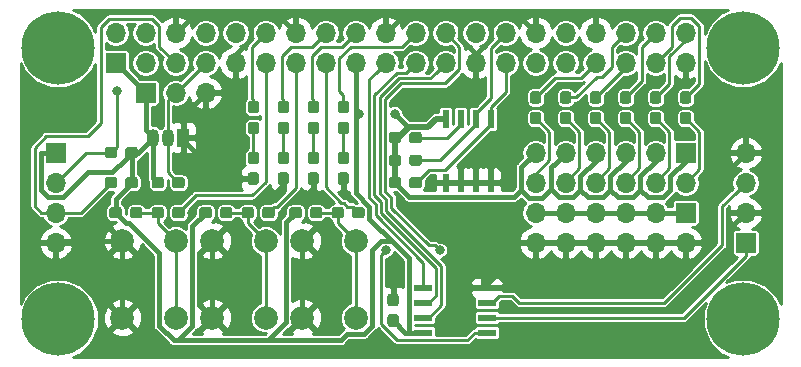
<source format=gbr>
G04 #@! TF.GenerationSoftware,KiCad,Pcbnew,5.0.1+dfsg1-3~bpo9+1*
G04 #@! TF.CreationDate,2018-12-04T00:42:53+01:00*
G04 #@! TF.ProjectId,wuhat,77756861742E6B696361645F70636200,rev?*
G04 #@! TF.SameCoordinates,Original*
G04 #@! TF.FileFunction,Copper,L1,Top,Signal*
G04 #@! TF.FilePolarity,Positive*
%FSLAX46Y46*%
G04 Gerber Fmt 4.6, Leading zero omitted, Abs format (unit mm)*
G04 Created by KiCad (PCBNEW 5.0.1+dfsg1-3~bpo9+1) date Tue 04 Dec 2018 12:42:53 AM CET*
%MOMM*%
%LPD*%
G01*
G04 APERTURE LIST*
G04 #@! TA.AperFunction,ComponentPad*
%ADD10O,1.700000X1.700000*%
G04 #@! TD*
G04 #@! TA.AperFunction,ComponentPad*
%ADD11R,1.700000X1.700000*%
G04 #@! TD*
G04 #@! TA.AperFunction,SMDPad,CuDef*
%ADD12R,1.550000X0.600000*%
G04 #@! TD*
G04 #@! TA.AperFunction,ComponentPad*
%ADD13R,1.050000X1.500000*%
G04 #@! TD*
G04 #@! TA.AperFunction,ComponentPad*
%ADD14O,1.050000X1.500000*%
G04 #@! TD*
G04 #@! TA.AperFunction,SMDPad,CuDef*
%ADD15R,0.600000X1.550000*%
G04 #@! TD*
G04 #@! TA.AperFunction,Conductor*
%ADD16C,0.100000*%
G04 #@! TD*
G04 #@! TA.AperFunction,SMDPad,CuDef*
%ADD17C,0.950000*%
G04 #@! TD*
G04 #@! TA.AperFunction,ComponentPad*
%ADD18C,2.000000*%
G04 #@! TD*
G04 #@! TA.AperFunction,WasherPad*
%ADD19C,6.200000*%
G04 #@! TD*
G04 #@! TA.AperFunction,ViaPad*
%ADD20C,0.800000*%
G04 #@! TD*
G04 #@! TA.AperFunction,Conductor*
%ADD21C,0.500000*%
G04 #@! TD*
G04 #@! TA.AperFunction,Conductor*
%ADD22C,0.400000*%
G04 #@! TD*
G04 #@! TA.AperFunction,Conductor*
%ADD23C,0.250000*%
G04 #@! TD*
G04 #@! TA.AperFunction,Conductor*
%ADD24C,0.254000*%
G04 #@! TD*
G04 APERTURE END LIST*
D10*
G04 #@! TO.P,J1,40*
G04 #@! TO.N,/GPIO21*
X158230000Y-97960000D03*
G04 #@! TO.P,J1,39*
G04 #@! TO.N,GND*
X158230000Y-100500000D03*
G04 #@! TO.P,J1,38*
G04 #@! TO.N,/GPIO20*
X155690000Y-97960000D03*
G04 #@! TO.P,J1,37*
G04 #@! TO.N,/GPIO26*
X155690000Y-100500000D03*
G04 #@! TO.P,J1,36*
G04 #@! TO.N,/GPIO16*
X153150000Y-97960000D03*
G04 #@! TO.P,J1,35*
G04 #@! TO.N,/GPIO19*
X153150000Y-100500000D03*
G04 #@! TO.P,J1,34*
G04 #@! TO.N,GND*
X150610000Y-97960000D03*
G04 #@! TO.P,J1,33*
G04 #@! TO.N,/GPIO13*
X150610000Y-100500000D03*
G04 #@! TO.P,J1,32*
G04 #@! TO.N,N/C*
X148070000Y-97960000D03*
G04 #@! TO.P,J1,31*
X148070000Y-100500000D03*
G04 #@! TO.P,J1,30*
G04 #@! TO.N,GND*
X145530000Y-97960000D03*
G04 #@! TO.P,J1,29*
G04 #@! TO.N,N/C*
X145530000Y-100500000D03*
G04 #@! TO.P,J1,28*
G04 #@! TO.N,/ID_SC*
X142990000Y-97960000D03*
G04 #@! TO.P,J1,27*
G04 #@! TO.N,/ID_SD*
X142990000Y-100500000D03*
G04 #@! TO.P,J1,26*
G04 #@! TO.N,N/C*
X140450000Y-97960000D03*
G04 #@! TO.P,J1,25*
G04 #@! TO.N,GND*
X140450000Y-100500000D03*
G04 #@! TO.P,J1,24*
G04 #@! TO.N,/CE0_N*
X137910000Y-97960000D03*
G04 #@! TO.P,J1,23*
G04 #@! TO.N,/SCLK0*
X137910000Y-100500000D03*
G04 #@! TO.P,J1,22*
G04 #@! TO.N,/GPIO25*
X135370000Y-97960000D03*
G04 #@! TO.P,J1,21*
G04 #@! TO.N,/MISO0*
X135370000Y-100500000D03*
G04 #@! TO.P,J1,20*
G04 #@! TO.N,GND*
X132830000Y-97960000D03*
G04 #@! TO.P,J1,19*
G04 #@! TO.N,/MOSI0*
X132830000Y-100500000D03*
G04 #@! TO.P,J1,18*
G04 #@! TO.N,/GPIO24*
X130290000Y-97960000D03*
G04 #@! TO.P,J1,17*
G04 #@! TO.N,+3V3*
X130290000Y-100500000D03*
G04 #@! TO.P,J1,16*
G04 #@! TO.N,/GPIO23*
X127750000Y-97960000D03*
G04 #@! TO.P,J1,15*
G04 #@! TO.N,/GPIO22*
X127750000Y-100500000D03*
G04 #@! TO.P,J1,14*
G04 #@! TO.N,GND*
X125210000Y-97960000D03*
G04 #@! TO.P,J1,13*
G04 #@! TO.N,/GPIO27*
X125210000Y-100500000D03*
G04 #@! TO.P,J1,12*
G04 #@! TO.N,/GPIO18*
X122670000Y-97960000D03*
G04 #@! TO.P,J1,11*
G04 #@! TO.N,/GPIO17*
X122670000Y-100500000D03*
G04 #@! TO.P,J1,10*
G04 #@! TO.N,N/C*
X120130000Y-97960000D03*
G04 #@! TO.P,J1,9*
G04 #@! TO.N,GND*
X120130000Y-100500000D03*
G04 #@! TO.P,J1,8*
G04 #@! TO.N,N/C*
X117590000Y-97960000D03*
G04 #@! TO.P,J1,7*
G04 #@! TO.N,/GPIO4_1WIRE*
X117590000Y-100500000D03*
G04 #@! TO.P,J1,6*
G04 #@! TO.N,GND*
X115050000Y-97960000D03*
G04 #@! TO.P,J1,5*
G04 #@! TO.N,/SCL*
X115050000Y-100500000D03*
G04 #@! TO.P,J1,4*
G04 #@! TO.N,+5V*
X112510000Y-97960000D03*
G04 #@! TO.P,J1,3*
G04 #@! TO.N,/SDA*
X112510000Y-100500000D03*
G04 #@! TO.P,J1,2*
G04 #@! TO.N,+5V*
X109970000Y-97960000D03*
D11*
G04 #@! TO.P,J1,1*
G04 #@! TO.N,+3V3*
X109970000Y-100500000D03*
G04 #@! TD*
G04 #@! TO.P,JGPIOA1,1*
G04 #@! TO.N,+5V*
X158230000Y-113200000D03*
D10*
G04 #@! TO.P,JGPIOA1,2*
G04 #@! TO.N,GND*
X158230000Y-115740000D03*
G04 #@! TO.P,JGPIOA1,3*
G04 #@! TO.N,+5V*
X155690000Y-113200000D03*
G04 #@! TO.P,JGPIOA1,4*
G04 #@! TO.N,GND*
X155690000Y-115740000D03*
G04 #@! TO.P,JGPIOA1,5*
G04 #@! TO.N,+5V*
X153150000Y-113200000D03*
G04 #@! TO.P,JGPIOA1,6*
G04 #@! TO.N,GND*
X153150000Y-115740000D03*
G04 #@! TO.P,JGPIOA1,7*
G04 #@! TO.N,+5V*
X150610000Y-113200000D03*
G04 #@! TO.P,JGPIOA1,8*
G04 #@! TO.N,GND*
X150610000Y-115740000D03*
G04 #@! TO.P,JGPIOA1,9*
G04 #@! TO.N,+5V*
X148070000Y-113200000D03*
G04 #@! TO.P,JGPIOA1,10*
G04 #@! TO.N,GND*
X148070000Y-115740000D03*
G04 #@! TO.P,JGPIOA1,11*
G04 #@! TO.N,+5V*
X145530000Y-113200000D03*
G04 #@! TO.P,JGPIOA1,12*
G04 #@! TO.N,GND*
X145530000Y-115740000D03*
G04 #@! TD*
G04 #@! TO.P,JGPIOB1,12*
G04 #@! TO.N,/_GPIO13*
X145530000Y-110660000D03*
G04 #@! TO.P,JGPIOB1,11*
G04 #@! TO.N,+3V3*
X145530000Y-108120000D03*
G04 #@! TO.P,JGPIOB1,10*
G04 #@! TO.N,/_GPIO16*
X148070000Y-110660000D03*
G04 #@! TO.P,JGPIOB1,9*
G04 #@! TO.N,+3V3*
X148070000Y-108120000D03*
G04 #@! TO.P,JGPIOB1,8*
G04 #@! TO.N,/_GPIO19*
X150610000Y-110660000D03*
G04 #@! TO.P,JGPIOB1,7*
G04 #@! TO.N,+3V3*
X150610000Y-108120000D03*
G04 #@! TO.P,JGPIOB1,6*
G04 #@! TO.N,/_GPIO20*
X153150000Y-110660000D03*
G04 #@! TO.P,JGPIOB1,5*
G04 #@! TO.N,+3V3*
X153150000Y-108120000D03*
G04 #@! TO.P,JGPIOB1,4*
G04 #@! TO.N,/_GPIO21*
X155690000Y-110660000D03*
G04 #@! TO.P,JGPIOB1,3*
G04 #@! TO.N,+3V3*
X155690000Y-108120000D03*
G04 #@! TO.P,JGPIOB1,2*
G04 #@! TO.N,/_GIPO26*
X158230000Y-110660000D03*
D11*
G04 #@! TO.P,JGPIOB1,1*
G04 #@! TO.N,+3V3*
X158230000Y-108120000D03*
G04 #@! TD*
G04 #@! TO.P,I2C1,1*
G04 #@! TO.N,+3V3*
X104890000Y-108120000D03*
D10*
G04 #@! TO.P,I2C1,2*
G04 #@! TO.N,/SDA*
X104890000Y-110660000D03*
G04 #@! TO.P,I2C1,3*
G04 #@! TO.N,/SCL*
X104890000Y-113200000D03*
G04 #@! TO.P,I2C1,4*
G04 #@! TO.N,GND*
X104890000Y-115740000D03*
G04 #@! TD*
D12*
G04 #@! TO.P,U1,1*
G04 #@! TO.N,/CE0_N*
X141405000Y-123360000D03*
G04 #@! TO.P,U1,2*
G04 #@! TO.N,/CH0*
X141405000Y-122090000D03*
G04 #@! TO.P,U1,3*
G04 #@! TO.N,/CH1*
X141405000Y-120820000D03*
G04 #@! TO.P,U1,4*
G04 #@! TO.N,GND*
X141405000Y-119550000D03*
G04 #@! TO.P,U1,5*
G04 #@! TO.N,/MOSI0*
X136005000Y-119550000D03*
G04 #@! TO.P,U1,6*
G04 #@! TO.N,/MISO0*
X136005000Y-120820000D03*
G04 #@! TO.P,U1,7*
G04 #@! TO.N,/SCLK0*
X136005000Y-122090000D03*
G04 #@! TO.P,U1,8*
G04 #@! TO.N,+3V3*
X136005000Y-123360000D03*
G04 #@! TD*
D11*
G04 #@! TO.P,AI1,1*
G04 #@! TO.N,/CH0*
X163310000Y-115740000D03*
D10*
G04 #@! TO.P,AI1,2*
G04 #@! TO.N,GND*
X163310000Y-113200000D03*
G04 #@! TO.P,AI1,3*
G04 #@! TO.N,/CH1*
X163310000Y-110660000D03*
G04 #@! TO.P,AI1,4*
G04 #@! TO.N,GND*
X163310000Y-108120000D03*
G04 #@! TD*
D13*
G04 #@! TO.P,DS1820,1*
G04 #@! TO.N,GND*
X115685000Y-106850000D03*
D14*
G04 #@! TO.P,DS1820,3*
G04 #@! TO.N,+3V3*
X113145000Y-106850000D03*
G04 #@! TO.P,DS1820,2*
G04 #@! TO.N,/GPIO4_1WIRE*
X114415000Y-106850000D03*
G04 #@! TD*
D15*
G04 #@! TO.P,U3,1*
G04 #@! TO.N,GND*
X137910000Y-110660000D03*
G04 #@! TO.P,U3,2*
X139180000Y-110660000D03*
G04 #@! TO.P,U3,3*
X140450000Y-110660000D03*
G04 #@! TO.P,U3,4*
X141720000Y-110660000D03*
G04 #@! TO.P,U3,5*
G04 #@! TO.N,/ID_SD*
X141720000Y-105260000D03*
G04 #@! TO.P,U3,6*
G04 #@! TO.N,/ID_SC*
X140450000Y-105260000D03*
G04 #@! TO.P,U3,7*
G04 #@! TO.N,Net-(R19-Pad2)*
X139180000Y-105260000D03*
G04 #@! TO.P,U3,8*
G04 #@! TO.N,+3V3*
X137910000Y-105260000D03*
G04 #@! TD*
D16*
G04 #@! TO.N,Net-(GPIO17-Pad2)*
G04 #@! TO.C,R1*
G36*
X112030779Y-112726144D02*
X112053834Y-112729563D01*
X112076443Y-112735227D01*
X112098387Y-112743079D01*
X112119457Y-112753044D01*
X112139448Y-112765026D01*
X112158168Y-112778910D01*
X112175438Y-112794562D01*
X112191090Y-112811832D01*
X112204974Y-112830552D01*
X112216956Y-112850543D01*
X112226921Y-112871613D01*
X112234773Y-112893557D01*
X112240437Y-112916166D01*
X112243856Y-112939221D01*
X112245000Y-112962500D01*
X112245000Y-113437500D01*
X112243856Y-113460779D01*
X112240437Y-113483834D01*
X112234773Y-113506443D01*
X112226921Y-113528387D01*
X112216956Y-113549457D01*
X112204974Y-113569448D01*
X112191090Y-113588168D01*
X112175438Y-113605438D01*
X112158168Y-113621090D01*
X112139448Y-113634974D01*
X112119457Y-113646956D01*
X112098387Y-113656921D01*
X112076443Y-113664773D01*
X112053834Y-113670437D01*
X112030779Y-113673856D01*
X112007500Y-113675000D01*
X111432500Y-113675000D01*
X111409221Y-113673856D01*
X111386166Y-113670437D01*
X111363557Y-113664773D01*
X111341613Y-113656921D01*
X111320543Y-113646956D01*
X111300552Y-113634974D01*
X111281832Y-113621090D01*
X111264562Y-113605438D01*
X111248910Y-113588168D01*
X111235026Y-113569448D01*
X111223044Y-113549457D01*
X111213079Y-113528387D01*
X111205227Y-113506443D01*
X111199563Y-113483834D01*
X111196144Y-113460779D01*
X111195000Y-113437500D01*
X111195000Y-112962500D01*
X111196144Y-112939221D01*
X111199563Y-112916166D01*
X111205227Y-112893557D01*
X111213079Y-112871613D01*
X111223044Y-112850543D01*
X111235026Y-112830552D01*
X111248910Y-112811832D01*
X111264562Y-112794562D01*
X111281832Y-112778910D01*
X111300552Y-112765026D01*
X111320543Y-112753044D01*
X111341613Y-112743079D01*
X111363557Y-112735227D01*
X111386166Y-112729563D01*
X111409221Y-112726144D01*
X111432500Y-112725000D01*
X112007500Y-112725000D01*
X112030779Y-112726144D01*
X112030779Y-112726144D01*
G37*
D17*
G04 #@! TD*
G04 #@! TO.P,R1,2*
G04 #@! TO.N,Net-(GPIO17-Pad2)*
X111720000Y-113200000D03*
D16*
G04 #@! TO.N,+3V3*
G04 #@! TO.C,R1*
G36*
X110280779Y-112726144D02*
X110303834Y-112729563D01*
X110326443Y-112735227D01*
X110348387Y-112743079D01*
X110369457Y-112753044D01*
X110389448Y-112765026D01*
X110408168Y-112778910D01*
X110425438Y-112794562D01*
X110441090Y-112811832D01*
X110454974Y-112830552D01*
X110466956Y-112850543D01*
X110476921Y-112871613D01*
X110484773Y-112893557D01*
X110490437Y-112916166D01*
X110493856Y-112939221D01*
X110495000Y-112962500D01*
X110495000Y-113437500D01*
X110493856Y-113460779D01*
X110490437Y-113483834D01*
X110484773Y-113506443D01*
X110476921Y-113528387D01*
X110466956Y-113549457D01*
X110454974Y-113569448D01*
X110441090Y-113588168D01*
X110425438Y-113605438D01*
X110408168Y-113621090D01*
X110389448Y-113634974D01*
X110369457Y-113646956D01*
X110348387Y-113656921D01*
X110326443Y-113664773D01*
X110303834Y-113670437D01*
X110280779Y-113673856D01*
X110257500Y-113675000D01*
X109682500Y-113675000D01*
X109659221Y-113673856D01*
X109636166Y-113670437D01*
X109613557Y-113664773D01*
X109591613Y-113656921D01*
X109570543Y-113646956D01*
X109550552Y-113634974D01*
X109531832Y-113621090D01*
X109514562Y-113605438D01*
X109498910Y-113588168D01*
X109485026Y-113569448D01*
X109473044Y-113549457D01*
X109463079Y-113528387D01*
X109455227Y-113506443D01*
X109449563Y-113483834D01*
X109446144Y-113460779D01*
X109445000Y-113437500D01*
X109445000Y-112962500D01*
X109446144Y-112939221D01*
X109449563Y-112916166D01*
X109455227Y-112893557D01*
X109463079Y-112871613D01*
X109473044Y-112850543D01*
X109485026Y-112830552D01*
X109498910Y-112811832D01*
X109514562Y-112794562D01*
X109531832Y-112778910D01*
X109550552Y-112765026D01*
X109570543Y-112753044D01*
X109591613Y-112743079D01*
X109613557Y-112735227D01*
X109636166Y-112729563D01*
X109659221Y-112726144D01*
X109682500Y-112725000D01*
X110257500Y-112725000D01*
X110280779Y-112726144D01*
X110280779Y-112726144D01*
G37*
D17*
G04 #@! TD*
G04 #@! TO.P,R1,1*
G04 #@! TO.N,+3V3*
X109970000Y-113200000D03*
D16*
G04 #@! TO.N,+3V3*
G04 #@! TO.C,R2*
G36*
X125520779Y-112726144D02*
X125543834Y-112729563D01*
X125566443Y-112735227D01*
X125588387Y-112743079D01*
X125609457Y-112753044D01*
X125629448Y-112765026D01*
X125648168Y-112778910D01*
X125665438Y-112794562D01*
X125681090Y-112811832D01*
X125694974Y-112830552D01*
X125706956Y-112850543D01*
X125716921Y-112871613D01*
X125724773Y-112893557D01*
X125730437Y-112916166D01*
X125733856Y-112939221D01*
X125735000Y-112962500D01*
X125735000Y-113437500D01*
X125733856Y-113460779D01*
X125730437Y-113483834D01*
X125724773Y-113506443D01*
X125716921Y-113528387D01*
X125706956Y-113549457D01*
X125694974Y-113569448D01*
X125681090Y-113588168D01*
X125665438Y-113605438D01*
X125648168Y-113621090D01*
X125629448Y-113634974D01*
X125609457Y-113646956D01*
X125588387Y-113656921D01*
X125566443Y-113664773D01*
X125543834Y-113670437D01*
X125520779Y-113673856D01*
X125497500Y-113675000D01*
X124922500Y-113675000D01*
X124899221Y-113673856D01*
X124876166Y-113670437D01*
X124853557Y-113664773D01*
X124831613Y-113656921D01*
X124810543Y-113646956D01*
X124790552Y-113634974D01*
X124771832Y-113621090D01*
X124754562Y-113605438D01*
X124738910Y-113588168D01*
X124725026Y-113569448D01*
X124713044Y-113549457D01*
X124703079Y-113528387D01*
X124695227Y-113506443D01*
X124689563Y-113483834D01*
X124686144Y-113460779D01*
X124685000Y-113437500D01*
X124685000Y-112962500D01*
X124686144Y-112939221D01*
X124689563Y-112916166D01*
X124695227Y-112893557D01*
X124703079Y-112871613D01*
X124713044Y-112850543D01*
X124725026Y-112830552D01*
X124738910Y-112811832D01*
X124754562Y-112794562D01*
X124771832Y-112778910D01*
X124790552Y-112765026D01*
X124810543Y-112753044D01*
X124831613Y-112743079D01*
X124853557Y-112735227D01*
X124876166Y-112729563D01*
X124899221Y-112726144D01*
X124922500Y-112725000D01*
X125497500Y-112725000D01*
X125520779Y-112726144D01*
X125520779Y-112726144D01*
G37*
D17*
G04 #@! TD*
G04 #@! TO.P,R2,1*
G04 #@! TO.N,+3V3*
X125210000Y-113200000D03*
D16*
G04 #@! TO.N,Net-(GPIO22-Pad2)*
G04 #@! TO.C,R2*
G36*
X127270779Y-112726144D02*
X127293834Y-112729563D01*
X127316443Y-112735227D01*
X127338387Y-112743079D01*
X127359457Y-112753044D01*
X127379448Y-112765026D01*
X127398168Y-112778910D01*
X127415438Y-112794562D01*
X127431090Y-112811832D01*
X127444974Y-112830552D01*
X127456956Y-112850543D01*
X127466921Y-112871613D01*
X127474773Y-112893557D01*
X127480437Y-112916166D01*
X127483856Y-112939221D01*
X127485000Y-112962500D01*
X127485000Y-113437500D01*
X127483856Y-113460779D01*
X127480437Y-113483834D01*
X127474773Y-113506443D01*
X127466921Y-113528387D01*
X127456956Y-113549457D01*
X127444974Y-113569448D01*
X127431090Y-113588168D01*
X127415438Y-113605438D01*
X127398168Y-113621090D01*
X127379448Y-113634974D01*
X127359457Y-113646956D01*
X127338387Y-113656921D01*
X127316443Y-113664773D01*
X127293834Y-113670437D01*
X127270779Y-113673856D01*
X127247500Y-113675000D01*
X126672500Y-113675000D01*
X126649221Y-113673856D01*
X126626166Y-113670437D01*
X126603557Y-113664773D01*
X126581613Y-113656921D01*
X126560543Y-113646956D01*
X126540552Y-113634974D01*
X126521832Y-113621090D01*
X126504562Y-113605438D01*
X126488910Y-113588168D01*
X126475026Y-113569448D01*
X126463044Y-113549457D01*
X126453079Y-113528387D01*
X126445227Y-113506443D01*
X126439563Y-113483834D01*
X126436144Y-113460779D01*
X126435000Y-113437500D01*
X126435000Y-112962500D01*
X126436144Y-112939221D01*
X126439563Y-112916166D01*
X126445227Y-112893557D01*
X126453079Y-112871613D01*
X126463044Y-112850543D01*
X126475026Y-112830552D01*
X126488910Y-112811832D01*
X126504562Y-112794562D01*
X126521832Y-112778910D01*
X126540552Y-112765026D01*
X126560543Y-112753044D01*
X126581613Y-112743079D01*
X126603557Y-112735227D01*
X126626166Y-112729563D01*
X126649221Y-112726144D01*
X126672500Y-112725000D01*
X127247500Y-112725000D01*
X127270779Y-112726144D01*
X127270779Y-112726144D01*
G37*
D17*
G04 #@! TD*
G04 #@! TO.P,R2,2*
G04 #@! TO.N,Net-(GPIO22-Pad2)*
X126960000Y-113200000D03*
D16*
G04 #@! TO.N,Net-(GPIO27-Pad2)*
G04 #@! TO.C,R3*
G36*
X119650779Y-112726144D02*
X119673834Y-112729563D01*
X119696443Y-112735227D01*
X119718387Y-112743079D01*
X119739457Y-112753044D01*
X119759448Y-112765026D01*
X119778168Y-112778910D01*
X119795438Y-112794562D01*
X119811090Y-112811832D01*
X119824974Y-112830552D01*
X119836956Y-112850543D01*
X119846921Y-112871613D01*
X119854773Y-112893557D01*
X119860437Y-112916166D01*
X119863856Y-112939221D01*
X119865000Y-112962500D01*
X119865000Y-113437500D01*
X119863856Y-113460779D01*
X119860437Y-113483834D01*
X119854773Y-113506443D01*
X119846921Y-113528387D01*
X119836956Y-113549457D01*
X119824974Y-113569448D01*
X119811090Y-113588168D01*
X119795438Y-113605438D01*
X119778168Y-113621090D01*
X119759448Y-113634974D01*
X119739457Y-113646956D01*
X119718387Y-113656921D01*
X119696443Y-113664773D01*
X119673834Y-113670437D01*
X119650779Y-113673856D01*
X119627500Y-113675000D01*
X119052500Y-113675000D01*
X119029221Y-113673856D01*
X119006166Y-113670437D01*
X118983557Y-113664773D01*
X118961613Y-113656921D01*
X118940543Y-113646956D01*
X118920552Y-113634974D01*
X118901832Y-113621090D01*
X118884562Y-113605438D01*
X118868910Y-113588168D01*
X118855026Y-113569448D01*
X118843044Y-113549457D01*
X118833079Y-113528387D01*
X118825227Y-113506443D01*
X118819563Y-113483834D01*
X118816144Y-113460779D01*
X118815000Y-113437500D01*
X118815000Y-112962500D01*
X118816144Y-112939221D01*
X118819563Y-112916166D01*
X118825227Y-112893557D01*
X118833079Y-112871613D01*
X118843044Y-112850543D01*
X118855026Y-112830552D01*
X118868910Y-112811832D01*
X118884562Y-112794562D01*
X118901832Y-112778910D01*
X118920552Y-112765026D01*
X118940543Y-112753044D01*
X118961613Y-112743079D01*
X118983557Y-112735227D01*
X119006166Y-112729563D01*
X119029221Y-112726144D01*
X119052500Y-112725000D01*
X119627500Y-112725000D01*
X119650779Y-112726144D01*
X119650779Y-112726144D01*
G37*
D17*
G04 #@! TD*
G04 #@! TO.P,R3,2*
G04 #@! TO.N,Net-(GPIO27-Pad2)*
X119340000Y-113200000D03*
D16*
G04 #@! TO.N,+3V3*
G04 #@! TO.C,R3*
G36*
X117900779Y-112726144D02*
X117923834Y-112729563D01*
X117946443Y-112735227D01*
X117968387Y-112743079D01*
X117989457Y-112753044D01*
X118009448Y-112765026D01*
X118028168Y-112778910D01*
X118045438Y-112794562D01*
X118061090Y-112811832D01*
X118074974Y-112830552D01*
X118086956Y-112850543D01*
X118096921Y-112871613D01*
X118104773Y-112893557D01*
X118110437Y-112916166D01*
X118113856Y-112939221D01*
X118115000Y-112962500D01*
X118115000Y-113437500D01*
X118113856Y-113460779D01*
X118110437Y-113483834D01*
X118104773Y-113506443D01*
X118096921Y-113528387D01*
X118086956Y-113549457D01*
X118074974Y-113569448D01*
X118061090Y-113588168D01*
X118045438Y-113605438D01*
X118028168Y-113621090D01*
X118009448Y-113634974D01*
X117989457Y-113646956D01*
X117968387Y-113656921D01*
X117946443Y-113664773D01*
X117923834Y-113670437D01*
X117900779Y-113673856D01*
X117877500Y-113675000D01*
X117302500Y-113675000D01*
X117279221Y-113673856D01*
X117256166Y-113670437D01*
X117233557Y-113664773D01*
X117211613Y-113656921D01*
X117190543Y-113646956D01*
X117170552Y-113634974D01*
X117151832Y-113621090D01*
X117134562Y-113605438D01*
X117118910Y-113588168D01*
X117105026Y-113569448D01*
X117093044Y-113549457D01*
X117083079Y-113528387D01*
X117075227Y-113506443D01*
X117069563Y-113483834D01*
X117066144Y-113460779D01*
X117065000Y-113437500D01*
X117065000Y-112962500D01*
X117066144Y-112939221D01*
X117069563Y-112916166D01*
X117075227Y-112893557D01*
X117083079Y-112871613D01*
X117093044Y-112850543D01*
X117105026Y-112830552D01*
X117118910Y-112811832D01*
X117134562Y-112794562D01*
X117151832Y-112778910D01*
X117170552Y-112765026D01*
X117190543Y-112753044D01*
X117211613Y-112743079D01*
X117233557Y-112735227D01*
X117256166Y-112729563D01*
X117279221Y-112726144D01*
X117302500Y-112725000D01*
X117877500Y-112725000D01*
X117900779Y-112726144D01*
X117900779Y-112726144D01*
G37*
D17*
G04 #@! TD*
G04 #@! TO.P,R3,1*
G04 #@! TO.N,+3V3*
X117590000Y-113200000D03*
D16*
G04 #@! TO.N,Net-(GPIO18-Pad1)*
G04 #@! TO.C,R4*
G36*
X121890779Y-108036144D02*
X121913834Y-108039563D01*
X121936443Y-108045227D01*
X121958387Y-108053079D01*
X121979457Y-108063044D01*
X121999448Y-108075026D01*
X122018168Y-108088910D01*
X122035438Y-108104562D01*
X122051090Y-108121832D01*
X122064974Y-108140552D01*
X122076956Y-108160543D01*
X122086921Y-108181613D01*
X122094773Y-108203557D01*
X122100437Y-108226166D01*
X122103856Y-108249221D01*
X122105000Y-108272500D01*
X122105000Y-108847500D01*
X122103856Y-108870779D01*
X122100437Y-108893834D01*
X122094773Y-108916443D01*
X122086921Y-108938387D01*
X122076956Y-108959457D01*
X122064974Y-108979448D01*
X122051090Y-108998168D01*
X122035438Y-109015438D01*
X122018168Y-109031090D01*
X121999448Y-109044974D01*
X121979457Y-109056956D01*
X121958387Y-109066921D01*
X121936443Y-109074773D01*
X121913834Y-109080437D01*
X121890779Y-109083856D01*
X121867500Y-109085000D01*
X121392500Y-109085000D01*
X121369221Y-109083856D01*
X121346166Y-109080437D01*
X121323557Y-109074773D01*
X121301613Y-109066921D01*
X121280543Y-109056956D01*
X121260552Y-109044974D01*
X121241832Y-109031090D01*
X121224562Y-109015438D01*
X121208910Y-108998168D01*
X121195026Y-108979448D01*
X121183044Y-108959457D01*
X121173079Y-108938387D01*
X121165227Y-108916443D01*
X121159563Y-108893834D01*
X121156144Y-108870779D01*
X121155000Y-108847500D01*
X121155000Y-108272500D01*
X121156144Y-108249221D01*
X121159563Y-108226166D01*
X121165227Y-108203557D01*
X121173079Y-108181613D01*
X121183044Y-108160543D01*
X121195026Y-108140552D01*
X121208910Y-108121832D01*
X121224562Y-108104562D01*
X121241832Y-108088910D01*
X121260552Y-108075026D01*
X121280543Y-108063044D01*
X121301613Y-108053079D01*
X121323557Y-108045227D01*
X121346166Y-108039563D01*
X121369221Y-108036144D01*
X121392500Y-108035000D01*
X121867500Y-108035000D01*
X121890779Y-108036144D01*
X121890779Y-108036144D01*
G37*
D17*
G04 #@! TD*
G04 #@! TO.P,R4,1*
G04 #@! TO.N,Net-(GPIO18-Pad1)*
X121630000Y-108560000D03*
D16*
G04 #@! TO.N,GND*
G04 #@! TO.C,R4*
G36*
X121890779Y-109786144D02*
X121913834Y-109789563D01*
X121936443Y-109795227D01*
X121958387Y-109803079D01*
X121979457Y-109813044D01*
X121999448Y-109825026D01*
X122018168Y-109838910D01*
X122035438Y-109854562D01*
X122051090Y-109871832D01*
X122064974Y-109890552D01*
X122076956Y-109910543D01*
X122086921Y-109931613D01*
X122094773Y-109953557D01*
X122100437Y-109976166D01*
X122103856Y-109999221D01*
X122105000Y-110022500D01*
X122105000Y-110597500D01*
X122103856Y-110620779D01*
X122100437Y-110643834D01*
X122094773Y-110666443D01*
X122086921Y-110688387D01*
X122076956Y-110709457D01*
X122064974Y-110729448D01*
X122051090Y-110748168D01*
X122035438Y-110765438D01*
X122018168Y-110781090D01*
X121999448Y-110794974D01*
X121979457Y-110806956D01*
X121958387Y-110816921D01*
X121936443Y-110824773D01*
X121913834Y-110830437D01*
X121890779Y-110833856D01*
X121867500Y-110835000D01*
X121392500Y-110835000D01*
X121369221Y-110833856D01*
X121346166Y-110830437D01*
X121323557Y-110824773D01*
X121301613Y-110816921D01*
X121280543Y-110806956D01*
X121260552Y-110794974D01*
X121241832Y-110781090D01*
X121224562Y-110765438D01*
X121208910Y-110748168D01*
X121195026Y-110729448D01*
X121183044Y-110709457D01*
X121173079Y-110688387D01*
X121165227Y-110666443D01*
X121159563Y-110643834D01*
X121156144Y-110620779D01*
X121155000Y-110597500D01*
X121155000Y-110022500D01*
X121156144Y-109999221D01*
X121159563Y-109976166D01*
X121165227Y-109953557D01*
X121173079Y-109931613D01*
X121183044Y-109910543D01*
X121195026Y-109890552D01*
X121208910Y-109871832D01*
X121224562Y-109854562D01*
X121241832Y-109838910D01*
X121260552Y-109825026D01*
X121280543Y-109813044D01*
X121301613Y-109803079D01*
X121323557Y-109795227D01*
X121346166Y-109789563D01*
X121369221Y-109786144D01*
X121392500Y-109785000D01*
X121867500Y-109785000D01*
X121890779Y-109786144D01*
X121890779Y-109786144D01*
G37*
D17*
G04 #@! TD*
G04 #@! TO.P,R4,2*
G04 #@! TO.N,GND*
X121630000Y-110310000D03*
D16*
G04 #@! TO.N,GND*
G04 #@! TO.C,R5*
G36*
X124430779Y-109786144D02*
X124453834Y-109789563D01*
X124476443Y-109795227D01*
X124498387Y-109803079D01*
X124519457Y-109813044D01*
X124539448Y-109825026D01*
X124558168Y-109838910D01*
X124575438Y-109854562D01*
X124591090Y-109871832D01*
X124604974Y-109890552D01*
X124616956Y-109910543D01*
X124626921Y-109931613D01*
X124634773Y-109953557D01*
X124640437Y-109976166D01*
X124643856Y-109999221D01*
X124645000Y-110022500D01*
X124645000Y-110597500D01*
X124643856Y-110620779D01*
X124640437Y-110643834D01*
X124634773Y-110666443D01*
X124626921Y-110688387D01*
X124616956Y-110709457D01*
X124604974Y-110729448D01*
X124591090Y-110748168D01*
X124575438Y-110765438D01*
X124558168Y-110781090D01*
X124539448Y-110794974D01*
X124519457Y-110806956D01*
X124498387Y-110816921D01*
X124476443Y-110824773D01*
X124453834Y-110830437D01*
X124430779Y-110833856D01*
X124407500Y-110835000D01*
X123932500Y-110835000D01*
X123909221Y-110833856D01*
X123886166Y-110830437D01*
X123863557Y-110824773D01*
X123841613Y-110816921D01*
X123820543Y-110806956D01*
X123800552Y-110794974D01*
X123781832Y-110781090D01*
X123764562Y-110765438D01*
X123748910Y-110748168D01*
X123735026Y-110729448D01*
X123723044Y-110709457D01*
X123713079Y-110688387D01*
X123705227Y-110666443D01*
X123699563Y-110643834D01*
X123696144Y-110620779D01*
X123695000Y-110597500D01*
X123695000Y-110022500D01*
X123696144Y-109999221D01*
X123699563Y-109976166D01*
X123705227Y-109953557D01*
X123713079Y-109931613D01*
X123723044Y-109910543D01*
X123735026Y-109890552D01*
X123748910Y-109871832D01*
X123764562Y-109854562D01*
X123781832Y-109838910D01*
X123800552Y-109825026D01*
X123820543Y-109813044D01*
X123841613Y-109803079D01*
X123863557Y-109795227D01*
X123886166Y-109789563D01*
X123909221Y-109786144D01*
X123932500Y-109785000D01*
X124407500Y-109785000D01*
X124430779Y-109786144D01*
X124430779Y-109786144D01*
G37*
D17*
G04 #@! TD*
G04 #@! TO.P,R5,2*
G04 #@! TO.N,GND*
X124170000Y-110310000D03*
D16*
G04 #@! TO.N,Net-(GPIO23-Pad1)*
G04 #@! TO.C,R5*
G36*
X124430779Y-108036144D02*
X124453834Y-108039563D01*
X124476443Y-108045227D01*
X124498387Y-108053079D01*
X124519457Y-108063044D01*
X124539448Y-108075026D01*
X124558168Y-108088910D01*
X124575438Y-108104562D01*
X124591090Y-108121832D01*
X124604974Y-108140552D01*
X124616956Y-108160543D01*
X124626921Y-108181613D01*
X124634773Y-108203557D01*
X124640437Y-108226166D01*
X124643856Y-108249221D01*
X124645000Y-108272500D01*
X124645000Y-108847500D01*
X124643856Y-108870779D01*
X124640437Y-108893834D01*
X124634773Y-108916443D01*
X124626921Y-108938387D01*
X124616956Y-108959457D01*
X124604974Y-108979448D01*
X124591090Y-108998168D01*
X124575438Y-109015438D01*
X124558168Y-109031090D01*
X124539448Y-109044974D01*
X124519457Y-109056956D01*
X124498387Y-109066921D01*
X124476443Y-109074773D01*
X124453834Y-109080437D01*
X124430779Y-109083856D01*
X124407500Y-109085000D01*
X123932500Y-109085000D01*
X123909221Y-109083856D01*
X123886166Y-109080437D01*
X123863557Y-109074773D01*
X123841613Y-109066921D01*
X123820543Y-109056956D01*
X123800552Y-109044974D01*
X123781832Y-109031090D01*
X123764562Y-109015438D01*
X123748910Y-108998168D01*
X123735026Y-108979448D01*
X123723044Y-108959457D01*
X123713079Y-108938387D01*
X123705227Y-108916443D01*
X123699563Y-108893834D01*
X123696144Y-108870779D01*
X123695000Y-108847500D01*
X123695000Y-108272500D01*
X123696144Y-108249221D01*
X123699563Y-108226166D01*
X123705227Y-108203557D01*
X123713079Y-108181613D01*
X123723044Y-108160543D01*
X123735026Y-108140552D01*
X123748910Y-108121832D01*
X123764562Y-108104562D01*
X123781832Y-108088910D01*
X123800552Y-108075026D01*
X123820543Y-108063044D01*
X123841613Y-108053079D01*
X123863557Y-108045227D01*
X123886166Y-108039563D01*
X123909221Y-108036144D01*
X123932500Y-108035000D01*
X124407500Y-108035000D01*
X124430779Y-108036144D01*
X124430779Y-108036144D01*
G37*
D17*
G04 #@! TD*
G04 #@! TO.P,R5,1*
G04 #@! TO.N,Net-(GPIO23-Pad1)*
X124170000Y-108560000D03*
D16*
G04 #@! TO.N,Net-(GPIO24-Pad1)*
G04 #@! TO.C,R6*
G36*
X126970779Y-108036144D02*
X126993834Y-108039563D01*
X127016443Y-108045227D01*
X127038387Y-108053079D01*
X127059457Y-108063044D01*
X127079448Y-108075026D01*
X127098168Y-108088910D01*
X127115438Y-108104562D01*
X127131090Y-108121832D01*
X127144974Y-108140552D01*
X127156956Y-108160543D01*
X127166921Y-108181613D01*
X127174773Y-108203557D01*
X127180437Y-108226166D01*
X127183856Y-108249221D01*
X127185000Y-108272500D01*
X127185000Y-108847500D01*
X127183856Y-108870779D01*
X127180437Y-108893834D01*
X127174773Y-108916443D01*
X127166921Y-108938387D01*
X127156956Y-108959457D01*
X127144974Y-108979448D01*
X127131090Y-108998168D01*
X127115438Y-109015438D01*
X127098168Y-109031090D01*
X127079448Y-109044974D01*
X127059457Y-109056956D01*
X127038387Y-109066921D01*
X127016443Y-109074773D01*
X126993834Y-109080437D01*
X126970779Y-109083856D01*
X126947500Y-109085000D01*
X126472500Y-109085000D01*
X126449221Y-109083856D01*
X126426166Y-109080437D01*
X126403557Y-109074773D01*
X126381613Y-109066921D01*
X126360543Y-109056956D01*
X126340552Y-109044974D01*
X126321832Y-109031090D01*
X126304562Y-109015438D01*
X126288910Y-108998168D01*
X126275026Y-108979448D01*
X126263044Y-108959457D01*
X126253079Y-108938387D01*
X126245227Y-108916443D01*
X126239563Y-108893834D01*
X126236144Y-108870779D01*
X126235000Y-108847500D01*
X126235000Y-108272500D01*
X126236144Y-108249221D01*
X126239563Y-108226166D01*
X126245227Y-108203557D01*
X126253079Y-108181613D01*
X126263044Y-108160543D01*
X126275026Y-108140552D01*
X126288910Y-108121832D01*
X126304562Y-108104562D01*
X126321832Y-108088910D01*
X126340552Y-108075026D01*
X126360543Y-108063044D01*
X126381613Y-108053079D01*
X126403557Y-108045227D01*
X126426166Y-108039563D01*
X126449221Y-108036144D01*
X126472500Y-108035000D01*
X126947500Y-108035000D01*
X126970779Y-108036144D01*
X126970779Y-108036144D01*
G37*
D17*
G04 #@! TD*
G04 #@! TO.P,R6,1*
G04 #@! TO.N,Net-(GPIO24-Pad1)*
X126710000Y-108560000D03*
D16*
G04 #@! TO.N,GND*
G04 #@! TO.C,R6*
G36*
X126970779Y-109786144D02*
X126993834Y-109789563D01*
X127016443Y-109795227D01*
X127038387Y-109803079D01*
X127059457Y-109813044D01*
X127079448Y-109825026D01*
X127098168Y-109838910D01*
X127115438Y-109854562D01*
X127131090Y-109871832D01*
X127144974Y-109890552D01*
X127156956Y-109910543D01*
X127166921Y-109931613D01*
X127174773Y-109953557D01*
X127180437Y-109976166D01*
X127183856Y-109999221D01*
X127185000Y-110022500D01*
X127185000Y-110597500D01*
X127183856Y-110620779D01*
X127180437Y-110643834D01*
X127174773Y-110666443D01*
X127166921Y-110688387D01*
X127156956Y-110709457D01*
X127144974Y-110729448D01*
X127131090Y-110748168D01*
X127115438Y-110765438D01*
X127098168Y-110781090D01*
X127079448Y-110794974D01*
X127059457Y-110806956D01*
X127038387Y-110816921D01*
X127016443Y-110824773D01*
X126993834Y-110830437D01*
X126970779Y-110833856D01*
X126947500Y-110835000D01*
X126472500Y-110835000D01*
X126449221Y-110833856D01*
X126426166Y-110830437D01*
X126403557Y-110824773D01*
X126381613Y-110816921D01*
X126360543Y-110806956D01*
X126340552Y-110794974D01*
X126321832Y-110781090D01*
X126304562Y-110765438D01*
X126288910Y-110748168D01*
X126275026Y-110729448D01*
X126263044Y-110709457D01*
X126253079Y-110688387D01*
X126245227Y-110666443D01*
X126239563Y-110643834D01*
X126236144Y-110620779D01*
X126235000Y-110597500D01*
X126235000Y-110022500D01*
X126236144Y-109999221D01*
X126239563Y-109976166D01*
X126245227Y-109953557D01*
X126253079Y-109931613D01*
X126263044Y-109910543D01*
X126275026Y-109890552D01*
X126288910Y-109871832D01*
X126304562Y-109854562D01*
X126321832Y-109838910D01*
X126340552Y-109825026D01*
X126360543Y-109813044D01*
X126381613Y-109803079D01*
X126403557Y-109795227D01*
X126426166Y-109789563D01*
X126449221Y-109786144D01*
X126472500Y-109785000D01*
X126947500Y-109785000D01*
X126970779Y-109786144D01*
X126970779Y-109786144D01*
G37*
D17*
G04 #@! TD*
G04 #@! TO.P,R6,2*
G04 #@! TO.N,GND*
X126710000Y-110310000D03*
D16*
G04 #@! TO.N,GND*
G04 #@! TO.C,R7*
G36*
X129510779Y-109786144D02*
X129533834Y-109789563D01*
X129556443Y-109795227D01*
X129578387Y-109803079D01*
X129599457Y-109813044D01*
X129619448Y-109825026D01*
X129638168Y-109838910D01*
X129655438Y-109854562D01*
X129671090Y-109871832D01*
X129684974Y-109890552D01*
X129696956Y-109910543D01*
X129706921Y-109931613D01*
X129714773Y-109953557D01*
X129720437Y-109976166D01*
X129723856Y-109999221D01*
X129725000Y-110022500D01*
X129725000Y-110597500D01*
X129723856Y-110620779D01*
X129720437Y-110643834D01*
X129714773Y-110666443D01*
X129706921Y-110688387D01*
X129696956Y-110709457D01*
X129684974Y-110729448D01*
X129671090Y-110748168D01*
X129655438Y-110765438D01*
X129638168Y-110781090D01*
X129619448Y-110794974D01*
X129599457Y-110806956D01*
X129578387Y-110816921D01*
X129556443Y-110824773D01*
X129533834Y-110830437D01*
X129510779Y-110833856D01*
X129487500Y-110835000D01*
X129012500Y-110835000D01*
X128989221Y-110833856D01*
X128966166Y-110830437D01*
X128943557Y-110824773D01*
X128921613Y-110816921D01*
X128900543Y-110806956D01*
X128880552Y-110794974D01*
X128861832Y-110781090D01*
X128844562Y-110765438D01*
X128828910Y-110748168D01*
X128815026Y-110729448D01*
X128803044Y-110709457D01*
X128793079Y-110688387D01*
X128785227Y-110666443D01*
X128779563Y-110643834D01*
X128776144Y-110620779D01*
X128775000Y-110597500D01*
X128775000Y-110022500D01*
X128776144Y-109999221D01*
X128779563Y-109976166D01*
X128785227Y-109953557D01*
X128793079Y-109931613D01*
X128803044Y-109910543D01*
X128815026Y-109890552D01*
X128828910Y-109871832D01*
X128844562Y-109854562D01*
X128861832Y-109838910D01*
X128880552Y-109825026D01*
X128900543Y-109813044D01*
X128921613Y-109803079D01*
X128943557Y-109795227D01*
X128966166Y-109789563D01*
X128989221Y-109786144D01*
X129012500Y-109785000D01*
X129487500Y-109785000D01*
X129510779Y-109786144D01*
X129510779Y-109786144D01*
G37*
D17*
G04 #@! TD*
G04 #@! TO.P,R7,2*
G04 #@! TO.N,GND*
X129250000Y-110310000D03*
D16*
G04 #@! TO.N,Net-(GPIO25-Pad1)*
G04 #@! TO.C,R7*
G36*
X129510779Y-108036144D02*
X129533834Y-108039563D01*
X129556443Y-108045227D01*
X129578387Y-108053079D01*
X129599457Y-108063044D01*
X129619448Y-108075026D01*
X129638168Y-108088910D01*
X129655438Y-108104562D01*
X129671090Y-108121832D01*
X129684974Y-108140552D01*
X129696956Y-108160543D01*
X129706921Y-108181613D01*
X129714773Y-108203557D01*
X129720437Y-108226166D01*
X129723856Y-108249221D01*
X129725000Y-108272500D01*
X129725000Y-108847500D01*
X129723856Y-108870779D01*
X129720437Y-108893834D01*
X129714773Y-108916443D01*
X129706921Y-108938387D01*
X129696956Y-108959457D01*
X129684974Y-108979448D01*
X129671090Y-108998168D01*
X129655438Y-109015438D01*
X129638168Y-109031090D01*
X129619448Y-109044974D01*
X129599457Y-109056956D01*
X129578387Y-109066921D01*
X129556443Y-109074773D01*
X129533834Y-109080437D01*
X129510779Y-109083856D01*
X129487500Y-109085000D01*
X129012500Y-109085000D01*
X128989221Y-109083856D01*
X128966166Y-109080437D01*
X128943557Y-109074773D01*
X128921613Y-109066921D01*
X128900543Y-109056956D01*
X128880552Y-109044974D01*
X128861832Y-109031090D01*
X128844562Y-109015438D01*
X128828910Y-108998168D01*
X128815026Y-108979448D01*
X128803044Y-108959457D01*
X128793079Y-108938387D01*
X128785227Y-108916443D01*
X128779563Y-108893834D01*
X128776144Y-108870779D01*
X128775000Y-108847500D01*
X128775000Y-108272500D01*
X128776144Y-108249221D01*
X128779563Y-108226166D01*
X128785227Y-108203557D01*
X128793079Y-108181613D01*
X128803044Y-108160543D01*
X128815026Y-108140552D01*
X128828910Y-108121832D01*
X128844562Y-108104562D01*
X128861832Y-108088910D01*
X128880552Y-108075026D01*
X128900543Y-108063044D01*
X128921613Y-108053079D01*
X128943557Y-108045227D01*
X128966166Y-108039563D01*
X128989221Y-108036144D01*
X129012500Y-108035000D01*
X129487500Y-108035000D01*
X129510779Y-108036144D01*
X129510779Y-108036144D01*
G37*
D17*
G04 #@! TD*
G04 #@! TO.P,R7,1*
G04 #@! TO.N,Net-(GPIO25-Pad1)*
X129250000Y-108560000D03*
D16*
G04 #@! TO.N,+3V3*
G04 #@! TO.C,R8*
G36*
X111635779Y-110186144D02*
X111658834Y-110189563D01*
X111681443Y-110195227D01*
X111703387Y-110203079D01*
X111724457Y-110213044D01*
X111744448Y-110225026D01*
X111763168Y-110238910D01*
X111780438Y-110254562D01*
X111796090Y-110271832D01*
X111809974Y-110290552D01*
X111821956Y-110310543D01*
X111831921Y-110331613D01*
X111839773Y-110353557D01*
X111845437Y-110376166D01*
X111848856Y-110399221D01*
X111850000Y-110422500D01*
X111850000Y-110897500D01*
X111848856Y-110920779D01*
X111845437Y-110943834D01*
X111839773Y-110966443D01*
X111831921Y-110988387D01*
X111821956Y-111009457D01*
X111809974Y-111029448D01*
X111796090Y-111048168D01*
X111780438Y-111065438D01*
X111763168Y-111081090D01*
X111744448Y-111094974D01*
X111724457Y-111106956D01*
X111703387Y-111116921D01*
X111681443Y-111124773D01*
X111658834Y-111130437D01*
X111635779Y-111133856D01*
X111612500Y-111135000D01*
X111037500Y-111135000D01*
X111014221Y-111133856D01*
X110991166Y-111130437D01*
X110968557Y-111124773D01*
X110946613Y-111116921D01*
X110925543Y-111106956D01*
X110905552Y-111094974D01*
X110886832Y-111081090D01*
X110869562Y-111065438D01*
X110853910Y-111048168D01*
X110840026Y-111029448D01*
X110828044Y-111009457D01*
X110818079Y-110988387D01*
X110810227Y-110966443D01*
X110804563Y-110943834D01*
X110801144Y-110920779D01*
X110800000Y-110897500D01*
X110800000Y-110422500D01*
X110801144Y-110399221D01*
X110804563Y-110376166D01*
X110810227Y-110353557D01*
X110818079Y-110331613D01*
X110828044Y-110310543D01*
X110840026Y-110290552D01*
X110853910Y-110271832D01*
X110869562Y-110254562D01*
X110886832Y-110238910D01*
X110905552Y-110225026D01*
X110925543Y-110213044D01*
X110946613Y-110203079D01*
X110968557Y-110195227D01*
X110991166Y-110189563D01*
X111014221Y-110186144D01*
X111037500Y-110185000D01*
X111612500Y-110185000D01*
X111635779Y-110186144D01*
X111635779Y-110186144D01*
G37*
D17*
G04 #@! TD*
G04 #@! TO.P,R8,1*
G04 #@! TO.N,+3V3*
X111325000Y-110660000D03*
D16*
G04 #@! TO.N,/SCL*
G04 #@! TO.C,R8*
G36*
X109885779Y-110186144D02*
X109908834Y-110189563D01*
X109931443Y-110195227D01*
X109953387Y-110203079D01*
X109974457Y-110213044D01*
X109994448Y-110225026D01*
X110013168Y-110238910D01*
X110030438Y-110254562D01*
X110046090Y-110271832D01*
X110059974Y-110290552D01*
X110071956Y-110310543D01*
X110081921Y-110331613D01*
X110089773Y-110353557D01*
X110095437Y-110376166D01*
X110098856Y-110399221D01*
X110100000Y-110422500D01*
X110100000Y-110897500D01*
X110098856Y-110920779D01*
X110095437Y-110943834D01*
X110089773Y-110966443D01*
X110081921Y-110988387D01*
X110071956Y-111009457D01*
X110059974Y-111029448D01*
X110046090Y-111048168D01*
X110030438Y-111065438D01*
X110013168Y-111081090D01*
X109994448Y-111094974D01*
X109974457Y-111106956D01*
X109953387Y-111116921D01*
X109931443Y-111124773D01*
X109908834Y-111130437D01*
X109885779Y-111133856D01*
X109862500Y-111135000D01*
X109287500Y-111135000D01*
X109264221Y-111133856D01*
X109241166Y-111130437D01*
X109218557Y-111124773D01*
X109196613Y-111116921D01*
X109175543Y-111106956D01*
X109155552Y-111094974D01*
X109136832Y-111081090D01*
X109119562Y-111065438D01*
X109103910Y-111048168D01*
X109090026Y-111029448D01*
X109078044Y-111009457D01*
X109068079Y-110988387D01*
X109060227Y-110966443D01*
X109054563Y-110943834D01*
X109051144Y-110920779D01*
X109050000Y-110897500D01*
X109050000Y-110422500D01*
X109051144Y-110399221D01*
X109054563Y-110376166D01*
X109060227Y-110353557D01*
X109068079Y-110331613D01*
X109078044Y-110310543D01*
X109090026Y-110290552D01*
X109103910Y-110271832D01*
X109119562Y-110254562D01*
X109136832Y-110238910D01*
X109155552Y-110225026D01*
X109175543Y-110213044D01*
X109196613Y-110203079D01*
X109218557Y-110195227D01*
X109241166Y-110189563D01*
X109264221Y-110186144D01*
X109287500Y-110185000D01*
X109862500Y-110185000D01*
X109885779Y-110186144D01*
X109885779Y-110186144D01*
G37*
D17*
G04 #@! TD*
G04 #@! TO.P,R8,2*
G04 #@! TO.N,/SCL*
X109575000Y-110660000D03*
D16*
G04 #@! TO.N,/SDA*
G04 #@! TO.C,R9*
G36*
X109885779Y-107646144D02*
X109908834Y-107649563D01*
X109931443Y-107655227D01*
X109953387Y-107663079D01*
X109974457Y-107673044D01*
X109994448Y-107685026D01*
X110013168Y-107698910D01*
X110030438Y-107714562D01*
X110046090Y-107731832D01*
X110059974Y-107750552D01*
X110071956Y-107770543D01*
X110081921Y-107791613D01*
X110089773Y-107813557D01*
X110095437Y-107836166D01*
X110098856Y-107859221D01*
X110100000Y-107882500D01*
X110100000Y-108357500D01*
X110098856Y-108380779D01*
X110095437Y-108403834D01*
X110089773Y-108426443D01*
X110081921Y-108448387D01*
X110071956Y-108469457D01*
X110059974Y-108489448D01*
X110046090Y-108508168D01*
X110030438Y-108525438D01*
X110013168Y-108541090D01*
X109994448Y-108554974D01*
X109974457Y-108566956D01*
X109953387Y-108576921D01*
X109931443Y-108584773D01*
X109908834Y-108590437D01*
X109885779Y-108593856D01*
X109862500Y-108595000D01*
X109287500Y-108595000D01*
X109264221Y-108593856D01*
X109241166Y-108590437D01*
X109218557Y-108584773D01*
X109196613Y-108576921D01*
X109175543Y-108566956D01*
X109155552Y-108554974D01*
X109136832Y-108541090D01*
X109119562Y-108525438D01*
X109103910Y-108508168D01*
X109090026Y-108489448D01*
X109078044Y-108469457D01*
X109068079Y-108448387D01*
X109060227Y-108426443D01*
X109054563Y-108403834D01*
X109051144Y-108380779D01*
X109050000Y-108357500D01*
X109050000Y-107882500D01*
X109051144Y-107859221D01*
X109054563Y-107836166D01*
X109060227Y-107813557D01*
X109068079Y-107791613D01*
X109078044Y-107770543D01*
X109090026Y-107750552D01*
X109103910Y-107731832D01*
X109119562Y-107714562D01*
X109136832Y-107698910D01*
X109155552Y-107685026D01*
X109175543Y-107673044D01*
X109196613Y-107663079D01*
X109218557Y-107655227D01*
X109241166Y-107649563D01*
X109264221Y-107646144D01*
X109287500Y-107645000D01*
X109862500Y-107645000D01*
X109885779Y-107646144D01*
X109885779Y-107646144D01*
G37*
D17*
G04 #@! TD*
G04 #@! TO.P,R9,2*
G04 #@! TO.N,/SDA*
X109575000Y-108120000D03*
D16*
G04 #@! TO.N,+3V3*
G04 #@! TO.C,R9*
G36*
X111635779Y-107646144D02*
X111658834Y-107649563D01*
X111681443Y-107655227D01*
X111703387Y-107663079D01*
X111724457Y-107673044D01*
X111744448Y-107685026D01*
X111763168Y-107698910D01*
X111780438Y-107714562D01*
X111796090Y-107731832D01*
X111809974Y-107750552D01*
X111821956Y-107770543D01*
X111831921Y-107791613D01*
X111839773Y-107813557D01*
X111845437Y-107836166D01*
X111848856Y-107859221D01*
X111850000Y-107882500D01*
X111850000Y-108357500D01*
X111848856Y-108380779D01*
X111845437Y-108403834D01*
X111839773Y-108426443D01*
X111831921Y-108448387D01*
X111821956Y-108469457D01*
X111809974Y-108489448D01*
X111796090Y-108508168D01*
X111780438Y-108525438D01*
X111763168Y-108541090D01*
X111744448Y-108554974D01*
X111724457Y-108566956D01*
X111703387Y-108576921D01*
X111681443Y-108584773D01*
X111658834Y-108590437D01*
X111635779Y-108593856D01*
X111612500Y-108595000D01*
X111037500Y-108595000D01*
X111014221Y-108593856D01*
X110991166Y-108590437D01*
X110968557Y-108584773D01*
X110946613Y-108576921D01*
X110925543Y-108566956D01*
X110905552Y-108554974D01*
X110886832Y-108541090D01*
X110869562Y-108525438D01*
X110853910Y-108508168D01*
X110840026Y-108489448D01*
X110828044Y-108469457D01*
X110818079Y-108448387D01*
X110810227Y-108426443D01*
X110804563Y-108403834D01*
X110801144Y-108380779D01*
X110800000Y-108357500D01*
X110800000Y-107882500D01*
X110801144Y-107859221D01*
X110804563Y-107836166D01*
X110810227Y-107813557D01*
X110818079Y-107791613D01*
X110828044Y-107770543D01*
X110840026Y-107750552D01*
X110853910Y-107731832D01*
X110869562Y-107714562D01*
X110886832Y-107698910D01*
X110905552Y-107685026D01*
X110925543Y-107673044D01*
X110946613Y-107663079D01*
X110968557Y-107655227D01*
X110991166Y-107649563D01*
X111014221Y-107646144D01*
X111037500Y-107645000D01*
X111612500Y-107645000D01*
X111635779Y-107646144D01*
X111635779Y-107646144D01*
G37*
D17*
G04 #@! TD*
G04 #@! TO.P,R9,1*
G04 #@! TO.N,+3V3*
X111325000Y-108120000D03*
D16*
G04 #@! TO.N,+3V3*
G04 #@! TO.C,R10*
G36*
X113850779Y-110186144D02*
X113873834Y-110189563D01*
X113896443Y-110195227D01*
X113918387Y-110203079D01*
X113939457Y-110213044D01*
X113959448Y-110225026D01*
X113978168Y-110238910D01*
X113995438Y-110254562D01*
X114011090Y-110271832D01*
X114024974Y-110290552D01*
X114036956Y-110310543D01*
X114046921Y-110331613D01*
X114054773Y-110353557D01*
X114060437Y-110376166D01*
X114063856Y-110399221D01*
X114065000Y-110422500D01*
X114065000Y-110897500D01*
X114063856Y-110920779D01*
X114060437Y-110943834D01*
X114054773Y-110966443D01*
X114046921Y-110988387D01*
X114036956Y-111009457D01*
X114024974Y-111029448D01*
X114011090Y-111048168D01*
X113995438Y-111065438D01*
X113978168Y-111081090D01*
X113959448Y-111094974D01*
X113939457Y-111106956D01*
X113918387Y-111116921D01*
X113896443Y-111124773D01*
X113873834Y-111130437D01*
X113850779Y-111133856D01*
X113827500Y-111135000D01*
X113252500Y-111135000D01*
X113229221Y-111133856D01*
X113206166Y-111130437D01*
X113183557Y-111124773D01*
X113161613Y-111116921D01*
X113140543Y-111106956D01*
X113120552Y-111094974D01*
X113101832Y-111081090D01*
X113084562Y-111065438D01*
X113068910Y-111048168D01*
X113055026Y-111029448D01*
X113043044Y-111009457D01*
X113033079Y-110988387D01*
X113025227Y-110966443D01*
X113019563Y-110943834D01*
X113016144Y-110920779D01*
X113015000Y-110897500D01*
X113015000Y-110422500D01*
X113016144Y-110399221D01*
X113019563Y-110376166D01*
X113025227Y-110353557D01*
X113033079Y-110331613D01*
X113043044Y-110310543D01*
X113055026Y-110290552D01*
X113068910Y-110271832D01*
X113084562Y-110254562D01*
X113101832Y-110238910D01*
X113120552Y-110225026D01*
X113140543Y-110213044D01*
X113161613Y-110203079D01*
X113183557Y-110195227D01*
X113206166Y-110189563D01*
X113229221Y-110186144D01*
X113252500Y-110185000D01*
X113827500Y-110185000D01*
X113850779Y-110186144D01*
X113850779Y-110186144D01*
G37*
D17*
G04 #@! TD*
G04 #@! TO.P,R10,1*
G04 #@! TO.N,+3V3*
X113540000Y-110660000D03*
D16*
G04 #@! TO.N,/GPIO4_1WIRE*
G04 #@! TO.C,R10*
G36*
X115600779Y-110186144D02*
X115623834Y-110189563D01*
X115646443Y-110195227D01*
X115668387Y-110203079D01*
X115689457Y-110213044D01*
X115709448Y-110225026D01*
X115728168Y-110238910D01*
X115745438Y-110254562D01*
X115761090Y-110271832D01*
X115774974Y-110290552D01*
X115786956Y-110310543D01*
X115796921Y-110331613D01*
X115804773Y-110353557D01*
X115810437Y-110376166D01*
X115813856Y-110399221D01*
X115815000Y-110422500D01*
X115815000Y-110897500D01*
X115813856Y-110920779D01*
X115810437Y-110943834D01*
X115804773Y-110966443D01*
X115796921Y-110988387D01*
X115786956Y-111009457D01*
X115774974Y-111029448D01*
X115761090Y-111048168D01*
X115745438Y-111065438D01*
X115728168Y-111081090D01*
X115709448Y-111094974D01*
X115689457Y-111106956D01*
X115668387Y-111116921D01*
X115646443Y-111124773D01*
X115623834Y-111130437D01*
X115600779Y-111133856D01*
X115577500Y-111135000D01*
X115002500Y-111135000D01*
X114979221Y-111133856D01*
X114956166Y-111130437D01*
X114933557Y-111124773D01*
X114911613Y-111116921D01*
X114890543Y-111106956D01*
X114870552Y-111094974D01*
X114851832Y-111081090D01*
X114834562Y-111065438D01*
X114818910Y-111048168D01*
X114805026Y-111029448D01*
X114793044Y-111009457D01*
X114783079Y-110988387D01*
X114775227Y-110966443D01*
X114769563Y-110943834D01*
X114766144Y-110920779D01*
X114765000Y-110897500D01*
X114765000Y-110422500D01*
X114766144Y-110399221D01*
X114769563Y-110376166D01*
X114775227Y-110353557D01*
X114783079Y-110331613D01*
X114793044Y-110310543D01*
X114805026Y-110290552D01*
X114818910Y-110271832D01*
X114834562Y-110254562D01*
X114851832Y-110238910D01*
X114870552Y-110225026D01*
X114890543Y-110213044D01*
X114911613Y-110203079D01*
X114933557Y-110195227D01*
X114956166Y-110189563D01*
X114979221Y-110186144D01*
X115002500Y-110185000D01*
X115577500Y-110185000D01*
X115600779Y-110186144D01*
X115600779Y-110186144D01*
G37*
D17*
G04 #@! TD*
G04 #@! TO.P,R10,2*
G04 #@! TO.N,/GPIO4_1WIRE*
X115290000Y-110660000D03*
D16*
G04 #@! TO.N,/_GPIO13*
G04 #@! TO.C,R11*
G36*
X145790779Y-104675144D02*
X145813834Y-104678563D01*
X145836443Y-104684227D01*
X145858387Y-104692079D01*
X145879457Y-104702044D01*
X145899448Y-104714026D01*
X145918168Y-104727910D01*
X145935438Y-104743562D01*
X145951090Y-104760832D01*
X145964974Y-104779552D01*
X145976956Y-104799543D01*
X145986921Y-104820613D01*
X145994773Y-104842557D01*
X146000437Y-104865166D01*
X146003856Y-104888221D01*
X146005000Y-104911500D01*
X146005000Y-105486500D01*
X146003856Y-105509779D01*
X146000437Y-105532834D01*
X145994773Y-105555443D01*
X145986921Y-105577387D01*
X145976956Y-105598457D01*
X145964974Y-105618448D01*
X145951090Y-105637168D01*
X145935438Y-105654438D01*
X145918168Y-105670090D01*
X145899448Y-105683974D01*
X145879457Y-105695956D01*
X145858387Y-105705921D01*
X145836443Y-105713773D01*
X145813834Y-105719437D01*
X145790779Y-105722856D01*
X145767500Y-105724000D01*
X145292500Y-105724000D01*
X145269221Y-105722856D01*
X145246166Y-105719437D01*
X145223557Y-105713773D01*
X145201613Y-105705921D01*
X145180543Y-105695956D01*
X145160552Y-105683974D01*
X145141832Y-105670090D01*
X145124562Y-105654438D01*
X145108910Y-105637168D01*
X145095026Y-105618448D01*
X145083044Y-105598457D01*
X145073079Y-105577387D01*
X145065227Y-105555443D01*
X145059563Y-105532834D01*
X145056144Y-105509779D01*
X145055000Y-105486500D01*
X145055000Y-104911500D01*
X145056144Y-104888221D01*
X145059563Y-104865166D01*
X145065227Y-104842557D01*
X145073079Y-104820613D01*
X145083044Y-104799543D01*
X145095026Y-104779552D01*
X145108910Y-104760832D01*
X145124562Y-104743562D01*
X145141832Y-104727910D01*
X145160552Y-104714026D01*
X145180543Y-104702044D01*
X145201613Y-104692079D01*
X145223557Y-104684227D01*
X145246166Y-104678563D01*
X145269221Y-104675144D01*
X145292500Y-104674000D01*
X145767500Y-104674000D01*
X145790779Y-104675144D01*
X145790779Y-104675144D01*
G37*
D17*
G04 #@! TD*
G04 #@! TO.P,R11,2*
G04 #@! TO.N,/_GPIO13*
X145530000Y-105199000D03*
D16*
G04 #@! TO.N,/GPIO13*
G04 #@! TO.C,R11*
G36*
X145790779Y-102925144D02*
X145813834Y-102928563D01*
X145836443Y-102934227D01*
X145858387Y-102942079D01*
X145879457Y-102952044D01*
X145899448Y-102964026D01*
X145918168Y-102977910D01*
X145935438Y-102993562D01*
X145951090Y-103010832D01*
X145964974Y-103029552D01*
X145976956Y-103049543D01*
X145986921Y-103070613D01*
X145994773Y-103092557D01*
X146000437Y-103115166D01*
X146003856Y-103138221D01*
X146005000Y-103161500D01*
X146005000Y-103736500D01*
X146003856Y-103759779D01*
X146000437Y-103782834D01*
X145994773Y-103805443D01*
X145986921Y-103827387D01*
X145976956Y-103848457D01*
X145964974Y-103868448D01*
X145951090Y-103887168D01*
X145935438Y-103904438D01*
X145918168Y-103920090D01*
X145899448Y-103933974D01*
X145879457Y-103945956D01*
X145858387Y-103955921D01*
X145836443Y-103963773D01*
X145813834Y-103969437D01*
X145790779Y-103972856D01*
X145767500Y-103974000D01*
X145292500Y-103974000D01*
X145269221Y-103972856D01*
X145246166Y-103969437D01*
X145223557Y-103963773D01*
X145201613Y-103955921D01*
X145180543Y-103945956D01*
X145160552Y-103933974D01*
X145141832Y-103920090D01*
X145124562Y-103904438D01*
X145108910Y-103887168D01*
X145095026Y-103868448D01*
X145083044Y-103848457D01*
X145073079Y-103827387D01*
X145065227Y-103805443D01*
X145059563Y-103782834D01*
X145056144Y-103759779D01*
X145055000Y-103736500D01*
X145055000Y-103161500D01*
X145056144Y-103138221D01*
X145059563Y-103115166D01*
X145065227Y-103092557D01*
X145073079Y-103070613D01*
X145083044Y-103049543D01*
X145095026Y-103029552D01*
X145108910Y-103010832D01*
X145124562Y-102993562D01*
X145141832Y-102977910D01*
X145160552Y-102964026D01*
X145180543Y-102952044D01*
X145201613Y-102942079D01*
X145223557Y-102934227D01*
X145246166Y-102928563D01*
X145269221Y-102925144D01*
X145292500Y-102924000D01*
X145767500Y-102924000D01*
X145790779Y-102925144D01*
X145790779Y-102925144D01*
G37*
D17*
G04 #@! TD*
G04 #@! TO.P,R11,1*
G04 #@! TO.N,/GPIO13*
X145530000Y-103449000D03*
D16*
G04 #@! TO.N,/GPIO16*
G04 #@! TO.C,R12*
G36*
X148330779Y-102925144D02*
X148353834Y-102928563D01*
X148376443Y-102934227D01*
X148398387Y-102942079D01*
X148419457Y-102952044D01*
X148439448Y-102964026D01*
X148458168Y-102977910D01*
X148475438Y-102993562D01*
X148491090Y-103010832D01*
X148504974Y-103029552D01*
X148516956Y-103049543D01*
X148526921Y-103070613D01*
X148534773Y-103092557D01*
X148540437Y-103115166D01*
X148543856Y-103138221D01*
X148545000Y-103161500D01*
X148545000Y-103736500D01*
X148543856Y-103759779D01*
X148540437Y-103782834D01*
X148534773Y-103805443D01*
X148526921Y-103827387D01*
X148516956Y-103848457D01*
X148504974Y-103868448D01*
X148491090Y-103887168D01*
X148475438Y-103904438D01*
X148458168Y-103920090D01*
X148439448Y-103933974D01*
X148419457Y-103945956D01*
X148398387Y-103955921D01*
X148376443Y-103963773D01*
X148353834Y-103969437D01*
X148330779Y-103972856D01*
X148307500Y-103974000D01*
X147832500Y-103974000D01*
X147809221Y-103972856D01*
X147786166Y-103969437D01*
X147763557Y-103963773D01*
X147741613Y-103955921D01*
X147720543Y-103945956D01*
X147700552Y-103933974D01*
X147681832Y-103920090D01*
X147664562Y-103904438D01*
X147648910Y-103887168D01*
X147635026Y-103868448D01*
X147623044Y-103848457D01*
X147613079Y-103827387D01*
X147605227Y-103805443D01*
X147599563Y-103782834D01*
X147596144Y-103759779D01*
X147595000Y-103736500D01*
X147595000Y-103161500D01*
X147596144Y-103138221D01*
X147599563Y-103115166D01*
X147605227Y-103092557D01*
X147613079Y-103070613D01*
X147623044Y-103049543D01*
X147635026Y-103029552D01*
X147648910Y-103010832D01*
X147664562Y-102993562D01*
X147681832Y-102977910D01*
X147700552Y-102964026D01*
X147720543Y-102952044D01*
X147741613Y-102942079D01*
X147763557Y-102934227D01*
X147786166Y-102928563D01*
X147809221Y-102925144D01*
X147832500Y-102924000D01*
X148307500Y-102924000D01*
X148330779Y-102925144D01*
X148330779Y-102925144D01*
G37*
D17*
G04 #@! TD*
G04 #@! TO.P,R12,1*
G04 #@! TO.N,/GPIO16*
X148070000Y-103449000D03*
D16*
G04 #@! TO.N,/_GPIO16*
G04 #@! TO.C,R12*
G36*
X148330779Y-104675144D02*
X148353834Y-104678563D01*
X148376443Y-104684227D01*
X148398387Y-104692079D01*
X148419457Y-104702044D01*
X148439448Y-104714026D01*
X148458168Y-104727910D01*
X148475438Y-104743562D01*
X148491090Y-104760832D01*
X148504974Y-104779552D01*
X148516956Y-104799543D01*
X148526921Y-104820613D01*
X148534773Y-104842557D01*
X148540437Y-104865166D01*
X148543856Y-104888221D01*
X148545000Y-104911500D01*
X148545000Y-105486500D01*
X148543856Y-105509779D01*
X148540437Y-105532834D01*
X148534773Y-105555443D01*
X148526921Y-105577387D01*
X148516956Y-105598457D01*
X148504974Y-105618448D01*
X148491090Y-105637168D01*
X148475438Y-105654438D01*
X148458168Y-105670090D01*
X148439448Y-105683974D01*
X148419457Y-105695956D01*
X148398387Y-105705921D01*
X148376443Y-105713773D01*
X148353834Y-105719437D01*
X148330779Y-105722856D01*
X148307500Y-105724000D01*
X147832500Y-105724000D01*
X147809221Y-105722856D01*
X147786166Y-105719437D01*
X147763557Y-105713773D01*
X147741613Y-105705921D01*
X147720543Y-105695956D01*
X147700552Y-105683974D01*
X147681832Y-105670090D01*
X147664562Y-105654438D01*
X147648910Y-105637168D01*
X147635026Y-105618448D01*
X147623044Y-105598457D01*
X147613079Y-105577387D01*
X147605227Y-105555443D01*
X147599563Y-105532834D01*
X147596144Y-105509779D01*
X147595000Y-105486500D01*
X147595000Y-104911500D01*
X147596144Y-104888221D01*
X147599563Y-104865166D01*
X147605227Y-104842557D01*
X147613079Y-104820613D01*
X147623044Y-104799543D01*
X147635026Y-104779552D01*
X147648910Y-104760832D01*
X147664562Y-104743562D01*
X147681832Y-104727910D01*
X147700552Y-104714026D01*
X147720543Y-104702044D01*
X147741613Y-104692079D01*
X147763557Y-104684227D01*
X147786166Y-104678563D01*
X147809221Y-104675144D01*
X147832500Y-104674000D01*
X148307500Y-104674000D01*
X148330779Y-104675144D01*
X148330779Y-104675144D01*
G37*
D17*
G04 #@! TD*
G04 #@! TO.P,R12,2*
G04 #@! TO.N,/_GPIO16*
X148070000Y-105199000D03*
D16*
G04 #@! TO.N,/_GPIO19*
G04 #@! TO.C,R13*
G36*
X150870779Y-104675144D02*
X150893834Y-104678563D01*
X150916443Y-104684227D01*
X150938387Y-104692079D01*
X150959457Y-104702044D01*
X150979448Y-104714026D01*
X150998168Y-104727910D01*
X151015438Y-104743562D01*
X151031090Y-104760832D01*
X151044974Y-104779552D01*
X151056956Y-104799543D01*
X151066921Y-104820613D01*
X151074773Y-104842557D01*
X151080437Y-104865166D01*
X151083856Y-104888221D01*
X151085000Y-104911500D01*
X151085000Y-105486500D01*
X151083856Y-105509779D01*
X151080437Y-105532834D01*
X151074773Y-105555443D01*
X151066921Y-105577387D01*
X151056956Y-105598457D01*
X151044974Y-105618448D01*
X151031090Y-105637168D01*
X151015438Y-105654438D01*
X150998168Y-105670090D01*
X150979448Y-105683974D01*
X150959457Y-105695956D01*
X150938387Y-105705921D01*
X150916443Y-105713773D01*
X150893834Y-105719437D01*
X150870779Y-105722856D01*
X150847500Y-105724000D01*
X150372500Y-105724000D01*
X150349221Y-105722856D01*
X150326166Y-105719437D01*
X150303557Y-105713773D01*
X150281613Y-105705921D01*
X150260543Y-105695956D01*
X150240552Y-105683974D01*
X150221832Y-105670090D01*
X150204562Y-105654438D01*
X150188910Y-105637168D01*
X150175026Y-105618448D01*
X150163044Y-105598457D01*
X150153079Y-105577387D01*
X150145227Y-105555443D01*
X150139563Y-105532834D01*
X150136144Y-105509779D01*
X150135000Y-105486500D01*
X150135000Y-104911500D01*
X150136144Y-104888221D01*
X150139563Y-104865166D01*
X150145227Y-104842557D01*
X150153079Y-104820613D01*
X150163044Y-104799543D01*
X150175026Y-104779552D01*
X150188910Y-104760832D01*
X150204562Y-104743562D01*
X150221832Y-104727910D01*
X150240552Y-104714026D01*
X150260543Y-104702044D01*
X150281613Y-104692079D01*
X150303557Y-104684227D01*
X150326166Y-104678563D01*
X150349221Y-104675144D01*
X150372500Y-104674000D01*
X150847500Y-104674000D01*
X150870779Y-104675144D01*
X150870779Y-104675144D01*
G37*
D17*
G04 #@! TD*
G04 #@! TO.P,R13,2*
G04 #@! TO.N,/_GPIO19*
X150610000Y-105199000D03*
D16*
G04 #@! TO.N,/GPIO19*
G04 #@! TO.C,R13*
G36*
X150870779Y-102925144D02*
X150893834Y-102928563D01*
X150916443Y-102934227D01*
X150938387Y-102942079D01*
X150959457Y-102952044D01*
X150979448Y-102964026D01*
X150998168Y-102977910D01*
X151015438Y-102993562D01*
X151031090Y-103010832D01*
X151044974Y-103029552D01*
X151056956Y-103049543D01*
X151066921Y-103070613D01*
X151074773Y-103092557D01*
X151080437Y-103115166D01*
X151083856Y-103138221D01*
X151085000Y-103161500D01*
X151085000Y-103736500D01*
X151083856Y-103759779D01*
X151080437Y-103782834D01*
X151074773Y-103805443D01*
X151066921Y-103827387D01*
X151056956Y-103848457D01*
X151044974Y-103868448D01*
X151031090Y-103887168D01*
X151015438Y-103904438D01*
X150998168Y-103920090D01*
X150979448Y-103933974D01*
X150959457Y-103945956D01*
X150938387Y-103955921D01*
X150916443Y-103963773D01*
X150893834Y-103969437D01*
X150870779Y-103972856D01*
X150847500Y-103974000D01*
X150372500Y-103974000D01*
X150349221Y-103972856D01*
X150326166Y-103969437D01*
X150303557Y-103963773D01*
X150281613Y-103955921D01*
X150260543Y-103945956D01*
X150240552Y-103933974D01*
X150221832Y-103920090D01*
X150204562Y-103904438D01*
X150188910Y-103887168D01*
X150175026Y-103868448D01*
X150163044Y-103848457D01*
X150153079Y-103827387D01*
X150145227Y-103805443D01*
X150139563Y-103782834D01*
X150136144Y-103759779D01*
X150135000Y-103736500D01*
X150135000Y-103161500D01*
X150136144Y-103138221D01*
X150139563Y-103115166D01*
X150145227Y-103092557D01*
X150153079Y-103070613D01*
X150163044Y-103049543D01*
X150175026Y-103029552D01*
X150188910Y-103010832D01*
X150204562Y-102993562D01*
X150221832Y-102977910D01*
X150240552Y-102964026D01*
X150260543Y-102952044D01*
X150281613Y-102942079D01*
X150303557Y-102934227D01*
X150326166Y-102928563D01*
X150349221Y-102925144D01*
X150372500Y-102924000D01*
X150847500Y-102924000D01*
X150870779Y-102925144D01*
X150870779Y-102925144D01*
G37*
D17*
G04 #@! TD*
G04 #@! TO.P,R13,1*
G04 #@! TO.N,/GPIO19*
X150610000Y-103449000D03*
D16*
G04 #@! TO.N,/GPIO20*
G04 #@! TO.C,R14*
G36*
X153410779Y-102925144D02*
X153433834Y-102928563D01*
X153456443Y-102934227D01*
X153478387Y-102942079D01*
X153499457Y-102952044D01*
X153519448Y-102964026D01*
X153538168Y-102977910D01*
X153555438Y-102993562D01*
X153571090Y-103010832D01*
X153584974Y-103029552D01*
X153596956Y-103049543D01*
X153606921Y-103070613D01*
X153614773Y-103092557D01*
X153620437Y-103115166D01*
X153623856Y-103138221D01*
X153625000Y-103161500D01*
X153625000Y-103736500D01*
X153623856Y-103759779D01*
X153620437Y-103782834D01*
X153614773Y-103805443D01*
X153606921Y-103827387D01*
X153596956Y-103848457D01*
X153584974Y-103868448D01*
X153571090Y-103887168D01*
X153555438Y-103904438D01*
X153538168Y-103920090D01*
X153519448Y-103933974D01*
X153499457Y-103945956D01*
X153478387Y-103955921D01*
X153456443Y-103963773D01*
X153433834Y-103969437D01*
X153410779Y-103972856D01*
X153387500Y-103974000D01*
X152912500Y-103974000D01*
X152889221Y-103972856D01*
X152866166Y-103969437D01*
X152843557Y-103963773D01*
X152821613Y-103955921D01*
X152800543Y-103945956D01*
X152780552Y-103933974D01*
X152761832Y-103920090D01*
X152744562Y-103904438D01*
X152728910Y-103887168D01*
X152715026Y-103868448D01*
X152703044Y-103848457D01*
X152693079Y-103827387D01*
X152685227Y-103805443D01*
X152679563Y-103782834D01*
X152676144Y-103759779D01*
X152675000Y-103736500D01*
X152675000Y-103161500D01*
X152676144Y-103138221D01*
X152679563Y-103115166D01*
X152685227Y-103092557D01*
X152693079Y-103070613D01*
X152703044Y-103049543D01*
X152715026Y-103029552D01*
X152728910Y-103010832D01*
X152744562Y-102993562D01*
X152761832Y-102977910D01*
X152780552Y-102964026D01*
X152800543Y-102952044D01*
X152821613Y-102942079D01*
X152843557Y-102934227D01*
X152866166Y-102928563D01*
X152889221Y-102925144D01*
X152912500Y-102924000D01*
X153387500Y-102924000D01*
X153410779Y-102925144D01*
X153410779Y-102925144D01*
G37*
D17*
G04 #@! TD*
G04 #@! TO.P,R14,1*
G04 #@! TO.N,/GPIO20*
X153150000Y-103449000D03*
D16*
G04 #@! TO.N,/_GPIO20*
G04 #@! TO.C,R14*
G36*
X153410779Y-104675144D02*
X153433834Y-104678563D01*
X153456443Y-104684227D01*
X153478387Y-104692079D01*
X153499457Y-104702044D01*
X153519448Y-104714026D01*
X153538168Y-104727910D01*
X153555438Y-104743562D01*
X153571090Y-104760832D01*
X153584974Y-104779552D01*
X153596956Y-104799543D01*
X153606921Y-104820613D01*
X153614773Y-104842557D01*
X153620437Y-104865166D01*
X153623856Y-104888221D01*
X153625000Y-104911500D01*
X153625000Y-105486500D01*
X153623856Y-105509779D01*
X153620437Y-105532834D01*
X153614773Y-105555443D01*
X153606921Y-105577387D01*
X153596956Y-105598457D01*
X153584974Y-105618448D01*
X153571090Y-105637168D01*
X153555438Y-105654438D01*
X153538168Y-105670090D01*
X153519448Y-105683974D01*
X153499457Y-105695956D01*
X153478387Y-105705921D01*
X153456443Y-105713773D01*
X153433834Y-105719437D01*
X153410779Y-105722856D01*
X153387500Y-105724000D01*
X152912500Y-105724000D01*
X152889221Y-105722856D01*
X152866166Y-105719437D01*
X152843557Y-105713773D01*
X152821613Y-105705921D01*
X152800543Y-105695956D01*
X152780552Y-105683974D01*
X152761832Y-105670090D01*
X152744562Y-105654438D01*
X152728910Y-105637168D01*
X152715026Y-105618448D01*
X152703044Y-105598457D01*
X152693079Y-105577387D01*
X152685227Y-105555443D01*
X152679563Y-105532834D01*
X152676144Y-105509779D01*
X152675000Y-105486500D01*
X152675000Y-104911500D01*
X152676144Y-104888221D01*
X152679563Y-104865166D01*
X152685227Y-104842557D01*
X152693079Y-104820613D01*
X152703044Y-104799543D01*
X152715026Y-104779552D01*
X152728910Y-104760832D01*
X152744562Y-104743562D01*
X152761832Y-104727910D01*
X152780552Y-104714026D01*
X152800543Y-104702044D01*
X152821613Y-104692079D01*
X152843557Y-104684227D01*
X152866166Y-104678563D01*
X152889221Y-104675144D01*
X152912500Y-104674000D01*
X153387500Y-104674000D01*
X153410779Y-104675144D01*
X153410779Y-104675144D01*
G37*
D17*
G04 #@! TD*
G04 #@! TO.P,R14,2*
G04 #@! TO.N,/_GPIO20*
X153150000Y-105199000D03*
D16*
G04 #@! TO.N,/_GPIO21*
G04 #@! TO.C,R15*
G36*
X155950779Y-104675144D02*
X155973834Y-104678563D01*
X155996443Y-104684227D01*
X156018387Y-104692079D01*
X156039457Y-104702044D01*
X156059448Y-104714026D01*
X156078168Y-104727910D01*
X156095438Y-104743562D01*
X156111090Y-104760832D01*
X156124974Y-104779552D01*
X156136956Y-104799543D01*
X156146921Y-104820613D01*
X156154773Y-104842557D01*
X156160437Y-104865166D01*
X156163856Y-104888221D01*
X156165000Y-104911500D01*
X156165000Y-105486500D01*
X156163856Y-105509779D01*
X156160437Y-105532834D01*
X156154773Y-105555443D01*
X156146921Y-105577387D01*
X156136956Y-105598457D01*
X156124974Y-105618448D01*
X156111090Y-105637168D01*
X156095438Y-105654438D01*
X156078168Y-105670090D01*
X156059448Y-105683974D01*
X156039457Y-105695956D01*
X156018387Y-105705921D01*
X155996443Y-105713773D01*
X155973834Y-105719437D01*
X155950779Y-105722856D01*
X155927500Y-105724000D01*
X155452500Y-105724000D01*
X155429221Y-105722856D01*
X155406166Y-105719437D01*
X155383557Y-105713773D01*
X155361613Y-105705921D01*
X155340543Y-105695956D01*
X155320552Y-105683974D01*
X155301832Y-105670090D01*
X155284562Y-105654438D01*
X155268910Y-105637168D01*
X155255026Y-105618448D01*
X155243044Y-105598457D01*
X155233079Y-105577387D01*
X155225227Y-105555443D01*
X155219563Y-105532834D01*
X155216144Y-105509779D01*
X155215000Y-105486500D01*
X155215000Y-104911500D01*
X155216144Y-104888221D01*
X155219563Y-104865166D01*
X155225227Y-104842557D01*
X155233079Y-104820613D01*
X155243044Y-104799543D01*
X155255026Y-104779552D01*
X155268910Y-104760832D01*
X155284562Y-104743562D01*
X155301832Y-104727910D01*
X155320552Y-104714026D01*
X155340543Y-104702044D01*
X155361613Y-104692079D01*
X155383557Y-104684227D01*
X155406166Y-104678563D01*
X155429221Y-104675144D01*
X155452500Y-104674000D01*
X155927500Y-104674000D01*
X155950779Y-104675144D01*
X155950779Y-104675144D01*
G37*
D17*
G04 #@! TD*
G04 #@! TO.P,R15,2*
G04 #@! TO.N,/_GPIO21*
X155690000Y-105199000D03*
D16*
G04 #@! TO.N,/GPIO21*
G04 #@! TO.C,R15*
G36*
X155950779Y-102925144D02*
X155973834Y-102928563D01*
X155996443Y-102934227D01*
X156018387Y-102942079D01*
X156039457Y-102952044D01*
X156059448Y-102964026D01*
X156078168Y-102977910D01*
X156095438Y-102993562D01*
X156111090Y-103010832D01*
X156124974Y-103029552D01*
X156136956Y-103049543D01*
X156146921Y-103070613D01*
X156154773Y-103092557D01*
X156160437Y-103115166D01*
X156163856Y-103138221D01*
X156165000Y-103161500D01*
X156165000Y-103736500D01*
X156163856Y-103759779D01*
X156160437Y-103782834D01*
X156154773Y-103805443D01*
X156146921Y-103827387D01*
X156136956Y-103848457D01*
X156124974Y-103868448D01*
X156111090Y-103887168D01*
X156095438Y-103904438D01*
X156078168Y-103920090D01*
X156059448Y-103933974D01*
X156039457Y-103945956D01*
X156018387Y-103955921D01*
X155996443Y-103963773D01*
X155973834Y-103969437D01*
X155950779Y-103972856D01*
X155927500Y-103974000D01*
X155452500Y-103974000D01*
X155429221Y-103972856D01*
X155406166Y-103969437D01*
X155383557Y-103963773D01*
X155361613Y-103955921D01*
X155340543Y-103945956D01*
X155320552Y-103933974D01*
X155301832Y-103920090D01*
X155284562Y-103904438D01*
X155268910Y-103887168D01*
X155255026Y-103868448D01*
X155243044Y-103848457D01*
X155233079Y-103827387D01*
X155225227Y-103805443D01*
X155219563Y-103782834D01*
X155216144Y-103759779D01*
X155215000Y-103736500D01*
X155215000Y-103161500D01*
X155216144Y-103138221D01*
X155219563Y-103115166D01*
X155225227Y-103092557D01*
X155233079Y-103070613D01*
X155243044Y-103049543D01*
X155255026Y-103029552D01*
X155268910Y-103010832D01*
X155284562Y-102993562D01*
X155301832Y-102977910D01*
X155320552Y-102964026D01*
X155340543Y-102952044D01*
X155361613Y-102942079D01*
X155383557Y-102934227D01*
X155406166Y-102928563D01*
X155429221Y-102925144D01*
X155452500Y-102924000D01*
X155927500Y-102924000D01*
X155950779Y-102925144D01*
X155950779Y-102925144D01*
G37*
D17*
G04 #@! TD*
G04 #@! TO.P,R15,1*
G04 #@! TO.N,/GPIO21*
X155690000Y-103449000D03*
D16*
G04 #@! TO.N,/_GIPO26*
G04 #@! TO.C,R16*
G36*
X158490779Y-104675144D02*
X158513834Y-104678563D01*
X158536443Y-104684227D01*
X158558387Y-104692079D01*
X158579457Y-104702044D01*
X158599448Y-104714026D01*
X158618168Y-104727910D01*
X158635438Y-104743562D01*
X158651090Y-104760832D01*
X158664974Y-104779552D01*
X158676956Y-104799543D01*
X158686921Y-104820613D01*
X158694773Y-104842557D01*
X158700437Y-104865166D01*
X158703856Y-104888221D01*
X158705000Y-104911500D01*
X158705000Y-105486500D01*
X158703856Y-105509779D01*
X158700437Y-105532834D01*
X158694773Y-105555443D01*
X158686921Y-105577387D01*
X158676956Y-105598457D01*
X158664974Y-105618448D01*
X158651090Y-105637168D01*
X158635438Y-105654438D01*
X158618168Y-105670090D01*
X158599448Y-105683974D01*
X158579457Y-105695956D01*
X158558387Y-105705921D01*
X158536443Y-105713773D01*
X158513834Y-105719437D01*
X158490779Y-105722856D01*
X158467500Y-105724000D01*
X157992500Y-105724000D01*
X157969221Y-105722856D01*
X157946166Y-105719437D01*
X157923557Y-105713773D01*
X157901613Y-105705921D01*
X157880543Y-105695956D01*
X157860552Y-105683974D01*
X157841832Y-105670090D01*
X157824562Y-105654438D01*
X157808910Y-105637168D01*
X157795026Y-105618448D01*
X157783044Y-105598457D01*
X157773079Y-105577387D01*
X157765227Y-105555443D01*
X157759563Y-105532834D01*
X157756144Y-105509779D01*
X157755000Y-105486500D01*
X157755000Y-104911500D01*
X157756144Y-104888221D01*
X157759563Y-104865166D01*
X157765227Y-104842557D01*
X157773079Y-104820613D01*
X157783044Y-104799543D01*
X157795026Y-104779552D01*
X157808910Y-104760832D01*
X157824562Y-104743562D01*
X157841832Y-104727910D01*
X157860552Y-104714026D01*
X157880543Y-104702044D01*
X157901613Y-104692079D01*
X157923557Y-104684227D01*
X157946166Y-104678563D01*
X157969221Y-104675144D01*
X157992500Y-104674000D01*
X158467500Y-104674000D01*
X158490779Y-104675144D01*
X158490779Y-104675144D01*
G37*
D17*
G04 #@! TD*
G04 #@! TO.P,R16,2*
G04 #@! TO.N,/_GIPO26*
X158230000Y-105199000D03*
D16*
G04 #@! TO.N,/GPIO26*
G04 #@! TO.C,R16*
G36*
X158490779Y-102925144D02*
X158513834Y-102928563D01*
X158536443Y-102934227D01*
X158558387Y-102942079D01*
X158579457Y-102952044D01*
X158599448Y-102964026D01*
X158618168Y-102977910D01*
X158635438Y-102993562D01*
X158651090Y-103010832D01*
X158664974Y-103029552D01*
X158676956Y-103049543D01*
X158686921Y-103070613D01*
X158694773Y-103092557D01*
X158700437Y-103115166D01*
X158703856Y-103138221D01*
X158705000Y-103161500D01*
X158705000Y-103736500D01*
X158703856Y-103759779D01*
X158700437Y-103782834D01*
X158694773Y-103805443D01*
X158686921Y-103827387D01*
X158676956Y-103848457D01*
X158664974Y-103868448D01*
X158651090Y-103887168D01*
X158635438Y-103904438D01*
X158618168Y-103920090D01*
X158599448Y-103933974D01*
X158579457Y-103945956D01*
X158558387Y-103955921D01*
X158536443Y-103963773D01*
X158513834Y-103969437D01*
X158490779Y-103972856D01*
X158467500Y-103974000D01*
X157992500Y-103974000D01*
X157969221Y-103972856D01*
X157946166Y-103969437D01*
X157923557Y-103963773D01*
X157901613Y-103955921D01*
X157880543Y-103945956D01*
X157860552Y-103933974D01*
X157841832Y-103920090D01*
X157824562Y-103904438D01*
X157808910Y-103887168D01*
X157795026Y-103868448D01*
X157783044Y-103848457D01*
X157773079Y-103827387D01*
X157765227Y-103805443D01*
X157759563Y-103782834D01*
X157756144Y-103759779D01*
X157755000Y-103736500D01*
X157755000Y-103161500D01*
X157756144Y-103138221D01*
X157759563Y-103115166D01*
X157765227Y-103092557D01*
X157773079Y-103070613D01*
X157783044Y-103049543D01*
X157795026Y-103029552D01*
X157808910Y-103010832D01*
X157824562Y-102993562D01*
X157841832Y-102977910D01*
X157860552Y-102964026D01*
X157880543Y-102952044D01*
X157901613Y-102942079D01*
X157923557Y-102934227D01*
X157946166Y-102928563D01*
X157969221Y-102925144D01*
X157992500Y-102924000D01*
X158467500Y-102924000D01*
X158490779Y-102925144D01*
X158490779Y-102925144D01*
G37*
D17*
G04 #@! TD*
G04 #@! TO.P,R16,1*
G04 #@! TO.N,/GPIO26*
X158230000Y-103449000D03*
D16*
G04 #@! TO.N,+3V3*
G04 #@! TO.C,R17*
G36*
X133930779Y-110186144D02*
X133953834Y-110189563D01*
X133976443Y-110195227D01*
X133998387Y-110203079D01*
X134019457Y-110213044D01*
X134039448Y-110225026D01*
X134058168Y-110238910D01*
X134075438Y-110254562D01*
X134091090Y-110271832D01*
X134104974Y-110290552D01*
X134116956Y-110310543D01*
X134126921Y-110331613D01*
X134134773Y-110353557D01*
X134140437Y-110376166D01*
X134143856Y-110399221D01*
X134145000Y-110422500D01*
X134145000Y-110897500D01*
X134143856Y-110920779D01*
X134140437Y-110943834D01*
X134134773Y-110966443D01*
X134126921Y-110988387D01*
X134116956Y-111009457D01*
X134104974Y-111029448D01*
X134091090Y-111048168D01*
X134075438Y-111065438D01*
X134058168Y-111081090D01*
X134039448Y-111094974D01*
X134019457Y-111106956D01*
X133998387Y-111116921D01*
X133976443Y-111124773D01*
X133953834Y-111130437D01*
X133930779Y-111133856D01*
X133907500Y-111135000D01*
X133332500Y-111135000D01*
X133309221Y-111133856D01*
X133286166Y-111130437D01*
X133263557Y-111124773D01*
X133241613Y-111116921D01*
X133220543Y-111106956D01*
X133200552Y-111094974D01*
X133181832Y-111081090D01*
X133164562Y-111065438D01*
X133148910Y-111048168D01*
X133135026Y-111029448D01*
X133123044Y-111009457D01*
X133113079Y-110988387D01*
X133105227Y-110966443D01*
X133099563Y-110943834D01*
X133096144Y-110920779D01*
X133095000Y-110897500D01*
X133095000Y-110422500D01*
X133096144Y-110399221D01*
X133099563Y-110376166D01*
X133105227Y-110353557D01*
X133113079Y-110331613D01*
X133123044Y-110310543D01*
X133135026Y-110290552D01*
X133148910Y-110271832D01*
X133164562Y-110254562D01*
X133181832Y-110238910D01*
X133200552Y-110225026D01*
X133220543Y-110213044D01*
X133241613Y-110203079D01*
X133263557Y-110195227D01*
X133286166Y-110189563D01*
X133309221Y-110186144D01*
X133332500Y-110185000D01*
X133907500Y-110185000D01*
X133930779Y-110186144D01*
X133930779Y-110186144D01*
G37*
D17*
G04 #@! TD*
G04 #@! TO.P,R17,1*
G04 #@! TO.N,+3V3*
X133620000Y-110660000D03*
D16*
G04 #@! TO.N,/ID_SD*
G04 #@! TO.C,R17*
G36*
X135680779Y-110186144D02*
X135703834Y-110189563D01*
X135726443Y-110195227D01*
X135748387Y-110203079D01*
X135769457Y-110213044D01*
X135789448Y-110225026D01*
X135808168Y-110238910D01*
X135825438Y-110254562D01*
X135841090Y-110271832D01*
X135854974Y-110290552D01*
X135866956Y-110310543D01*
X135876921Y-110331613D01*
X135884773Y-110353557D01*
X135890437Y-110376166D01*
X135893856Y-110399221D01*
X135895000Y-110422500D01*
X135895000Y-110897500D01*
X135893856Y-110920779D01*
X135890437Y-110943834D01*
X135884773Y-110966443D01*
X135876921Y-110988387D01*
X135866956Y-111009457D01*
X135854974Y-111029448D01*
X135841090Y-111048168D01*
X135825438Y-111065438D01*
X135808168Y-111081090D01*
X135789448Y-111094974D01*
X135769457Y-111106956D01*
X135748387Y-111116921D01*
X135726443Y-111124773D01*
X135703834Y-111130437D01*
X135680779Y-111133856D01*
X135657500Y-111135000D01*
X135082500Y-111135000D01*
X135059221Y-111133856D01*
X135036166Y-111130437D01*
X135013557Y-111124773D01*
X134991613Y-111116921D01*
X134970543Y-111106956D01*
X134950552Y-111094974D01*
X134931832Y-111081090D01*
X134914562Y-111065438D01*
X134898910Y-111048168D01*
X134885026Y-111029448D01*
X134873044Y-111009457D01*
X134863079Y-110988387D01*
X134855227Y-110966443D01*
X134849563Y-110943834D01*
X134846144Y-110920779D01*
X134845000Y-110897500D01*
X134845000Y-110422500D01*
X134846144Y-110399221D01*
X134849563Y-110376166D01*
X134855227Y-110353557D01*
X134863079Y-110331613D01*
X134873044Y-110310543D01*
X134885026Y-110290552D01*
X134898910Y-110271832D01*
X134914562Y-110254562D01*
X134931832Y-110238910D01*
X134950552Y-110225026D01*
X134970543Y-110213044D01*
X134991613Y-110203079D01*
X135013557Y-110195227D01*
X135036166Y-110189563D01*
X135059221Y-110186144D01*
X135082500Y-110185000D01*
X135657500Y-110185000D01*
X135680779Y-110186144D01*
X135680779Y-110186144D01*
G37*
D17*
G04 #@! TD*
G04 #@! TO.P,R17,2*
G04 #@! TO.N,/ID_SD*
X135370000Y-110660000D03*
D16*
G04 #@! TO.N,/ID_SC*
G04 #@! TO.C,R18*
G36*
X135680779Y-108281144D02*
X135703834Y-108284563D01*
X135726443Y-108290227D01*
X135748387Y-108298079D01*
X135769457Y-108308044D01*
X135789448Y-108320026D01*
X135808168Y-108333910D01*
X135825438Y-108349562D01*
X135841090Y-108366832D01*
X135854974Y-108385552D01*
X135866956Y-108405543D01*
X135876921Y-108426613D01*
X135884773Y-108448557D01*
X135890437Y-108471166D01*
X135893856Y-108494221D01*
X135895000Y-108517500D01*
X135895000Y-108992500D01*
X135893856Y-109015779D01*
X135890437Y-109038834D01*
X135884773Y-109061443D01*
X135876921Y-109083387D01*
X135866956Y-109104457D01*
X135854974Y-109124448D01*
X135841090Y-109143168D01*
X135825438Y-109160438D01*
X135808168Y-109176090D01*
X135789448Y-109189974D01*
X135769457Y-109201956D01*
X135748387Y-109211921D01*
X135726443Y-109219773D01*
X135703834Y-109225437D01*
X135680779Y-109228856D01*
X135657500Y-109230000D01*
X135082500Y-109230000D01*
X135059221Y-109228856D01*
X135036166Y-109225437D01*
X135013557Y-109219773D01*
X134991613Y-109211921D01*
X134970543Y-109201956D01*
X134950552Y-109189974D01*
X134931832Y-109176090D01*
X134914562Y-109160438D01*
X134898910Y-109143168D01*
X134885026Y-109124448D01*
X134873044Y-109104457D01*
X134863079Y-109083387D01*
X134855227Y-109061443D01*
X134849563Y-109038834D01*
X134846144Y-109015779D01*
X134845000Y-108992500D01*
X134845000Y-108517500D01*
X134846144Y-108494221D01*
X134849563Y-108471166D01*
X134855227Y-108448557D01*
X134863079Y-108426613D01*
X134873044Y-108405543D01*
X134885026Y-108385552D01*
X134898910Y-108366832D01*
X134914562Y-108349562D01*
X134931832Y-108333910D01*
X134950552Y-108320026D01*
X134970543Y-108308044D01*
X134991613Y-108298079D01*
X135013557Y-108290227D01*
X135036166Y-108284563D01*
X135059221Y-108281144D01*
X135082500Y-108280000D01*
X135657500Y-108280000D01*
X135680779Y-108281144D01*
X135680779Y-108281144D01*
G37*
D17*
G04 #@! TD*
G04 #@! TO.P,R18,2*
G04 #@! TO.N,/ID_SC*
X135370000Y-108755000D03*
D16*
G04 #@! TO.N,+3V3*
G04 #@! TO.C,R18*
G36*
X133930779Y-108281144D02*
X133953834Y-108284563D01*
X133976443Y-108290227D01*
X133998387Y-108298079D01*
X134019457Y-108308044D01*
X134039448Y-108320026D01*
X134058168Y-108333910D01*
X134075438Y-108349562D01*
X134091090Y-108366832D01*
X134104974Y-108385552D01*
X134116956Y-108405543D01*
X134126921Y-108426613D01*
X134134773Y-108448557D01*
X134140437Y-108471166D01*
X134143856Y-108494221D01*
X134145000Y-108517500D01*
X134145000Y-108992500D01*
X134143856Y-109015779D01*
X134140437Y-109038834D01*
X134134773Y-109061443D01*
X134126921Y-109083387D01*
X134116956Y-109104457D01*
X134104974Y-109124448D01*
X134091090Y-109143168D01*
X134075438Y-109160438D01*
X134058168Y-109176090D01*
X134039448Y-109189974D01*
X134019457Y-109201956D01*
X133998387Y-109211921D01*
X133976443Y-109219773D01*
X133953834Y-109225437D01*
X133930779Y-109228856D01*
X133907500Y-109230000D01*
X133332500Y-109230000D01*
X133309221Y-109228856D01*
X133286166Y-109225437D01*
X133263557Y-109219773D01*
X133241613Y-109211921D01*
X133220543Y-109201956D01*
X133200552Y-109189974D01*
X133181832Y-109176090D01*
X133164562Y-109160438D01*
X133148910Y-109143168D01*
X133135026Y-109124448D01*
X133123044Y-109104457D01*
X133113079Y-109083387D01*
X133105227Y-109061443D01*
X133099563Y-109038834D01*
X133096144Y-109015779D01*
X133095000Y-108992500D01*
X133095000Y-108517500D01*
X133096144Y-108494221D01*
X133099563Y-108471166D01*
X133105227Y-108448557D01*
X133113079Y-108426613D01*
X133123044Y-108405543D01*
X133135026Y-108385552D01*
X133148910Y-108366832D01*
X133164562Y-108349562D01*
X133181832Y-108333910D01*
X133200552Y-108320026D01*
X133220543Y-108308044D01*
X133241613Y-108298079D01*
X133263557Y-108290227D01*
X133286166Y-108284563D01*
X133309221Y-108281144D01*
X133332500Y-108280000D01*
X133907500Y-108280000D01*
X133930779Y-108281144D01*
X133930779Y-108281144D01*
G37*
D17*
G04 #@! TD*
G04 #@! TO.P,R18,1*
G04 #@! TO.N,+3V3*
X133620000Y-108755000D03*
D16*
G04 #@! TO.N,+3V3*
G04 #@! TO.C,R19*
G36*
X133930779Y-106376144D02*
X133953834Y-106379563D01*
X133976443Y-106385227D01*
X133998387Y-106393079D01*
X134019457Y-106403044D01*
X134039448Y-106415026D01*
X134058168Y-106428910D01*
X134075438Y-106444562D01*
X134091090Y-106461832D01*
X134104974Y-106480552D01*
X134116956Y-106500543D01*
X134126921Y-106521613D01*
X134134773Y-106543557D01*
X134140437Y-106566166D01*
X134143856Y-106589221D01*
X134145000Y-106612500D01*
X134145000Y-107087500D01*
X134143856Y-107110779D01*
X134140437Y-107133834D01*
X134134773Y-107156443D01*
X134126921Y-107178387D01*
X134116956Y-107199457D01*
X134104974Y-107219448D01*
X134091090Y-107238168D01*
X134075438Y-107255438D01*
X134058168Y-107271090D01*
X134039448Y-107284974D01*
X134019457Y-107296956D01*
X133998387Y-107306921D01*
X133976443Y-107314773D01*
X133953834Y-107320437D01*
X133930779Y-107323856D01*
X133907500Y-107325000D01*
X133332500Y-107325000D01*
X133309221Y-107323856D01*
X133286166Y-107320437D01*
X133263557Y-107314773D01*
X133241613Y-107306921D01*
X133220543Y-107296956D01*
X133200552Y-107284974D01*
X133181832Y-107271090D01*
X133164562Y-107255438D01*
X133148910Y-107238168D01*
X133135026Y-107219448D01*
X133123044Y-107199457D01*
X133113079Y-107178387D01*
X133105227Y-107156443D01*
X133099563Y-107133834D01*
X133096144Y-107110779D01*
X133095000Y-107087500D01*
X133095000Y-106612500D01*
X133096144Y-106589221D01*
X133099563Y-106566166D01*
X133105227Y-106543557D01*
X133113079Y-106521613D01*
X133123044Y-106500543D01*
X133135026Y-106480552D01*
X133148910Y-106461832D01*
X133164562Y-106444562D01*
X133181832Y-106428910D01*
X133200552Y-106415026D01*
X133220543Y-106403044D01*
X133241613Y-106393079D01*
X133263557Y-106385227D01*
X133286166Y-106379563D01*
X133309221Y-106376144D01*
X133332500Y-106375000D01*
X133907500Y-106375000D01*
X133930779Y-106376144D01*
X133930779Y-106376144D01*
G37*
D17*
G04 #@! TD*
G04 #@! TO.P,R19,1*
G04 #@! TO.N,+3V3*
X133620000Y-106850000D03*
D16*
G04 #@! TO.N,Net-(R19-Pad2)*
G04 #@! TO.C,R19*
G36*
X135680779Y-106376144D02*
X135703834Y-106379563D01*
X135726443Y-106385227D01*
X135748387Y-106393079D01*
X135769457Y-106403044D01*
X135789448Y-106415026D01*
X135808168Y-106428910D01*
X135825438Y-106444562D01*
X135841090Y-106461832D01*
X135854974Y-106480552D01*
X135866956Y-106500543D01*
X135876921Y-106521613D01*
X135884773Y-106543557D01*
X135890437Y-106566166D01*
X135893856Y-106589221D01*
X135895000Y-106612500D01*
X135895000Y-107087500D01*
X135893856Y-107110779D01*
X135890437Y-107133834D01*
X135884773Y-107156443D01*
X135876921Y-107178387D01*
X135866956Y-107199457D01*
X135854974Y-107219448D01*
X135841090Y-107238168D01*
X135825438Y-107255438D01*
X135808168Y-107271090D01*
X135789448Y-107284974D01*
X135769457Y-107296956D01*
X135748387Y-107306921D01*
X135726443Y-107314773D01*
X135703834Y-107320437D01*
X135680779Y-107323856D01*
X135657500Y-107325000D01*
X135082500Y-107325000D01*
X135059221Y-107323856D01*
X135036166Y-107320437D01*
X135013557Y-107314773D01*
X134991613Y-107306921D01*
X134970543Y-107296956D01*
X134950552Y-107284974D01*
X134931832Y-107271090D01*
X134914562Y-107255438D01*
X134898910Y-107238168D01*
X134885026Y-107219448D01*
X134873044Y-107199457D01*
X134863079Y-107178387D01*
X134855227Y-107156443D01*
X134849563Y-107133834D01*
X134846144Y-107110779D01*
X134845000Y-107087500D01*
X134845000Y-106612500D01*
X134846144Y-106589221D01*
X134849563Y-106566166D01*
X134855227Y-106543557D01*
X134863079Y-106521613D01*
X134873044Y-106500543D01*
X134885026Y-106480552D01*
X134898910Y-106461832D01*
X134914562Y-106444562D01*
X134931832Y-106428910D01*
X134950552Y-106415026D01*
X134970543Y-106403044D01*
X134991613Y-106393079D01*
X135013557Y-106385227D01*
X135036166Y-106379563D01*
X135059221Y-106376144D01*
X135082500Y-106375000D01*
X135657500Y-106375000D01*
X135680779Y-106376144D01*
X135680779Y-106376144D01*
G37*
D17*
G04 #@! TD*
G04 #@! TO.P,R19,2*
G04 #@! TO.N,Net-(R19-Pad2)*
X135370000Y-106850000D03*
D18*
G04 #@! TO.P,GPIO17,2*
G04 #@! TO.N,Net-(GPIO17-Pad2)*
X115050000Y-122090000D03*
G04 #@! TO.P,GPIO17,1*
G04 #@! TO.N,GND*
X110550000Y-122090000D03*
G04 #@! TO.P,GPIO17,2*
G04 #@! TO.N,Net-(GPIO17-Pad2)*
X115050000Y-115590000D03*
G04 #@! TO.P,GPIO17,1*
G04 #@! TO.N,GND*
X110550000Y-115590000D03*
G04 #@! TD*
G04 #@! TO.P,GPIO22,1*
G04 #@! TO.N,GND*
X125790000Y-115590000D03*
G04 #@! TO.P,GPIO22,2*
G04 #@! TO.N,Net-(GPIO22-Pad2)*
X130290000Y-115590000D03*
G04 #@! TO.P,GPIO22,1*
G04 #@! TO.N,GND*
X125790000Y-122090000D03*
G04 #@! TO.P,GPIO22,2*
G04 #@! TO.N,Net-(GPIO22-Pad2)*
X130290000Y-122090000D03*
G04 #@! TD*
G04 #@! TO.P,GPIO27,2*
G04 #@! TO.N,Net-(GPIO27-Pad2)*
X122670000Y-122090000D03*
G04 #@! TO.P,GPIO27,1*
G04 #@! TO.N,GND*
X118170000Y-122090000D03*
G04 #@! TO.P,GPIO27,2*
G04 #@! TO.N,Net-(GPIO27-Pad2)*
X122670000Y-115590000D03*
G04 #@! TO.P,GPIO27,1*
G04 #@! TO.N,GND*
X118170000Y-115590000D03*
G04 #@! TD*
D16*
G04 #@! TO.N,/GPIO18*
G04 #@! TO.C,GPIO18*
G36*
X121890779Y-103736144D02*
X121913834Y-103739563D01*
X121936443Y-103745227D01*
X121958387Y-103753079D01*
X121979457Y-103763044D01*
X121999448Y-103775026D01*
X122018168Y-103788910D01*
X122035438Y-103804562D01*
X122051090Y-103821832D01*
X122064974Y-103840552D01*
X122076956Y-103860543D01*
X122086921Y-103881613D01*
X122094773Y-103903557D01*
X122100437Y-103926166D01*
X122103856Y-103949221D01*
X122105000Y-103972500D01*
X122105000Y-104547500D01*
X122103856Y-104570779D01*
X122100437Y-104593834D01*
X122094773Y-104616443D01*
X122086921Y-104638387D01*
X122076956Y-104659457D01*
X122064974Y-104679448D01*
X122051090Y-104698168D01*
X122035438Y-104715438D01*
X122018168Y-104731090D01*
X121999448Y-104744974D01*
X121979457Y-104756956D01*
X121958387Y-104766921D01*
X121936443Y-104774773D01*
X121913834Y-104780437D01*
X121890779Y-104783856D01*
X121867500Y-104785000D01*
X121392500Y-104785000D01*
X121369221Y-104783856D01*
X121346166Y-104780437D01*
X121323557Y-104774773D01*
X121301613Y-104766921D01*
X121280543Y-104756956D01*
X121260552Y-104744974D01*
X121241832Y-104731090D01*
X121224562Y-104715438D01*
X121208910Y-104698168D01*
X121195026Y-104679448D01*
X121183044Y-104659457D01*
X121173079Y-104638387D01*
X121165227Y-104616443D01*
X121159563Y-104593834D01*
X121156144Y-104570779D01*
X121155000Y-104547500D01*
X121155000Y-103972500D01*
X121156144Y-103949221D01*
X121159563Y-103926166D01*
X121165227Y-103903557D01*
X121173079Y-103881613D01*
X121183044Y-103860543D01*
X121195026Y-103840552D01*
X121208910Y-103821832D01*
X121224562Y-103804562D01*
X121241832Y-103788910D01*
X121260552Y-103775026D01*
X121280543Y-103763044D01*
X121301613Y-103753079D01*
X121323557Y-103745227D01*
X121346166Y-103739563D01*
X121369221Y-103736144D01*
X121392500Y-103735000D01*
X121867500Y-103735000D01*
X121890779Y-103736144D01*
X121890779Y-103736144D01*
G37*
D17*
G04 #@! TD*
G04 #@! TO.P,GPIO18,2*
G04 #@! TO.N,/GPIO18*
X121630000Y-104260000D03*
D16*
G04 #@! TO.N,Net-(GPIO18-Pad1)*
G04 #@! TO.C,GPIO18*
G36*
X121890779Y-105486144D02*
X121913834Y-105489563D01*
X121936443Y-105495227D01*
X121958387Y-105503079D01*
X121979457Y-105513044D01*
X121999448Y-105525026D01*
X122018168Y-105538910D01*
X122035438Y-105554562D01*
X122051090Y-105571832D01*
X122064974Y-105590552D01*
X122076956Y-105610543D01*
X122086921Y-105631613D01*
X122094773Y-105653557D01*
X122100437Y-105676166D01*
X122103856Y-105699221D01*
X122105000Y-105722500D01*
X122105000Y-106297500D01*
X122103856Y-106320779D01*
X122100437Y-106343834D01*
X122094773Y-106366443D01*
X122086921Y-106388387D01*
X122076956Y-106409457D01*
X122064974Y-106429448D01*
X122051090Y-106448168D01*
X122035438Y-106465438D01*
X122018168Y-106481090D01*
X121999448Y-106494974D01*
X121979457Y-106506956D01*
X121958387Y-106516921D01*
X121936443Y-106524773D01*
X121913834Y-106530437D01*
X121890779Y-106533856D01*
X121867500Y-106535000D01*
X121392500Y-106535000D01*
X121369221Y-106533856D01*
X121346166Y-106530437D01*
X121323557Y-106524773D01*
X121301613Y-106516921D01*
X121280543Y-106506956D01*
X121260552Y-106494974D01*
X121241832Y-106481090D01*
X121224562Y-106465438D01*
X121208910Y-106448168D01*
X121195026Y-106429448D01*
X121183044Y-106409457D01*
X121173079Y-106388387D01*
X121165227Y-106366443D01*
X121159563Y-106343834D01*
X121156144Y-106320779D01*
X121155000Y-106297500D01*
X121155000Y-105722500D01*
X121156144Y-105699221D01*
X121159563Y-105676166D01*
X121165227Y-105653557D01*
X121173079Y-105631613D01*
X121183044Y-105610543D01*
X121195026Y-105590552D01*
X121208910Y-105571832D01*
X121224562Y-105554562D01*
X121241832Y-105538910D01*
X121260552Y-105525026D01*
X121280543Y-105513044D01*
X121301613Y-105503079D01*
X121323557Y-105495227D01*
X121346166Y-105489563D01*
X121369221Y-105486144D01*
X121392500Y-105485000D01*
X121867500Y-105485000D01*
X121890779Y-105486144D01*
X121890779Y-105486144D01*
G37*
D17*
G04 #@! TD*
G04 #@! TO.P,GPIO18,1*
G04 #@! TO.N,Net-(GPIO18-Pad1)*
X121630000Y-106010000D03*
D16*
G04 #@! TO.N,Net-(GPIO23-Pad1)*
G04 #@! TO.C,GPIO23*
G36*
X124430779Y-105486144D02*
X124453834Y-105489563D01*
X124476443Y-105495227D01*
X124498387Y-105503079D01*
X124519457Y-105513044D01*
X124539448Y-105525026D01*
X124558168Y-105538910D01*
X124575438Y-105554562D01*
X124591090Y-105571832D01*
X124604974Y-105590552D01*
X124616956Y-105610543D01*
X124626921Y-105631613D01*
X124634773Y-105653557D01*
X124640437Y-105676166D01*
X124643856Y-105699221D01*
X124645000Y-105722500D01*
X124645000Y-106297500D01*
X124643856Y-106320779D01*
X124640437Y-106343834D01*
X124634773Y-106366443D01*
X124626921Y-106388387D01*
X124616956Y-106409457D01*
X124604974Y-106429448D01*
X124591090Y-106448168D01*
X124575438Y-106465438D01*
X124558168Y-106481090D01*
X124539448Y-106494974D01*
X124519457Y-106506956D01*
X124498387Y-106516921D01*
X124476443Y-106524773D01*
X124453834Y-106530437D01*
X124430779Y-106533856D01*
X124407500Y-106535000D01*
X123932500Y-106535000D01*
X123909221Y-106533856D01*
X123886166Y-106530437D01*
X123863557Y-106524773D01*
X123841613Y-106516921D01*
X123820543Y-106506956D01*
X123800552Y-106494974D01*
X123781832Y-106481090D01*
X123764562Y-106465438D01*
X123748910Y-106448168D01*
X123735026Y-106429448D01*
X123723044Y-106409457D01*
X123713079Y-106388387D01*
X123705227Y-106366443D01*
X123699563Y-106343834D01*
X123696144Y-106320779D01*
X123695000Y-106297500D01*
X123695000Y-105722500D01*
X123696144Y-105699221D01*
X123699563Y-105676166D01*
X123705227Y-105653557D01*
X123713079Y-105631613D01*
X123723044Y-105610543D01*
X123735026Y-105590552D01*
X123748910Y-105571832D01*
X123764562Y-105554562D01*
X123781832Y-105538910D01*
X123800552Y-105525026D01*
X123820543Y-105513044D01*
X123841613Y-105503079D01*
X123863557Y-105495227D01*
X123886166Y-105489563D01*
X123909221Y-105486144D01*
X123932500Y-105485000D01*
X124407500Y-105485000D01*
X124430779Y-105486144D01*
X124430779Y-105486144D01*
G37*
D17*
G04 #@! TD*
G04 #@! TO.P,GPIO23,1*
G04 #@! TO.N,Net-(GPIO23-Pad1)*
X124170000Y-106010000D03*
D16*
G04 #@! TO.N,/GPIO23*
G04 #@! TO.C,GPIO23*
G36*
X124430779Y-103736144D02*
X124453834Y-103739563D01*
X124476443Y-103745227D01*
X124498387Y-103753079D01*
X124519457Y-103763044D01*
X124539448Y-103775026D01*
X124558168Y-103788910D01*
X124575438Y-103804562D01*
X124591090Y-103821832D01*
X124604974Y-103840552D01*
X124616956Y-103860543D01*
X124626921Y-103881613D01*
X124634773Y-103903557D01*
X124640437Y-103926166D01*
X124643856Y-103949221D01*
X124645000Y-103972500D01*
X124645000Y-104547500D01*
X124643856Y-104570779D01*
X124640437Y-104593834D01*
X124634773Y-104616443D01*
X124626921Y-104638387D01*
X124616956Y-104659457D01*
X124604974Y-104679448D01*
X124591090Y-104698168D01*
X124575438Y-104715438D01*
X124558168Y-104731090D01*
X124539448Y-104744974D01*
X124519457Y-104756956D01*
X124498387Y-104766921D01*
X124476443Y-104774773D01*
X124453834Y-104780437D01*
X124430779Y-104783856D01*
X124407500Y-104785000D01*
X123932500Y-104785000D01*
X123909221Y-104783856D01*
X123886166Y-104780437D01*
X123863557Y-104774773D01*
X123841613Y-104766921D01*
X123820543Y-104756956D01*
X123800552Y-104744974D01*
X123781832Y-104731090D01*
X123764562Y-104715438D01*
X123748910Y-104698168D01*
X123735026Y-104679448D01*
X123723044Y-104659457D01*
X123713079Y-104638387D01*
X123705227Y-104616443D01*
X123699563Y-104593834D01*
X123696144Y-104570779D01*
X123695000Y-104547500D01*
X123695000Y-103972500D01*
X123696144Y-103949221D01*
X123699563Y-103926166D01*
X123705227Y-103903557D01*
X123713079Y-103881613D01*
X123723044Y-103860543D01*
X123735026Y-103840552D01*
X123748910Y-103821832D01*
X123764562Y-103804562D01*
X123781832Y-103788910D01*
X123800552Y-103775026D01*
X123820543Y-103763044D01*
X123841613Y-103753079D01*
X123863557Y-103745227D01*
X123886166Y-103739563D01*
X123909221Y-103736144D01*
X123932500Y-103735000D01*
X124407500Y-103735000D01*
X124430779Y-103736144D01*
X124430779Y-103736144D01*
G37*
D17*
G04 #@! TD*
G04 #@! TO.P,GPIO23,2*
G04 #@! TO.N,/GPIO23*
X124170000Y-104260000D03*
D16*
G04 #@! TO.N,/GPIO24*
G04 #@! TO.C,GPIO24*
G36*
X126970779Y-103736144D02*
X126993834Y-103739563D01*
X127016443Y-103745227D01*
X127038387Y-103753079D01*
X127059457Y-103763044D01*
X127079448Y-103775026D01*
X127098168Y-103788910D01*
X127115438Y-103804562D01*
X127131090Y-103821832D01*
X127144974Y-103840552D01*
X127156956Y-103860543D01*
X127166921Y-103881613D01*
X127174773Y-103903557D01*
X127180437Y-103926166D01*
X127183856Y-103949221D01*
X127185000Y-103972500D01*
X127185000Y-104547500D01*
X127183856Y-104570779D01*
X127180437Y-104593834D01*
X127174773Y-104616443D01*
X127166921Y-104638387D01*
X127156956Y-104659457D01*
X127144974Y-104679448D01*
X127131090Y-104698168D01*
X127115438Y-104715438D01*
X127098168Y-104731090D01*
X127079448Y-104744974D01*
X127059457Y-104756956D01*
X127038387Y-104766921D01*
X127016443Y-104774773D01*
X126993834Y-104780437D01*
X126970779Y-104783856D01*
X126947500Y-104785000D01*
X126472500Y-104785000D01*
X126449221Y-104783856D01*
X126426166Y-104780437D01*
X126403557Y-104774773D01*
X126381613Y-104766921D01*
X126360543Y-104756956D01*
X126340552Y-104744974D01*
X126321832Y-104731090D01*
X126304562Y-104715438D01*
X126288910Y-104698168D01*
X126275026Y-104679448D01*
X126263044Y-104659457D01*
X126253079Y-104638387D01*
X126245227Y-104616443D01*
X126239563Y-104593834D01*
X126236144Y-104570779D01*
X126235000Y-104547500D01*
X126235000Y-103972500D01*
X126236144Y-103949221D01*
X126239563Y-103926166D01*
X126245227Y-103903557D01*
X126253079Y-103881613D01*
X126263044Y-103860543D01*
X126275026Y-103840552D01*
X126288910Y-103821832D01*
X126304562Y-103804562D01*
X126321832Y-103788910D01*
X126340552Y-103775026D01*
X126360543Y-103763044D01*
X126381613Y-103753079D01*
X126403557Y-103745227D01*
X126426166Y-103739563D01*
X126449221Y-103736144D01*
X126472500Y-103735000D01*
X126947500Y-103735000D01*
X126970779Y-103736144D01*
X126970779Y-103736144D01*
G37*
D17*
G04 #@! TD*
G04 #@! TO.P,GPIO24,2*
G04 #@! TO.N,/GPIO24*
X126710000Y-104260000D03*
D16*
G04 #@! TO.N,Net-(GPIO24-Pad1)*
G04 #@! TO.C,GPIO24*
G36*
X126970779Y-105486144D02*
X126993834Y-105489563D01*
X127016443Y-105495227D01*
X127038387Y-105503079D01*
X127059457Y-105513044D01*
X127079448Y-105525026D01*
X127098168Y-105538910D01*
X127115438Y-105554562D01*
X127131090Y-105571832D01*
X127144974Y-105590552D01*
X127156956Y-105610543D01*
X127166921Y-105631613D01*
X127174773Y-105653557D01*
X127180437Y-105676166D01*
X127183856Y-105699221D01*
X127185000Y-105722500D01*
X127185000Y-106297500D01*
X127183856Y-106320779D01*
X127180437Y-106343834D01*
X127174773Y-106366443D01*
X127166921Y-106388387D01*
X127156956Y-106409457D01*
X127144974Y-106429448D01*
X127131090Y-106448168D01*
X127115438Y-106465438D01*
X127098168Y-106481090D01*
X127079448Y-106494974D01*
X127059457Y-106506956D01*
X127038387Y-106516921D01*
X127016443Y-106524773D01*
X126993834Y-106530437D01*
X126970779Y-106533856D01*
X126947500Y-106535000D01*
X126472500Y-106535000D01*
X126449221Y-106533856D01*
X126426166Y-106530437D01*
X126403557Y-106524773D01*
X126381613Y-106516921D01*
X126360543Y-106506956D01*
X126340552Y-106494974D01*
X126321832Y-106481090D01*
X126304562Y-106465438D01*
X126288910Y-106448168D01*
X126275026Y-106429448D01*
X126263044Y-106409457D01*
X126253079Y-106388387D01*
X126245227Y-106366443D01*
X126239563Y-106343834D01*
X126236144Y-106320779D01*
X126235000Y-106297500D01*
X126235000Y-105722500D01*
X126236144Y-105699221D01*
X126239563Y-105676166D01*
X126245227Y-105653557D01*
X126253079Y-105631613D01*
X126263044Y-105610543D01*
X126275026Y-105590552D01*
X126288910Y-105571832D01*
X126304562Y-105554562D01*
X126321832Y-105538910D01*
X126340552Y-105525026D01*
X126360543Y-105513044D01*
X126381613Y-105503079D01*
X126403557Y-105495227D01*
X126426166Y-105489563D01*
X126449221Y-105486144D01*
X126472500Y-105485000D01*
X126947500Y-105485000D01*
X126970779Y-105486144D01*
X126970779Y-105486144D01*
G37*
D17*
G04 #@! TD*
G04 #@! TO.P,GPIO24,1*
G04 #@! TO.N,Net-(GPIO24-Pad1)*
X126710000Y-106010000D03*
D16*
G04 #@! TO.N,Net-(GPIO25-Pad1)*
G04 #@! TO.C,GPIO25*
G36*
X129510779Y-105486144D02*
X129533834Y-105489563D01*
X129556443Y-105495227D01*
X129578387Y-105503079D01*
X129599457Y-105513044D01*
X129619448Y-105525026D01*
X129638168Y-105538910D01*
X129655438Y-105554562D01*
X129671090Y-105571832D01*
X129684974Y-105590552D01*
X129696956Y-105610543D01*
X129706921Y-105631613D01*
X129714773Y-105653557D01*
X129720437Y-105676166D01*
X129723856Y-105699221D01*
X129725000Y-105722500D01*
X129725000Y-106297500D01*
X129723856Y-106320779D01*
X129720437Y-106343834D01*
X129714773Y-106366443D01*
X129706921Y-106388387D01*
X129696956Y-106409457D01*
X129684974Y-106429448D01*
X129671090Y-106448168D01*
X129655438Y-106465438D01*
X129638168Y-106481090D01*
X129619448Y-106494974D01*
X129599457Y-106506956D01*
X129578387Y-106516921D01*
X129556443Y-106524773D01*
X129533834Y-106530437D01*
X129510779Y-106533856D01*
X129487500Y-106535000D01*
X129012500Y-106535000D01*
X128989221Y-106533856D01*
X128966166Y-106530437D01*
X128943557Y-106524773D01*
X128921613Y-106516921D01*
X128900543Y-106506956D01*
X128880552Y-106494974D01*
X128861832Y-106481090D01*
X128844562Y-106465438D01*
X128828910Y-106448168D01*
X128815026Y-106429448D01*
X128803044Y-106409457D01*
X128793079Y-106388387D01*
X128785227Y-106366443D01*
X128779563Y-106343834D01*
X128776144Y-106320779D01*
X128775000Y-106297500D01*
X128775000Y-105722500D01*
X128776144Y-105699221D01*
X128779563Y-105676166D01*
X128785227Y-105653557D01*
X128793079Y-105631613D01*
X128803044Y-105610543D01*
X128815026Y-105590552D01*
X128828910Y-105571832D01*
X128844562Y-105554562D01*
X128861832Y-105538910D01*
X128880552Y-105525026D01*
X128900543Y-105513044D01*
X128921613Y-105503079D01*
X128943557Y-105495227D01*
X128966166Y-105489563D01*
X128989221Y-105486144D01*
X129012500Y-105485000D01*
X129487500Y-105485000D01*
X129510779Y-105486144D01*
X129510779Y-105486144D01*
G37*
D17*
G04 #@! TD*
G04 #@! TO.P,GPIO25,1*
G04 #@! TO.N,Net-(GPIO25-Pad1)*
X129250000Y-106010000D03*
D16*
G04 #@! TO.N,/GPIO25*
G04 #@! TO.C,GPIO25*
G36*
X129510779Y-103736144D02*
X129533834Y-103739563D01*
X129556443Y-103745227D01*
X129578387Y-103753079D01*
X129599457Y-103763044D01*
X129619448Y-103775026D01*
X129638168Y-103788910D01*
X129655438Y-103804562D01*
X129671090Y-103821832D01*
X129684974Y-103840552D01*
X129696956Y-103860543D01*
X129706921Y-103881613D01*
X129714773Y-103903557D01*
X129720437Y-103926166D01*
X129723856Y-103949221D01*
X129725000Y-103972500D01*
X129725000Y-104547500D01*
X129723856Y-104570779D01*
X129720437Y-104593834D01*
X129714773Y-104616443D01*
X129706921Y-104638387D01*
X129696956Y-104659457D01*
X129684974Y-104679448D01*
X129671090Y-104698168D01*
X129655438Y-104715438D01*
X129638168Y-104731090D01*
X129619448Y-104744974D01*
X129599457Y-104756956D01*
X129578387Y-104766921D01*
X129556443Y-104774773D01*
X129533834Y-104780437D01*
X129510779Y-104783856D01*
X129487500Y-104785000D01*
X129012500Y-104785000D01*
X128989221Y-104783856D01*
X128966166Y-104780437D01*
X128943557Y-104774773D01*
X128921613Y-104766921D01*
X128900543Y-104756956D01*
X128880552Y-104744974D01*
X128861832Y-104731090D01*
X128844562Y-104715438D01*
X128828910Y-104698168D01*
X128815026Y-104679448D01*
X128803044Y-104659457D01*
X128793079Y-104638387D01*
X128785227Y-104616443D01*
X128779563Y-104593834D01*
X128776144Y-104570779D01*
X128775000Y-104547500D01*
X128775000Y-103972500D01*
X128776144Y-103949221D01*
X128779563Y-103926166D01*
X128785227Y-103903557D01*
X128793079Y-103881613D01*
X128803044Y-103860543D01*
X128815026Y-103840552D01*
X128828910Y-103821832D01*
X128844562Y-103804562D01*
X128861832Y-103788910D01*
X128880552Y-103775026D01*
X128900543Y-103763044D01*
X128921613Y-103753079D01*
X128943557Y-103745227D01*
X128966166Y-103739563D01*
X128989221Y-103736144D01*
X129012500Y-103735000D01*
X129487500Y-103735000D01*
X129510779Y-103736144D01*
X129510779Y-103736144D01*
G37*
D17*
G04 #@! TD*
G04 #@! TO.P,GPIO25,2*
G04 #@! TO.N,/GPIO25*
X129250000Y-104260000D03*
D16*
G04 #@! TO.N,/GPIO17*
G04 #@! TO.C,R20*
G36*
X115600779Y-112726144D02*
X115623834Y-112729563D01*
X115646443Y-112735227D01*
X115668387Y-112743079D01*
X115689457Y-112753044D01*
X115709448Y-112765026D01*
X115728168Y-112778910D01*
X115745438Y-112794562D01*
X115761090Y-112811832D01*
X115774974Y-112830552D01*
X115786956Y-112850543D01*
X115796921Y-112871613D01*
X115804773Y-112893557D01*
X115810437Y-112916166D01*
X115813856Y-112939221D01*
X115815000Y-112962500D01*
X115815000Y-113437500D01*
X115813856Y-113460779D01*
X115810437Y-113483834D01*
X115804773Y-113506443D01*
X115796921Y-113528387D01*
X115786956Y-113549457D01*
X115774974Y-113569448D01*
X115761090Y-113588168D01*
X115745438Y-113605438D01*
X115728168Y-113621090D01*
X115709448Y-113634974D01*
X115689457Y-113646956D01*
X115668387Y-113656921D01*
X115646443Y-113664773D01*
X115623834Y-113670437D01*
X115600779Y-113673856D01*
X115577500Y-113675000D01*
X115002500Y-113675000D01*
X114979221Y-113673856D01*
X114956166Y-113670437D01*
X114933557Y-113664773D01*
X114911613Y-113656921D01*
X114890543Y-113646956D01*
X114870552Y-113634974D01*
X114851832Y-113621090D01*
X114834562Y-113605438D01*
X114818910Y-113588168D01*
X114805026Y-113569448D01*
X114793044Y-113549457D01*
X114783079Y-113528387D01*
X114775227Y-113506443D01*
X114769563Y-113483834D01*
X114766144Y-113460779D01*
X114765000Y-113437500D01*
X114765000Y-112962500D01*
X114766144Y-112939221D01*
X114769563Y-112916166D01*
X114775227Y-112893557D01*
X114783079Y-112871613D01*
X114793044Y-112850543D01*
X114805026Y-112830552D01*
X114818910Y-112811832D01*
X114834562Y-112794562D01*
X114851832Y-112778910D01*
X114870552Y-112765026D01*
X114890543Y-112753044D01*
X114911613Y-112743079D01*
X114933557Y-112735227D01*
X114956166Y-112729563D01*
X114979221Y-112726144D01*
X115002500Y-112725000D01*
X115577500Y-112725000D01*
X115600779Y-112726144D01*
X115600779Y-112726144D01*
G37*
D17*
G04 #@! TD*
G04 #@! TO.P,R20,1*
G04 #@! TO.N,/GPIO17*
X115290000Y-113200000D03*
D16*
G04 #@! TO.N,Net-(GPIO17-Pad2)*
G04 #@! TO.C,R20*
G36*
X113850779Y-112726144D02*
X113873834Y-112729563D01*
X113896443Y-112735227D01*
X113918387Y-112743079D01*
X113939457Y-112753044D01*
X113959448Y-112765026D01*
X113978168Y-112778910D01*
X113995438Y-112794562D01*
X114011090Y-112811832D01*
X114024974Y-112830552D01*
X114036956Y-112850543D01*
X114046921Y-112871613D01*
X114054773Y-112893557D01*
X114060437Y-112916166D01*
X114063856Y-112939221D01*
X114065000Y-112962500D01*
X114065000Y-113437500D01*
X114063856Y-113460779D01*
X114060437Y-113483834D01*
X114054773Y-113506443D01*
X114046921Y-113528387D01*
X114036956Y-113549457D01*
X114024974Y-113569448D01*
X114011090Y-113588168D01*
X113995438Y-113605438D01*
X113978168Y-113621090D01*
X113959448Y-113634974D01*
X113939457Y-113646956D01*
X113918387Y-113656921D01*
X113896443Y-113664773D01*
X113873834Y-113670437D01*
X113850779Y-113673856D01*
X113827500Y-113675000D01*
X113252500Y-113675000D01*
X113229221Y-113673856D01*
X113206166Y-113670437D01*
X113183557Y-113664773D01*
X113161613Y-113656921D01*
X113140543Y-113646956D01*
X113120552Y-113634974D01*
X113101832Y-113621090D01*
X113084562Y-113605438D01*
X113068910Y-113588168D01*
X113055026Y-113569448D01*
X113043044Y-113549457D01*
X113033079Y-113528387D01*
X113025227Y-113506443D01*
X113019563Y-113483834D01*
X113016144Y-113460779D01*
X113015000Y-113437500D01*
X113015000Y-112962500D01*
X113016144Y-112939221D01*
X113019563Y-112916166D01*
X113025227Y-112893557D01*
X113033079Y-112871613D01*
X113043044Y-112850543D01*
X113055026Y-112830552D01*
X113068910Y-112811832D01*
X113084562Y-112794562D01*
X113101832Y-112778910D01*
X113120552Y-112765026D01*
X113140543Y-112753044D01*
X113161613Y-112743079D01*
X113183557Y-112735227D01*
X113206166Y-112729563D01*
X113229221Y-112726144D01*
X113252500Y-112725000D01*
X113827500Y-112725000D01*
X113850779Y-112726144D01*
X113850779Y-112726144D01*
G37*
D17*
G04 #@! TD*
G04 #@! TO.P,R20,2*
G04 #@! TO.N,Net-(GPIO17-Pad2)*
X113540000Y-113200000D03*
D16*
G04 #@! TO.N,Net-(GPIO22-Pad2)*
G04 #@! TO.C,R21*
G36*
X129090779Y-112726144D02*
X129113834Y-112729563D01*
X129136443Y-112735227D01*
X129158387Y-112743079D01*
X129179457Y-112753044D01*
X129199448Y-112765026D01*
X129218168Y-112778910D01*
X129235438Y-112794562D01*
X129251090Y-112811832D01*
X129264974Y-112830552D01*
X129276956Y-112850543D01*
X129286921Y-112871613D01*
X129294773Y-112893557D01*
X129300437Y-112916166D01*
X129303856Y-112939221D01*
X129305000Y-112962500D01*
X129305000Y-113437500D01*
X129303856Y-113460779D01*
X129300437Y-113483834D01*
X129294773Y-113506443D01*
X129286921Y-113528387D01*
X129276956Y-113549457D01*
X129264974Y-113569448D01*
X129251090Y-113588168D01*
X129235438Y-113605438D01*
X129218168Y-113621090D01*
X129199448Y-113634974D01*
X129179457Y-113646956D01*
X129158387Y-113656921D01*
X129136443Y-113664773D01*
X129113834Y-113670437D01*
X129090779Y-113673856D01*
X129067500Y-113675000D01*
X128492500Y-113675000D01*
X128469221Y-113673856D01*
X128446166Y-113670437D01*
X128423557Y-113664773D01*
X128401613Y-113656921D01*
X128380543Y-113646956D01*
X128360552Y-113634974D01*
X128341832Y-113621090D01*
X128324562Y-113605438D01*
X128308910Y-113588168D01*
X128295026Y-113569448D01*
X128283044Y-113549457D01*
X128273079Y-113528387D01*
X128265227Y-113506443D01*
X128259563Y-113483834D01*
X128256144Y-113460779D01*
X128255000Y-113437500D01*
X128255000Y-112962500D01*
X128256144Y-112939221D01*
X128259563Y-112916166D01*
X128265227Y-112893557D01*
X128273079Y-112871613D01*
X128283044Y-112850543D01*
X128295026Y-112830552D01*
X128308910Y-112811832D01*
X128324562Y-112794562D01*
X128341832Y-112778910D01*
X128360552Y-112765026D01*
X128380543Y-112753044D01*
X128401613Y-112743079D01*
X128423557Y-112735227D01*
X128446166Y-112729563D01*
X128469221Y-112726144D01*
X128492500Y-112725000D01*
X129067500Y-112725000D01*
X129090779Y-112726144D01*
X129090779Y-112726144D01*
G37*
D17*
G04 #@! TD*
G04 #@! TO.P,R21,2*
G04 #@! TO.N,Net-(GPIO22-Pad2)*
X128780000Y-113200000D03*
D16*
G04 #@! TO.N,/GPIO22*
G04 #@! TO.C,R21*
G36*
X130840779Y-112726144D02*
X130863834Y-112729563D01*
X130886443Y-112735227D01*
X130908387Y-112743079D01*
X130929457Y-112753044D01*
X130949448Y-112765026D01*
X130968168Y-112778910D01*
X130985438Y-112794562D01*
X131001090Y-112811832D01*
X131014974Y-112830552D01*
X131026956Y-112850543D01*
X131036921Y-112871613D01*
X131044773Y-112893557D01*
X131050437Y-112916166D01*
X131053856Y-112939221D01*
X131055000Y-112962500D01*
X131055000Y-113437500D01*
X131053856Y-113460779D01*
X131050437Y-113483834D01*
X131044773Y-113506443D01*
X131036921Y-113528387D01*
X131026956Y-113549457D01*
X131014974Y-113569448D01*
X131001090Y-113588168D01*
X130985438Y-113605438D01*
X130968168Y-113621090D01*
X130949448Y-113634974D01*
X130929457Y-113646956D01*
X130908387Y-113656921D01*
X130886443Y-113664773D01*
X130863834Y-113670437D01*
X130840779Y-113673856D01*
X130817500Y-113675000D01*
X130242500Y-113675000D01*
X130219221Y-113673856D01*
X130196166Y-113670437D01*
X130173557Y-113664773D01*
X130151613Y-113656921D01*
X130130543Y-113646956D01*
X130110552Y-113634974D01*
X130091832Y-113621090D01*
X130074562Y-113605438D01*
X130058910Y-113588168D01*
X130045026Y-113569448D01*
X130033044Y-113549457D01*
X130023079Y-113528387D01*
X130015227Y-113506443D01*
X130009563Y-113483834D01*
X130006144Y-113460779D01*
X130005000Y-113437500D01*
X130005000Y-112962500D01*
X130006144Y-112939221D01*
X130009563Y-112916166D01*
X130015227Y-112893557D01*
X130023079Y-112871613D01*
X130033044Y-112850543D01*
X130045026Y-112830552D01*
X130058910Y-112811832D01*
X130074562Y-112794562D01*
X130091832Y-112778910D01*
X130110552Y-112765026D01*
X130130543Y-112753044D01*
X130151613Y-112743079D01*
X130173557Y-112735227D01*
X130196166Y-112729563D01*
X130219221Y-112726144D01*
X130242500Y-112725000D01*
X130817500Y-112725000D01*
X130840779Y-112726144D01*
X130840779Y-112726144D01*
G37*
D17*
G04 #@! TD*
G04 #@! TO.P,R21,1*
G04 #@! TO.N,/GPIO22*
X130530000Y-113200000D03*
D16*
G04 #@! TO.N,/GPIO27*
G04 #@! TO.C,R22*
G36*
X123220779Y-112726144D02*
X123243834Y-112729563D01*
X123266443Y-112735227D01*
X123288387Y-112743079D01*
X123309457Y-112753044D01*
X123329448Y-112765026D01*
X123348168Y-112778910D01*
X123365438Y-112794562D01*
X123381090Y-112811832D01*
X123394974Y-112830552D01*
X123406956Y-112850543D01*
X123416921Y-112871613D01*
X123424773Y-112893557D01*
X123430437Y-112916166D01*
X123433856Y-112939221D01*
X123435000Y-112962500D01*
X123435000Y-113437500D01*
X123433856Y-113460779D01*
X123430437Y-113483834D01*
X123424773Y-113506443D01*
X123416921Y-113528387D01*
X123406956Y-113549457D01*
X123394974Y-113569448D01*
X123381090Y-113588168D01*
X123365438Y-113605438D01*
X123348168Y-113621090D01*
X123329448Y-113634974D01*
X123309457Y-113646956D01*
X123288387Y-113656921D01*
X123266443Y-113664773D01*
X123243834Y-113670437D01*
X123220779Y-113673856D01*
X123197500Y-113675000D01*
X122622500Y-113675000D01*
X122599221Y-113673856D01*
X122576166Y-113670437D01*
X122553557Y-113664773D01*
X122531613Y-113656921D01*
X122510543Y-113646956D01*
X122490552Y-113634974D01*
X122471832Y-113621090D01*
X122454562Y-113605438D01*
X122438910Y-113588168D01*
X122425026Y-113569448D01*
X122413044Y-113549457D01*
X122403079Y-113528387D01*
X122395227Y-113506443D01*
X122389563Y-113483834D01*
X122386144Y-113460779D01*
X122385000Y-113437500D01*
X122385000Y-112962500D01*
X122386144Y-112939221D01*
X122389563Y-112916166D01*
X122395227Y-112893557D01*
X122403079Y-112871613D01*
X122413044Y-112850543D01*
X122425026Y-112830552D01*
X122438910Y-112811832D01*
X122454562Y-112794562D01*
X122471832Y-112778910D01*
X122490552Y-112765026D01*
X122510543Y-112753044D01*
X122531613Y-112743079D01*
X122553557Y-112735227D01*
X122576166Y-112729563D01*
X122599221Y-112726144D01*
X122622500Y-112725000D01*
X123197500Y-112725000D01*
X123220779Y-112726144D01*
X123220779Y-112726144D01*
G37*
D17*
G04 #@! TD*
G04 #@! TO.P,R22,1*
G04 #@! TO.N,/GPIO27*
X122910000Y-113200000D03*
D16*
G04 #@! TO.N,Net-(GPIO27-Pad2)*
G04 #@! TO.C,R22*
G36*
X121470779Y-112726144D02*
X121493834Y-112729563D01*
X121516443Y-112735227D01*
X121538387Y-112743079D01*
X121559457Y-112753044D01*
X121579448Y-112765026D01*
X121598168Y-112778910D01*
X121615438Y-112794562D01*
X121631090Y-112811832D01*
X121644974Y-112830552D01*
X121656956Y-112850543D01*
X121666921Y-112871613D01*
X121674773Y-112893557D01*
X121680437Y-112916166D01*
X121683856Y-112939221D01*
X121685000Y-112962500D01*
X121685000Y-113437500D01*
X121683856Y-113460779D01*
X121680437Y-113483834D01*
X121674773Y-113506443D01*
X121666921Y-113528387D01*
X121656956Y-113549457D01*
X121644974Y-113569448D01*
X121631090Y-113588168D01*
X121615438Y-113605438D01*
X121598168Y-113621090D01*
X121579448Y-113634974D01*
X121559457Y-113646956D01*
X121538387Y-113656921D01*
X121516443Y-113664773D01*
X121493834Y-113670437D01*
X121470779Y-113673856D01*
X121447500Y-113675000D01*
X120872500Y-113675000D01*
X120849221Y-113673856D01*
X120826166Y-113670437D01*
X120803557Y-113664773D01*
X120781613Y-113656921D01*
X120760543Y-113646956D01*
X120740552Y-113634974D01*
X120721832Y-113621090D01*
X120704562Y-113605438D01*
X120688910Y-113588168D01*
X120675026Y-113569448D01*
X120663044Y-113549457D01*
X120653079Y-113528387D01*
X120645227Y-113506443D01*
X120639563Y-113483834D01*
X120636144Y-113460779D01*
X120635000Y-113437500D01*
X120635000Y-112962500D01*
X120636144Y-112939221D01*
X120639563Y-112916166D01*
X120645227Y-112893557D01*
X120653079Y-112871613D01*
X120663044Y-112850543D01*
X120675026Y-112830552D01*
X120688910Y-112811832D01*
X120704562Y-112794562D01*
X120721832Y-112778910D01*
X120740552Y-112765026D01*
X120760543Y-112753044D01*
X120781613Y-112743079D01*
X120803557Y-112735227D01*
X120826166Y-112729563D01*
X120849221Y-112726144D01*
X120872500Y-112725000D01*
X121447500Y-112725000D01*
X121470779Y-112726144D01*
X121470779Y-112726144D01*
G37*
D17*
G04 #@! TD*
G04 #@! TO.P,R22,2*
G04 #@! TO.N,Net-(GPIO27-Pad2)*
X121160000Y-113200000D03*
D11*
G04 #@! TO.P,1W1,1*
G04 #@! TO.N,+3V3*
X112510000Y-103040000D03*
D10*
G04 #@! TO.P,1W1,2*
G04 #@! TO.N,/GPIO4_1WIRE*
X115050000Y-103040000D03*
G04 #@! TO.P,1W1,3*
G04 #@! TO.N,GND*
X117590000Y-103040000D03*
G04 #@! TD*
D16*
G04 #@! TO.N,+3V3*
G04 #@! TO.C,C1*
G36*
X133725779Y-121806144D02*
X133748834Y-121809563D01*
X133771443Y-121815227D01*
X133793387Y-121823079D01*
X133814457Y-121833044D01*
X133834448Y-121845026D01*
X133853168Y-121858910D01*
X133870438Y-121874562D01*
X133886090Y-121891832D01*
X133899974Y-121910552D01*
X133911956Y-121930543D01*
X133921921Y-121951613D01*
X133929773Y-121973557D01*
X133935437Y-121996166D01*
X133938856Y-122019221D01*
X133940000Y-122042500D01*
X133940000Y-122617500D01*
X133938856Y-122640779D01*
X133935437Y-122663834D01*
X133929773Y-122686443D01*
X133921921Y-122708387D01*
X133911956Y-122729457D01*
X133899974Y-122749448D01*
X133886090Y-122768168D01*
X133870438Y-122785438D01*
X133853168Y-122801090D01*
X133834448Y-122814974D01*
X133814457Y-122826956D01*
X133793387Y-122836921D01*
X133771443Y-122844773D01*
X133748834Y-122850437D01*
X133725779Y-122853856D01*
X133702500Y-122855000D01*
X133227500Y-122855000D01*
X133204221Y-122853856D01*
X133181166Y-122850437D01*
X133158557Y-122844773D01*
X133136613Y-122836921D01*
X133115543Y-122826956D01*
X133095552Y-122814974D01*
X133076832Y-122801090D01*
X133059562Y-122785438D01*
X133043910Y-122768168D01*
X133030026Y-122749448D01*
X133018044Y-122729457D01*
X133008079Y-122708387D01*
X133000227Y-122686443D01*
X132994563Y-122663834D01*
X132991144Y-122640779D01*
X132990000Y-122617500D01*
X132990000Y-122042500D01*
X132991144Y-122019221D01*
X132994563Y-121996166D01*
X133000227Y-121973557D01*
X133008079Y-121951613D01*
X133018044Y-121930543D01*
X133030026Y-121910552D01*
X133043910Y-121891832D01*
X133059562Y-121874562D01*
X133076832Y-121858910D01*
X133095552Y-121845026D01*
X133115543Y-121833044D01*
X133136613Y-121823079D01*
X133158557Y-121815227D01*
X133181166Y-121809563D01*
X133204221Y-121806144D01*
X133227500Y-121805000D01*
X133702500Y-121805000D01*
X133725779Y-121806144D01*
X133725779Y-121806144D01*
G37*
D17*
G04 #@! TD*
G04 #@! TO.P,C1,1*
G04 #@! TO.N,+3V3*
X133465000Y-122330000D03*
D16*
G04 #@! TO.N,GND*
G04 #@! TO.C,C1*
G36*
X133725779Y-120056144D02*
X133748834Y-120059563D01*
X133771443Y-120065227D01*
X133793387Y-120073079D01*
X133814457Y-120083044D01*
X133834448Y-120095026D01*
X133853168Y-120108910D01*
X133870438Y-120124562D01*
X133886090Y-120141832D01*
X133899974Y-120160552D01*
X133911956Y-120180543D01*
X133921921Y-120201613D01*
X133929773Y-120223557D01*
X133935437Y-120246166D01*
X133938856Y-120269221D01*
X133940000Y-120292500D01*
X133940000Y-120867500D01*
X133938856Y-120890779D01*
X133935437Y-120913834D01*
X133929773Y-120936443D01*
X133921921Y-120958387D01*
X133911956Y-120979457D01*
X133899974Y-120999448D01*
X133886090Y-121018168D01*
X133870438Y-121035438D01*
X133853168Y-121051090D01*
X133834448Y-121064974D01*
X133814457Y-121076956D01*
X133793387Y-121086921D01*
X133771443Y-121094773D01*
X133748834Y-121100437D01*
X133725779Y-121103856D01*
X133702500Y-121105000D01*
X133227500Y-121105000D01*
X133204221Y-121103856D01*
X133181166Y-121100437D01*
X133158557Y-121094773D01*
X133136613Y-121086921D01*
X133115543Y-121076956D01*
X133095552Y-121064974D01*
X133076832Y-121051090D01*
X133059562Y-121035438D01*
X133043910Y-121018168D01*
X133030026Y-120999448D01*
X133018044Y-120979457D01*
X133008079Y-120958387D01*
X133000227Y-120936443D01*
X132994563Y-120913834D01*
X132991144Y-120890779D01*
X132990000Y-120867500D01*
X132990000Y-120292500D01*
X132991144Y-120269221D01*
X132994563Y-120246166D01*
X133000227Y-120223557D01*
X133008079Y-120201613D01*
X133018044Y-120180543D01*
X133030026Y-120160552D01*
X133043910Y-120141832D01*
X133059562Y-120124562D01*
X133076832Y-120108910D01*
X133095552Y-120095026D01*
X133115543Y-120083044D01*
X133136613Y-120073079D01*
X133158557Y-120065227D01*
X133181166Y-120059563D01*
X133204221Y-120056144D01*
X133227500Y-120055000D01*
X133702500Y-120055000D01*
X133725779Y-120056144D01*
X133725779Y-120056144D01*
G37*
D17*
G04 #@! TD*
G04 #@! TO.P,C1,2*
G04 #@! TO.N,GND*
X133465000Y-120580000D03*
D19*
G04 #@! TO.P,REF\002A\002A,*
G04 #@! TO.N,*
X163100000Y-99230000D03*
G04 #@! TD*
G04 #@! TO.P,REF\002A\002A,*
G04 #@! TO.N,*
X163100000Y-122230000D03*
G04 #@! TD*
G04 #@! TO.P,REF\002A\002A,*
G04 #@! TO.N,*
X105100000Y-122230000D03*
G04 #@! TD*
G04 #@! TO.P,REF\002A\002A,*
G04 #@! TO.N,*
X105100000Y-99230000D03*
G04 #@! TD*
D20*
G04 #@! TO.N,GND*
X143510000Y-118745000D03*
X118860000Y-111004990D03*
X126100000Y-111730000D03*
X123100000Y-111930000D03*
X141720000Y-108755000D03*
X142355000Y-118280000D03*
X133465000Y-118915000D03*
X133465000Y-117645000D03*
X141085000Y-118280000D03*
X129508722Y-111705533D03*
X143510000Y-121285000D03*
X107176000Y-104056000D03*
X104128000Y-103294000D03*
X106287000Y-104945000D03*
X103239000Y-104056000D03*
X108573000Y-113073000D03*
X102604000Y-117137000D03*
X112256000Y-109263000D03*
X111367000Y-112057000D03*
X116447000Y-113200000D03*
X135624000Y-104818000D03*
X146800000Y-104310000D03*
X149340000Y-104310000D03*
X151880000Y-104310000D03*
X154420000Y-104310000D03*
X156960000Y-104310000D03*
X159500000Y-104310000D03*
X163437000Y-118153000D03*
X159119000Y-122344000D03*
X157691000Y-121074000D03*
X142863000Y-108755000D03*
X136830500Y-115105000D03*
G04 #@! TO.N,+3V3*
X133592000Y-104818000D03*
X130544000Y-104818000D03*
G04 #@! TO.N,/CE0_N*
X132830000Y-116375000D03*
X137402004Y-116375000D03*
G04 #@! TO.N,/SDA*
X110074072Y-102889074D03*
G04 #@! TD*
D21*
G04 #@! TO.N,GND*
X137910000Y-110660000D02*
X141720000Y-110660000D01*
D22*
X145530000Y-115740000D02*
X158230000Y-115740000D01*
X156960000Y-119550000D02*
X141405000Y-119550000D01*
X163310000Y-108120000D02*
X160135000Y-111295000D01*
X160135000Y-115172919D02*
X160135000Y-116375000D01*
X160135000Y-111295000D02*
X160135000Y-116375000D01*
X105040000Y-115590000D02*
X104890000Y-115740000D01*
X110550000Y-115590000D02*
X105040000Y-115590000D01*
X110550000Y-122090000D02*
X110550000Y-115590000D01*
X118170000Y-122090000D02*
X118170000Y-115590000D01*
X125790000Y-122090000D02*
X125790000Y-115590000D01*
X115685000Y-104945000D02*
X117590000Y-103040000D01*
X115685000Y-106850000D02*
X115685000Y-104945000D01*
X129034990Y-110310000D02*
X129089991Y-110254999D01*
X160135000Y-116375000D02*
X156960000Y-119550000D01*
X118860000Y-110439305D02*
X118860000Y-111004990D01*
X118860000Y-110250000D02*
X118860000Y-110439305D01*
X115685000Y-107075000D02*
X118860000Y-110250000D01*
X115685000Y-106850000D02*
X115685000Y-107075000D01*
X118920000Y-110310000D02*
X118860000Y-110250000D01*
X121630000Y-110310000D02*
X118920000Y-110310000D01*
X126710000Y-111120000D02*
X126100000Y-111730000D01*
X126710000Y-110310000D02*
X126710000Y-111120000D01*
X124170000Y-110310000D02*
X124170000Y-110860000D01*
X124170000Y-110860000D02*
X123100000Y-111930000D01*
X141720000Y-110660000D02*
X141720000Y-108755000D01*
X141405000Y-119230000D02*
X142355000Y-118280000D01*
X141405000Y-119550000D02*
X141405000Y-119230000D01*
X133465000Y-118915000D02*
X133465000Y-120580000D01*
X133465000Y-118915000D02*
X133465000Y-117645000D01*
X141085000Y-119230000D02*
X141405000Y-119550000D01*
X141085000Y-118280000D02*
X141085000Y-119230000D01*
X129250000Y-111446811D02*
X129508722Y-111705533D01*
X129250000Y-110310000D02*
X129250000Y-111446811D01*
X162059999Y-114450001D02*
X162059999Y-116705001D01*
X163310000Y-113200000D02*
X162059999Y-114450001D01*
X162059999Y-116705001D02*
X157691000Y-121074000D01*
X157419990Y-121345010D02*
X143510000Y-121345010D01*
X143510000Y-121345010D02*
X143510000Y-121285000D01*
X157691000Y-121074000D02*
X157419990Y-121345010D01*
X133679999Y-97110001D02*
X132830000Y-97960000D01*
X134080001Y-96709999D02*
X133679999Y-97110001D01*
X139160001Y-98520003D02*
X139160001Y-97359999D01*
X140450000Y-99810002D02*
X139160001Y-98520003D01*
X139160001Y-97359999D02*
X138510001Y-96709999D01*
X140450000Y-100500000D02*
X140450000Y-99810002D01*
X138510001Y-96709999D02*
X134080001Y-96709999D01*
X140450000Y-99810002D02*
X141720000Y-98540002D01*
X115899999Y-97110001D02*
X115050000Y-97960000D01*
X116300001Y-96709999D02*
X115899999Y-97110001D01*
X125210000Y-97960000D02*
X123959999Y-96709999D01*
X120130000Y-99810002D02*
X121400000Y-98540002D01*
X120130000Y-100500000D02*
X120130000Y-99810002D01*
X121400000Y-98540002D02*
X121400000Y-96709999D01*
X121400000Y-96709999D02*
X116300001Y-96709999D01*
X123959999Y-96709999D02*
X121400000Y-96709999D01*
X141720000Y-97379998D02*
X141720000Y-98540002D01*
X142389999Y-96709999D02*
X141720000Y-97379998D01*
X144279999Y-96709999D02*
X142389999Y-96709999D01*
X145530000Y-97960000D02*
X144279999Y-96709999D01*
D21*
G04 #@! TO.N,+3V3*
X133620000Y-110660000D02*
X133620000Y-106850000D01*
X133620000Y-110815000D02*
X133620000Y-110660000D01*
X133872712Y-106850000D02*
X134797722Y-105924990D01*
X137110000Y-105260000D02*
X137910000Y-105260000D01*
X133620000Y-106850000D02*
X133872712Y-106850000D01*
X134797722Y-105924990D02*
X136445010Y-105924990D01*
X136445010Y-105924990D02*
X137110000Y-105260000D01*
D22*
X144279999Y-111260001D02*
X144949998Y-111930000D01*
X145530000Y-108120000D02*
X144279999Y-109370001D01*
X146819999Y-111220003D02*
X146819999Y-109370001D01*
X146819999Y-109370001D02*
X147220001Y-108969999D01*
X144949998Y-111930000D02*
X146110002Y-111930000D01*
X146110002Y-111930000D02*
X146819999Y-111220003D01*
X147220001Y-108969999D02*
X148070000Y-108120000D01*
X147509997Y-111910001D02*
X146819999Y-111220003D01*
X148670001Y-111910001D02*
X147509997Y-111910001D01*
X149320001Y-111260001D02*
X148670001Y-111910001D01*
X149320001Y-110099997D02*
X149320001Y-111260001D01*
X150610000Y-108120000D02*
X150610000Y-108809998D01*
X150610000Y-108809998D02*
X149320001Y-110099997D01*
X149970001Y-111910001D02*
X149320001Y-111260001D01*
X151210001Y-111910001D02*
X149970001Y-111910001D01*
X151860001Y-111260001D02*
X151210001Y-111910001D01*
X151860001Y-110099997D02*
X151860001Y-111260001D01*
X153150000Y-108809998D02*
X151860001Y-110099997D01*
X153150000Y-108120000D02*
X153150000Y-108809998D01*
X154400001Y-111260001D02*
X153750001Y-111910001D01*
X154400001Y-110099997D02*
X154400001Y-111260001D01*
X155690000Y-108120000D02*
X155690000Y-108809998D01*
X152510001Y-111910001D02*
X151860001Y-111260001D01*
X153750001Y-111910001D02*
X152510001Y-111910001D01*
X155690000Y-108809998D02*
X154400001Y-110099997D01*
X155050001Y-111910001D02*
X154400001Y-111260001D01*
X156290001Y-111910001D02*
X155050001Y-111910001D01*
X156940001Y-111260001D02*
X156290001Y-111910001D01*
X156940001Y-110099997D02*
X156940001Y-111260001D01*
X158230000Y-108809998D02*
X156940001Y-110099997D01*
X158230000Y-108120000D02*
X158230000Y-108809998D01*
X113649999Y-122762001D02*
X114882998Y-123995000D01*
X109970000Y-113200000D02*
X110845010Y-114075010D01*
X110845010Y-114075010D02*
X111107012Y-114075010D01*
X111107012Y-114075010D02*
X113649999Y-116617997D01*
X113649999Y-116617997D02*
X113649999Y-122762001D01*
X116450001Y-114339999D02*
X117590000Y-113200000D01*
X116450001Y-122762001D02*
X116450001Y-114339999D01*
X115217002Y-123995000D02*
X116450001Y-122762001D01*
X114882998Y-123995000D02*
X115217002Y-123995000D01*
X122837002Y-123995000D02*
X115217002Y-123995000D01*
X124389999Y-122442003D02*
X122837002Y-123995000D01*
X124389999Y-114020001D02*
X124389999Y-122442003D01*
X125210000Y-113200000D02*
X124389999Y-114020001D01*
X144279999Y-109855000D02*
X144279999Y-111260001D01*
X144279999Y-109370001D02*
X144279999Y-109855000D01*
X112510000Y-106215000D02*
X113145000Y-106850000D01*
X112510000Y-103040000D02*
X112510000Y-106215000D01*
X113145000Y-110265000D02*
X113145000Y-106850000D01*
X113540000Y-110660000D02*
X113145000Y-110265000D01*
X144279999Y-110990001D02*
X144279999Y-109855000D01*
X134830000Y-123360000D02*
X136005000Y-123360000D01*
D21*
X136005000Y-123360000D02*
X136480000Y-123360000D01*
D22*
X109970000Y-112015000D02*
X111325000Y-110660000D01*
X109970000Y-113200000D02*
X109970000Y-112015000D01*
X111325000Y-110660000D02*
X111325000Y-108120000D01*
X111875000Y-108120000D02*
X113145000Y-106850000D01*
X111325000Y-108120000D02*
X111875000Y-108120000D01*
X103640000Y-108120000D02*
X104890000Y-108120000D01*
X103639999Y-111260001D02*
X103640000Y-108120000D01*
X104289999Y-111910001D02*
X103639999Y-111260001D01*
X105490001Y-111910001D02*
X104289999Y-111910001D01*
X109660010Y-109784990D02*
X110825928Y-108619072D01*
X107615012Y-109784990D02*
X109660010Y-109784990D01*
X110825928Y-108619072D02*
X111325000Y-108120000D01*
X105490001Y-111910001D02*
X107615012Y-109784990D01*
X133620000Y-110665000D02*
X133620000Y-110660000D01*
X134795001Y-111835001D02*
X143719999Y-111835001D01*
X133620000Y-110660000D02*
X134795001Y-111835001D01*
X144279999Y-111275001D02*
X144279999Y-111260001D01*
X143719999Y-111835001D02*
X144279999Y-111275001D01*
X134735000Y-123265000D02*
X134830000Y-123360000D01*
X134495000Y-123360000D02*
X136005000Y-123360000D01*
X133465000Y-122330000D02*
X134495000Y-123360000D01*
X129571499Y-123443501D02*
X129020000Y-123995000D01*
X129020000Y-123995000D02*
X122837002Y-123995000D01*
X129617999Y-123490001D02*
X129571499Y-123443501D01*
X130962001Y-123490001D02*
X129617999Y-123490001D01*
X131690001Y-116330995D02*
X131690001Y-122762001D01*
X131690001Y-122762001D02*
X130962001Y-123490001D01*
X132445998Y-115574998D02*
X131690001Y-116330995D01*
X134830000Y-117645000D02*
X134830000Y-117076556D01*
X134830000Y-117645000D02*
X134830000Y-117190996D01*
X134830000Y-123360000D02*
X134830000Y-117645000D01*
X133328442Y-115574998D02*
X133465000Y-115711556D01*
X132445998Y-115574998D02*
X133328442Y-115574998D01*
X134830000Y-117076556D02*
X133465000Y-115711556D01*
X134698990Y-105924990D02*
X133592000Y-104818000D01*
X134797722Y-105924990D02*
X134698990Y-105924990D01*
X130544000Y-104691000D02*
X130290000Y-104437000D01*
X130544000Y-104818000D02*
X130544000Y-104691000D01*
X130290000Y-111533424D02*
X130290000Y-101702081D01*
X133465000Y-115711556D02*
X131455010Y-113701566D01*
X130290000Y-101702081D02*
X130290000Y-100500000D01*
X131455010Y-113701566D02*
X131455010Y-112698434D01*
X131455010Y-112698434D02*
X130290000Y-111533424D01*
X109970000Y-100500000D02*
X112510000Y-103040000D01*
G04 #@! TO.N,+5V*
X158230000Y-113200000D02*
X145530000Y-113200000D01*
D23*
G04 #@! TO.N,/GPIO13*
X149760001Y-101349999D02*
X150610000Y-100500000D01*
X149340000Y-101770000D02*
X149760001Y-101349999D01*
X147209000Y-101770000D02*
X149340000Y-101770000D01*
X145530000Y-103449000D02*
X147209000Y-101770000D01*
G04 #@! TO.N,/GPIO19*
X153150000Y-100909000D02*
X153150000Y-100500000D01*
X150610000Y-103449000D02*
X153150000Y-100909000D01*
G04 #@! TO.N,/GPIO16*
X152300001Y-98809999D02*
X153150000Y-97960000D01*
X151974999Y-99135001D02*
X152300001Y-98809999D01*
X151974999Y-100874003D02*
X151974999Y-99135001D01*
X148931000Y-103449000D02*
X150704999Y-101675001D01*
X151174001Y-101675001D02*
X151974999Y-100874003D01*
X150704999Y-101675001D02*
X151174001Y-101675001D01*
X148070000Y-103449000D02*
X148931000Y-103449000D01*
G04 #@! TO.N,/GPIO26*
X157054999Y-97395999D02*
X157760998Y-96690000D01*
X157054999Y-99135001D02*
X157054999Y-97395999D01*
X155690000Y-100500000D02*
X157054999Y-99135001D01*
X159405001Y-97395999D02*
X159405001Y-102273999D01*
X159405001Y-102273999D02*
X158230000Y-103449000D01*
X158699002Y-96690000D02*
X159405001Y-97395999D01*
X157760998Y-96690000D02*
X158699002Y-96690000D01*
G04 #@! TO.N,/GPIO20*
X154840001Y-98809999D02*
X155690000Y-97960000D01*
X154514999Y-99135001D02*
X154840001Y-98809999D01*
X154514999Y-102084001D02*
X154514999Y-99135001D01*
X153150000Y-103449000D02*
X154514999Y-102084001D01*
G04 #@! TO.N,/GPIO21*
X158230000Y-98596410D02*
X158230000Y-97960000D01*
X156865001Y-99961409D02*
X158230000Y-98596410D01*
X156865001Y-102273999D02*
X156865001Y-99961409D01*
X155690000Y-103449000D02*
X156865001Y-102273999D01*
G04 #@! TO.N,Net-(R19-Pad2)*
X139180000Y-105735000D02*
X139180000Y-105260000D01*
X138065000Y-106850000D02*
X139180000Y-105735000D01*
X135370000Y-106850000D02*
X138065000Y-106850000D01*
G04 #@! TO.N,/ID_SC*
X137430000Y-108755000D02*
X135370000Y-108755000D01*
X140450000Y-105735000D02*
X137430000Y-108755000D01*
X140450000Y-105260000D02*
X140450000Y-105735000D01*
X142990000Y-98012478D02*
X142990000Y-97960000D01*
X141720000Y-99282478D02*
X142990000Y-98012478D01*
X140450000Y-104785000D02*
X141720000Y-103515000D01*
X141720000Y-103515000D02*
X141720000Y-99282478D01*
X140450000Y-105260000D02*
X140450000Y-104785000D01*
G04 #@! TO.N,/ID_SD*
X142990000Y-102965000D02*
X142990000Y-100500000D01*
X141720000Y-105260000D02*
X141720000Y-104235000D01*
X141720000Y-104235000D02*
X142990000Y-102965000D01*
X136470001Y-109559999D02*
X135370000Y-110660000D01*
X137895001Y-109559999D02*
X136470001Y-109559999D01*
X141720000Y-105735000D02*
X137895001Y-109559999D01*
X141720000Y-105260000D02*
X141720000Y-105735000D01*
G04 #@! TO.N,/CE0_N*
X140380000Y-123360000D02*
X139745000Y-123995000D01*
X132430001Y-116774999D02*
X132830000Y-116375000D01*
X132430001Y-122615511D02*
X132430001Y-116774999D01*
X133809490Y-123995000D02*
X132430001Y-122615511D01*
X139745000Y-123995000D02*
X133809490Y-123995000D01*
X141405000Y-123360000D02*
X140380000Y-123360000D01*
X132769990Y-111361705D02*
X133330054Y-111921768D01*
X134130802Y-102250019D02*
X132769990Y-103610830D01*
X133330054Y-111921768D02*
X133330054Y-112811054D01*
X137910000Y-98012478D02*
X139085001Y-99187479D01*
X132769990Y-103610830D02*
X132769990Y-111361705D01*
X136494001Y-115975001D02*
X137002005Y-115975001D01*
X139085001Y-99187479D02*
X139085001Y-101064001D01*
X137002005Y-115975001D02*
X137402004Y-116375000D01*
X137898983Y-102250019D02*
X134130802Y-102250019D01*
X137910000Y-97960000D02*
X137910000Y-98012478D01*
X133330054Y-112811054D02*
X136494001Y-115975001D01*
X139085001Y-101064001D02*
X137898983Y-102250019D01*
G04 #@! TO.N,/SCLK0*
X132880043Y-112108168D02*
X132319979Y-111548104D01*
X132319979Y-111548104D02*
X132319979Y-103424430D01*
X137060001Y-101349999D02*
X137910000Y-100500000D01*
X132319979Y-103424430D02*
X133944402Y-101800008D01*
X136480000Y-122090000D02*
X137555012Y-121014988D01*
X136609992Y-101800008D02*
X137060001Y-101349999D01*
X137555012Y-117728014D02*
X132880043Y-113053045D01*
X132880043Y-113053045D02*
X132880043Y-112108168D01*
X137555012Y-121014988D02*
X137555012Y-117728014D01*
X136005000Y-122090000D02*
X136480000Y-122090000D01*
X133944402Y-101800008D02*
X136609992Y-101800008D01*
G04 #@! TO.N,/GPIO25*
X129250000Y-103259998D02*
X129250000Y-104260000D01*
X128925001Y-102934999D02*
X129250000Y-103259998D01*
X135370000Y-97960000D02*
X134194999Y-99135001D01*
X134194999Y-99135001D02*
X129915997Y-99135001D01*
X129915997Y-99135001D02*
X128925001Y-100125997D01*
X128925001Y-100125997D02*
X128925001Y-102934999D01*
G04 #@! TO.N,/MISO0*
X137105001Y-117914414D02*
X132430032Y-113239445D01*
X132430032Y-112294568D02*
X131869968Y-111734505D01*
X133757999Y-101349999D02*
X134520001Y-101349999D01*
X132430032Y-113239445D02*
X132430032Y-112294568D01*
X131869968Y-103238030D02*
X133757999Y-101349999D01*
X136005000Y-120820000D02*
X136480000Y-120820000D01*
X134520001Y-101349999D02*
X135370000Y-100500000D01*
X131869968Y-111734505D02*
X131869968Y-103238030D01*
X136480000Y-120820000D02*
X137105001Y-120194999D01*
X137105001Y-120194999D02*
X137105001Y-117914414D01*
G04 #@! TO.N,/MOSI0*
X131980021Y-112480968D02*
X131419957Y-111920904D01*
X136005000Y-117450824D02*
X131980021Y-113425845D01*
X131980021Y-113425845D02*
X131980021Y-112480968D01*
X131419957Y-101910043D02*
X131980001Y-101349999D01*
X131419957Y-111920904D02*
X131419957Y-101910043D01*
X136005000Y-119550000D02*
X136005000Y-117450824D01*
X131980001Y-101349999D02*
X132830000Y-100500000D01*
G04 #@! TO.N,/GPIO24*
X129114999Y-99135001D02*
X129440001Y-98809999D01*
X127375997Y-99135001D02*
X129114999Y-99135001D01*
X129440001Y-98809999D02*
X130290000Y-97960000D01*
X126574999Y-99935999D02*
X127375997Y-99135001D01*
X126574999Y-103499999D02*
X126574999Y-99935999D01*
X126710000Y-103635000D02*
X126574999Y-103499999D01*
X126710000Y-104260000D02*
X126710000Y-103635000D01*
G04 #@! TO.N,/GPIO23*
X126900001Y-98809999D02*
X127750000Y-97960000D01*
X124835997Y-99135001D02*
X126574999Y-99135001D01*
X124034999Y-99935999D02*
X124835997Y-99135001D01*
X124034999Y-103499999D02*
X124034999Y-99935999D01*
X124170000Y-103635000D02*
X124034999Y-103499999D01*
X126574999Y-99135001D02*
X126900001Y-98809999D01*
X124170000Y-104260000D02*
X124170000Y-103635000D01*
G04 #@! TO.N,/GPIO22*
X130030928Y-112700928D02*
X130530000Y-113200000D01*
X129300500Y-112399990D02*
X129601438Y-112700928D01*
X129094973Y-112399990D02*
X129300500Y-112399990D01*
X127750000Y-111055017D02*
X129094973Y-112399990D01*
X129601438Y-112700928D02*
X130030928Y-112700928D01*
X127750000Y-100500000D02*
X127750000Y-111055017D01*
G04 #@! TO.N,/GPIO18*
X122670000Y-98012478D02*
X122670000Y-97960000D01*
X121494999Y-99187479D02*
X122670000Y-98012478D01*
X121494999Y-103499999D02*
X121494999Y-99187479D01*
X121630000Y-103635000D02*
X121494999Y-103499999D01*
X121630000Y-104260000D02*
X121630000Y-103635000D01*
G04 #@! TO.N,/GPIO17*
X115290000Y-113200000D02*
X116760000Y-111730000D01*
X122670000Y-101702081D02*
X122670000Y-100500000D01*
X122670000Y-110590510D02*
X122670000Y-101702081D01*
X121530510Y-111730000D02*
X122670000Y-110590510D01*
X116760000Y-111730000D02*
X121530510Y-111730000D01*
G04 #@! TO.N,/GPIO4_1WIRE*
X114415000Y-109785000D02*
X115290000Y-110660000D01*
X114415000Y-106850000D02*
X114415000Y-109785000D01*
X114415000Y-103675000D02*
X115050000Y-103040000D01*
X114415000Y-106850000D02*
X114415000Y-103675000D01*
X115899999Y-102190001D02*
X117590000Y-100500000D01*
X115050000Y-103040000D02*
X115899999Y-102190001D01*
G04 #@! TO.N,/SCL*
X107035000Y-113200000D02*
X109575000Y-110660000D01*
X104890000Y-113200000D02*
X107035000Y-113200000D01*
X103687919Y-113200000D02*
X104890000Y-113200000D01*
X103114988Y-112627069D02*
X103687919Y-113200000D01*
X115050000Y-100500000D02*
X113685001Y-99135001D01*
X113685001Y-97395999D02*
X113074001Y-96784999D01*
X108700000Y-105630000D02*
X107600000Y-106730000D01*
X108700000Y-97490998D02*
X108700000Y-105630000D01*
X109405999Y-96784999D02*
X108700000Y-97490998D01*
X107600000Y-106730000D02*
X104100000Y-106730000D01*
X113074001Y-96784999D02*
X109405999Y-96784999D01*
X104100000Y-106730000D02*
X103114988Y-107715012D01*
X113685001Y-99135001D02*
X113685001Y-97395999D01*
X103114988Y-107715012D02*
X103114988Y-112627069D01*
G04 #@! TO.N,/SDA*
X107430000Y-108120000D02*
X104890000Y-110660000D01*
X107430000Y-108120000D02*
X109575000Y-108120000D01*
X109575000Y-108120000D02*
X110074072Y-107620928D01*
X110074072Y-107620928D02*
X110074072Y-102889074D01*
G04 #@! TO.N,/CH0*
X163310000Y-116840000D02*
X163310000Y-115740000D01*
X158060000Y-122090000D02*
X163310000Y-116840000D01*
X155690000Y-122090000D02*
X158060000Y-122090000D01*
X154580000Y-122090000D02*
X155690000Y-122090000D01*
X141405000Y-122090000D02*
X155690000Y-122090000D01*
G04 #@! TO.N,/CH1*
X162460001Y-111509999D02*
X163310000Y-110660000D01*
X161290000Y-112680000D02*
X162460001Y-111509999D01*
X161290000Y-115962476D02*
X161290000Y-112680000D01*
X156432476Y-120820000D02*
X161290000Y-115962476D01*
X144118004Y-120820000D02*
X156432476Y-120820000D01*
X141405000Y-120820000D02*
X141880000Y-120820000D01*
X141880000Y-120820000D02*
X142430000Y-120270000D01*
X142430000Y-120270000D02*
X143568004Y-120270000D01*
X143568004Y-120270000D02*
X144118004Y-120820000D01*
G04 #@! TO.N,/GPIO27*
X123409072Y-112700928D02*
X123629072Y-112700928D01*
X122910000Y-113200000D02*
X123409072Y-112700928D01*
X125210000Y-111120000D02*
X125210000Y-100500000D01*
X123629072Y-112700928D02*
X125210000Y-111120000D01*
G04 #@! TO.N,Net-(GPIO17-Pad2)*
X113540000Y-113200000D02*
X111720000Y-113200000D01*
X113540000Y-114080000D02*
X113540000Y-113200000D01*
X115050000Y-115590000D02*
X113540000Y-114080000D01*
X115050000Y-122090000D02*
X115050000Y-115590000D01*
G04 #@! TO.N,Net-(GPIO18-Pad1)*
X121630000Y-108560000D02*
X121630000Y-106010000D01*
G04 #@! TO.N,Net-(GPIO22-Pad2)*
X128780000Y-113200000D02*
X126960000Y-113200000D01*
X128780000Y-114080000D02*
X130290000Y-115590000D01*
X128780000Y-113200000D02*
X128780000Y-114080000D01*
X130290000Y-122090000D02*
X130290000Y-115590000D01*
G04 #@! TO.N,Net-(GPIO23-Pad1)*
X124170000Y-108560000D02*
X124170000Y-106010000D01*
G04 #@! TO.N,Net-(GPIO24-Pad1)*
X126710000Y-108560000D02*
X126710000Y-106010000D01*
G04 #@! TO.N,Net-(GPIO25-Pad1)*
X129250000Y-108560000D02*
X129250000Y-106010000D01*
G04 #@! TO.N,Net-(GPIO27-Pad2)*
X121160000Y-113200000D02*
X119340000Y-113200000D01*
X121160000Y-114080000D02*
X122670000Y-115590000D01*
X121160000Y-113200000D02*
X121160000Y-114080000D01*
X122670000Y-122090000D02*
X122670000Y-115590000D01*
G04 #@! TO.N,/_GPIO13*
X146705001Y-106374001D02*
X145530000Y-105199000D01*
X145530000Y-110660000D02*
X145530000Y-109917524D01*
X146705001Y-108742523D02*
X146705001Y-106374001D01*
X145530000Y-109917524D02*
X146705001Y-108742523D01*
G04 #@! TO.N,/_GPIO16*
X148070000Y-110607522D02*
X149245001Y-109432521D01*
X149245001Y-106374001D02*
X148070000Y-105199000D01*
X149245001Y-109432521D02*
X149245001Y-106374001D01*
X148070000Y-110660000D02*
X148070000Y-110607522D01*
G04 #@! TO.N,/_GPIO19*
X151785001Y-109432521D02*
X151785001Y-106374001D01*
X150610000Y-110660000D02*
X150610000Y-110607522D01*
X151785001Y-106374001D02*
X150610000Y-105199000D01*
X150610000Y-110607522D02*
X151785001Y-109432521D01*
G04 #@! TO.N,/_GPIO20*
X153150000Y-110660000D02*
X153150000Y-110607522D01*
X153150000Y-110607522D02*
X154325001Y-109432521D01*
X154325001Y-106374001D02*
X153150000Y-105199000D01*
X154325001Y-109432521D02*
X154325001Y-106374001D01*
G04 #@! TO.N,/_GPIO21*
X156865001Y-109432521D02*
X156865001Y-106374001D01*
X155690000Y-110660000D02*
X155690000Y-110607522D01*
X156865001Y-106374001D02*
X155690000Y-105199000D01*
X155690000Y-110607522D02*
X156865001Y-109432521D01*
G04 #@! TO.N,/_GIPO26*
X159405001Y-106374001D02*
X158230000Y-105199000D01*
X159405001Y-109484999D02*
X159405001Y-106374001D01*
X158230000Y-110660000D02*
X159405001Y-109484999D01*
G04 #@! TD*
D24*
G04 #@! TO.N,GND*
G36*
X149414817Y-98841358D02*
X149843076Y-99231645D01*
X150203291Y-99380842D01*
X150150758Y-99391291D01*
X149761431Y-99651431D01*
X149501291Y-100040758D01*
X149409942Y-100500000D01*
X149501291Y-100959242D01*
X149505394Y-100965382D01*
X149471870Y-100998906D01*
X149471867Y-100998908D01*
X149152776Y-101318000D01*
X148938995Y-101318000D01*
X149178709Y-100959242D01*
X149270058Y-100500000D01*
X149178709Y-100040758D01*
X148918569Y-99651431D01*
X148529242Y-99391291D01*
X148185920Y-99323000D01*
X147954080Y-99323000D01*
X147610758Y-99391291D01*
X147221431Y-99651431D01*
X146961291Y-100040758D01*
X146869942Y-100500000D01*
X146961291Y-100959242D01*
X147196721Y-101311587D01*
X147164482Y-101318000D01*
X147032638Y-101344225D01*
X146883126Y-101444126D01*
X146857907Y-101481869D01*
X145749182Y-102590594D01*
X145292500Y-102590594D01*
X145074024Y-102634052D01*
X144888808Y-102757808D01*
X144765052Y-102943024D01*
X144721594Y-103161500D01*
X144721594Y-103736500D01*
X144765052Y-103954976D01*
X144888808Y-104140192D01*
X145074024Y-104263948D01*
X145292500Y-104307406D01*
X145767500Y-104307406D01*
X145985976Y-104263948D01*
X146171192Y-104140192D01*
X146294948Y-103954976D01*
X146338406Y-103736500D01*
X146338406Y-103279818D01*
X147396224Y-102222000D01*
X149295482Y-102222000D01*
X149340000Y-102230855D01*
X149384518Y-102222000D01*
X149516362Y-102195775D01*
X149602671Y-102138105D01*
X148820049Y-102920727D01*
X148711192Y-102757808D01*
X148525976Y-102634052D01*
X148307500Y-102590594D01*
X147832500Y-102590594D01*
X147614024Y-102634052D01*
X147428808Y-102757808D01*
X147305052Y-102943024D01*
X147261594Y-103161500D01*
X147261594Y-103736500D01*
X147305052Y-103954976D01*
X147428808Y-104140192D01*
X147614024Y-104263948D01*
X147832500Y-104307406D01*
X148307500Y-104307406D01*
X148525976Y-104263948D01*
X148711192Y-104140192D01*
X148834948Y-103954976D01*
X148845685Y-103901000D01*
X148886482Y-103901000D01*
X148931000Y-103909855D01*
X148975518Y-103901000D01*
X149107362Y-103874775D01*
X149256874Y-103774874D01*
X149282093Y-103737131D01*
X149801594Y-103217630D01*
X149801594Y-103736500D01*
X149845052Y-103954976D01*
X149968808Y-104140192D01*
X150154024Y-104263948D01*
X150372500Y-104307406D01*
X150847500Y-104307406D01*
X151065976Y-104263948D01*
X151251192Y-104140192D01*
X151374948Y-103954976D01*
X151418406Y-103736500D01*
X151418406Y-103279818D01*
X153023357Y-101674867D01*
X153034080Y-101677000D01*
X153265920Y-101677000D01*
X153609242Y-101608709D01*
X153998569Y-101348569D01*
X154062999Y-101252142D01*
X154062999Y-101896776D01*
X153369182Y-102590594D01*
X152912500Y-102590594D01*
X152694024Y-102634052D01*
X152508808Y-102757808D01*
X152385052Y-102943024D01*
X152341594Y-103161500D01*
X152341594Y-103736500D01*
X152385052Y-103954976D01*
X152508808Y-104140192D01*
X152694024Y-104263948D01*
X152912500Y-104307406D01*
X153387500Y-104307406D01*
X153605976Y-104263948D01*
X153791192Y-104140192D01*
X153914948Y-103954976D01*
X153958406Y-103736500D01*
X153958406Y-103279818D01*
X154803133Y-102435092D01*
X154840873Y-102409875D01*
X154940774Y-102260363D01*
X154954485Y-102191431D01*
X154975854Y-102084002D01*
X154966999Y-102039484D01*
X154966999Y-101432471D01*
X155230758Y-101608709D01*
X155574080Y-101677000D01*
X155805920Y-101677000D01*
X156149242Y-101608709D01*
X156413001Y-101432471D01*
X156413001Y-102086775D01*
X155909182Y-102590594D01*
X155452500Y-102590594D01*
X155234024Y-102634052D01*
X155048808Y-102757808D01*
X154925052Y-102943024D01*
X154881594Y-103161500D01*
X154881594Y-103736500D01*
X154925052Y-103954976D01*
X155048808Y-104140192D01*
X155234024Y-104263948D01*
X155452500Y-104307406D01*
X155927500Y-104307406D01*
X156145976Y-104263948D01*
X156331192Y-104140192D01*
X156454948Y-103954976D01*
X156498406Y-103736500D01*
X156498406Y-103279818D01*
X157153132Y-102625092D01*
X157190875Y-102599873D01*
X157290776Y-102450361D01*
X157317001Y-102318517D01*
X157317001Y-102318516D01*
X157325856Y-102274000D01*
X157317001Y-102229483D01*
X157317001Y-101638522D01*
X157463076Y-101771645D01*
X157873110Y-101941476D01*
X158103000Y-101820155D01*
X158103000Y-100627000D01*
X158083000Y-100627000D01*
X158083000Y-100373000D01*
X158103000Y-100373000D01*
X158103000Y-100353000D01*
X158357000Y-100353000D01*
X158357000Y-100373000D01*
X158377000Y-100373000D01*
X158377000Y-100627000D01*
X158357000Y-100627000D01*
X158357000Y-101820155D01*
X158586890Y-101941476D01*
X158953002Y-101789837D01*
X158953002Y-102086774D01*
X158449182Y-102590594D01*
X157992500Y-102590594D01*
X157774024Y-102634052D01*
X157588808Y-102757808D01*
X157465052Y-102943024D01*
X157421594Y-103161500D01*
X157421594Y-103736500D01*
X157465052Y-103954976D01*
X157588808Y-104140192D01*
X157774024Y-104263948D01*
X157992500Y-104307406D01*
X158467500Y-104307406D01*
X158685976Y-104263948D01*
X158871192Y-104140192D01*
X158994948Y-103954976D01*
X159038406Y-103736500D01*
X159038406Y-103279818D01*
X159693132Y-102625092D01*
X159730875Y-102599873D01*
X159830776Y-102450361D01*
X159857001Y-102318517D01*
X159857001Y-102318516D01*
X159865856Y-102274000D01*
X159857001Y-102229483D01*
X159857001Y-100355890D01*
X160194730Y-101171240D01*
X161158760Y-102135270D01*
X162418327Y-102657000D01*
X163781673Y-102657000D01*
X165041240Y-102135270D01*
X166005270Y-101171240D01*
X166272501Y-100526088D01*
X166272500Y-120933910D01*
X166005270Y-120288760D01*
X165041240Y-119324730D01*
X163781673Y-118803000D01*
X162418327Y-118803000D01*
X161680682Y-119108543D01*
X163598134Y-117191091D01*
X163635874Y-117165874D01*
X163735775Y-117016362D01*
X163754265Y-116923406D01*
X164160000Y-116923406D01*
X164287589Y-116898027D01*
X164395754Y-116825754D01*
X164468027Y-116717589D01*
X164493406Y-116590000D01*
X164493406Y-114890000D01*
X164468027Y-114762411D01*
X164395754Y-114654246D01*
X164287589Y-114581973D01*
X164160000Y-114556594D01*
X163847657Y-114556594D01*
X164191358Y-114395183D01*
X164581645Y-113966924D01*
X164751476Y-113556890D01*
X164630155Y-113327000D01*
X163437000Y-113327000D01*
X163437000Y-113347000D01*
X163183000Y-113347000D01*
X163183000Y-113327000D01*
X161989845Y-113327000D01*
X161868524Y-113556890D01*
X162038355Y-113966924D01*
X162428642Y-114395183D01*
X162772343Y-114556594D01*
X162460000Y-114556594D01*
X162332411Y-114581973D01*
X162224246Y-114654246D01*
X162151973Y-114762411D01*
X162126594Y-114890000D01*
X162126594Y-116590000D01*
X162151973Y-116717589D01*
X162224246Y-116825754D01*
X162332411Y-116898027D01*
X162460000Y-116923406D01*
X162587369Y-116923406D01*
X157872776Y-121638000D01*
X142471716Y-121638000D01*
X142415754Y-121554246D01*
X142307589Y-121481973D01*
X142180000Y-121456594D01*
X140630000Y-121456594D01*
X140502411Y-121481973D01*
X140394246Y-121554246D01*
X140321973Y-121662411D01*
X140296594Y-121790000D01*
X140296594Y-122390000D01*
X140321973Y-122517589D01*
X140394246Y-122625754D01*
X140502411Y-122698027D01*
X140630000Y-122723406D01*
X142180000Y-122723406D01*
X142307589Y-122698027D01*
X142415754Y-122625754D01*
X142471716Y-122542000D01*
X158015482Y-122542000D01*
X158060000Y-122550855D01*
X158104518Y-122542000D01*
X158236362Y-122515775D01*
X158385874Y-122415874D01*
X158411093Y-122378131D01*
X159978543Y-120810681D01*
X159673000Y-121548327D01*
X159673000Y-122911673D01*
X160194730Y-124171240D01*
X161158760Y-125135270D01*
X161803910Y-125402500D01*
X106396090Y-125402500D01*
X107041240Y-125135270D01*
X108005270Y-124171240D01*
X108389953Y-123242532D01*
X109577073Y-123242532D01*
X109675736Y-123509387D01*
X110285461Y-123735908D01*
X110935460Y-123711856D01*
X111424264Y-123509387D01*
X111522927Y-123242532D01*
X110550000Y-122269605D01*
X109577073Y-123242532D01*
X108389953Y-123242532D01*
X108527000Y-122911673D01*
X108527000Y-121825461D01*
X108904092Y-121825461D01*
X108928144Y-122475460D01*
X109130613Y-122964264D01*
X109397468Y-123062927D01*
X110370395Y-122090000D01*
X110729605Y-122090000D01*
X111702532Y-123062927D01*
X111969387Y-122964264D01*
X112195908Y-122354539D01*
X112171856Y-121704540D01*
X111969387Y-121215736D01*
X111702532Y-121117073D01*
X110729605Y-122090000D01*
X110370395Y-122090000D01*
X109397468Y-121117073D01*
X109130613Y-121215736D01*
X108904092Y-121825461D01*
X108527000Y-121825461D01*
X108527000Y-121548327D01*
X108273974Y-120937468D01*
X109577073Y-120937468D01*
X110550000Y-121910395D01*
X111522927Y-120937468D01*
X111424264Y-120670613D01*
X110814539Y-120444092D01*
X110164540Y-120468144D01*
X109675736Y-120670613D01*
X109577073Y-120937468D01*
X108273974Y-120937468D01*
X108005270Y-120288760D01*
X107041240Y-119324730D01*
X105781673Y-118803000D01*
X104418327Y-118803000D01*
X103158760Y-119324730D01*
X102194730Y-120288760D01*
X101927500Y-120933910D01*
X101927500Y-116096890D01*
X103448524Y-116096890D01*
X103618355Y-116506924D01*
X104008642Y-116935183D01*
X104533108Y-117181486D01*
X104763000Y-117060819D01*
X104763000Y-115867000D01*
X105017000Y-115867000D01*
X105017000Y-117060819D01*
X105246892Y-117181486D01*
X105771358Y-116935183D01*
X105946927Y-116742532D01*
X109577073Y-116742532D01*
X109675736Y-117009387D01*
X110285461Y-117235908D01*
X110935460Y-117211856D01*
X111424264Y-117009387D01*
X111522927Y-116742532D01*
X110550000Y-115769605D01*
X109577073Y-116742532D01*
X105946927Y-116742532D01*
X106161645Y-116506924D01*
X106331476Y-116096890D01*
X106210155Y-115867000D01*
X105017000Y-115867000D01*
X104763000Y-115867000D01*
X103569845Y-115867000D01*
X103448524Y-116096890D01*
X101927500Y-116096890D01*
X101927500Y-100526090D01*
X102194730Y-101171240D01*
X103158760Y-102135270D01*
X104418327Y-102657000D01*
X105781673Y-102657000D01*
X107041240Y-102135270D01*
X108005270Y-101171240D01*
X108248000Y-100585237D01*
X108248001Y-105442774D01*
X107412776Y-106278000D01*
X104144516Y-106278000D01*
X104099999Y-106269145D01*
X104055483Y-106278000D01*
X104055482Y-106278000D01*
X103923638Y-106304225D01*
X103774126Y-106404126D01*
X103748908Y-106441867D01*
X102826857Y-107363919D01*
X102789114Y-107389138D01*
X102752078Y-107444567D01*
X102689213Y-107538651D01*
X102654133Y-107715012D01*
X102662988Y-107759530D01*
X102662989Y-112582546D01*
X102654133Y-112627069D01*
X102689213Y-112803430D01*
X102758245Y-112906743D01*
X102789115Y-112952943D01*
X102826855Y-112978160D01*
X103336827Y-113488133D01*
X103362045Y-113525874D01*
X103440935Y-113578587D01*
X103511557Y-113625775D01*
X103687919Y-113660855D01*
X103732437Y-113652000D01*
X103779850Y-113652000D01*
X103781291Y-113659242D01*
X104041431Y-114048569D01*
X104430758Y-114308709D01*
X104487406Y-114319977D01*
X104008642Y-114544817D01*
X103618355Y-114973076D01*
X103448524Y-115383110D01*
X103569845Y-115613000D01*
X104763000Y-115613000D01*
X104763000Y-115593000D01*
X105017000Y-115593000D01*
X105017000Y-115613000D01*
X106210155Y-115613000D01*
X106331476Y-115383110D01*
X106307599Y-115325461D01*
X108904092Y-115325461D01*
X108928144Y-115975460D01*
X109130613Y-116464264D01*
X109397468Y-116562927D01*
X110370395Y-115590000D01*
X109397468Y-114617073D01*
X109130613Y-114715736D01*
X108904092Y-115325461D01*
X106307599Y-115325461D01*
X106161645Y-114973076D01*
X105771358Y-114544817D01*
X105292594Y-114319977D01*
X105349242Y-114308709D01*
X105738569Y-114048569D01*
X105998709Y-113659242D01*
X106000150Y-113652000D01*
X106990482Y-113652000D01*
X107035000Y-113660855D01*
X107079518Y-113652000D01*
X107211362Y-113625775D01*
X107360874Y-113525874D01*
X107386093Y-113488131D01*
X109405818Y-111468406D01*
X109771304Y-111468406D01*
X109634053Y-111605657D01*
X109590056Y-111635055D01*
X109560658Y-111679052D01*
X109560654Y-111679056D01*
X109473578Y-111809375D01*
X109432677Y-112015000D01*
X109443001Y-112066902D01*
X109443001Y-112449099D01*
X109278808Y-112558808D01*
X109155052Y-112744024D01*
X109111594Y-112962500D01*
X109111594Y-113437500D01*
X109155052Y-113655976D01*
X109278808Y-113841192D01*
X109464024Y-113964948D01*
X109682500Y-114008406D01*
X110033116Y-114008406D01*
X110043139Y-114018430D01*
X109675736Y-114170613D01*
X109577073Y-114437468D01*
X110550000Y-115410395D01*
X110564143Y-115396253D01*
X110743748Y-115575858D01*
X110729605Y-115590000D01*
X111702532Y-116562927D01*
X111969387Y-116464264D01*
X112181102Y-115894391D01*
X113122999Y-116836288D01*
X113123000Y-122710098D01*
X113112676Y-122762001D01*
X113153577Y-122967626D01*
X113240653Y-123097945D01*
X113240657Y-123097949D01*
X113270055Y-123141946D01*
X113314052Y-123171344D01*
X114473654Y-124330947D01*
X114503053Y-124374945D01*
X114547050Y-124404343D01*
X114547053Y-124404346D01*
X114624142Y-124455855D01*
X114677373Y-124491423D01*
X114831095Y-124522000D01*
X114831100Y-124522000D01*
X114882998Y-124532323D01*
X114934896Y-124522000D01*
X115165104Y-124522000D01*
X115217002Y-124532323D01*
X115268900Y-124522000D01*
X122785104Y-124522000D01*
X122837002Y-124532323D01*
X122888900Y-124522000D01*
X128968102Y-124522000D01*
X129020000Y-124532323D01*
X129071898Y-124522000D01*
X129071903Y-124522000D01*
X129225625Y-124491423D01*
X129399945Y-124374945D01*
X129429345Y-124330945D01*
X129743289Y-124017001D01*
X130910103Y-124017001D01*
X130962001Y-124027324D01*
X131013899Y-124017001D01*
X131013904Y-124017001D01*
X131167626Y-123986424D01*
X131288036Y-123905968D01*
X131297945Y-123899347D01*
X131297946Y-123899346D01*
X131341946Y-123869946D01*
X131371346Y-123825946D01*
X132025946Y-123171346D01*
X132069946Y-123141946D01*
X132168987Y-122993721D01*
X133458399Y-124283133D01*
X133483616Y-124320874D01*
X133521356Y-124346091D01*
X133633128Y-124420775D01*
X133809489Y-124455855D01*
X133854007Y-124447000D01*
X139700482Y-124447000D01*
X139745000Y-124455855D01*
X139789518Y-124447000D01*
X139921362Y-124420775D01*
X140070874Y-124320874D01*
X140096093Y-124283131D01*
X140447732Y-123931492D01*
X140502411Y-123968027D01*
X140630000Y-123993406D01*
X142180000Y-123993406D01*
X142307589Y-123968027D01*
X142415754Y-123895754D01*
X142488027Y-123787589D01*
X142513406Y-123660000D01*
X142513406Y-123060000D01*
X142488027Y-122932411D01*
X142415754Y-122824246D01*
X142307589Y-122751973D01*
X142180000Y-122726594D01*
X140630000Y-122726594D01*
X140502411Y-122751973D01*
X140394246Y-122824246D01*
X140338713Y-122907357D01*
X140335482Y-122908000D01*
X140203638Y-122934225D01*
X140054126Y-123034126D01*
X140028908Y-123071867D01*
X139557776Y-123543000D01*
X137113406Y-123543000D01*
X137113406Y-123060000D01*
X137088027Y-122932411D01*
X137015754Y-122824246D01*
X136907589Y-122751973D01*
X136780000Y-122726594D01*
X135357000Y-122726594D01*
X135357000Y-122723406D01*
X136780000Y-122723406D01*
X136907589Y-122698027D01*
X137015754Y-122625754D01*
X137088027Y-122517589D01*
X137113406Y-122390000D01*
X137113406Y-122095818D01*
X137843143Y-121366081D01*
X137880886Y-121340862D01*
X137980787Y-121191350D01*
X138007012Y-121059506D01*
X138007012Y-121059505D01*
X138015867Y-121014988D01*
X138007012Y-120970470D01*
X138007012Y-119835750D01*
X139995000Y-119835750D01*
X139995000Y-119976310D01*
X140091673Y-120209699D01*
X140270302Y-120388327D01*
X140318790Y-120408412D01*
X140296594Y-120520000D01*
X140296594Y-121120000D01*
X140321973Y-121247589D01*
X140394246Y-121355754D01*
X140502411Y-121428027D01*
X140630000Y-121453406D01*
X142180000Y-121453406D01*
X142307589Y-121428027D01*
X142415754Y-121355754D01*
X142488027Y-121247589D01*
X142513406Y-121120000D01*
X142513406Y-120825818D01*
X142617224Y-120722000D01*
X143380780Y-120722000D01*
X143766911Y-121108131D01*
X143792130Y-121145874D01*
X143941642Y-121245775D01*
X144073486Y-121272000D01*
X144073487Y-121272000D01*
X144118003Y-121280855D01*
X144162520Y-121272000D01*
X156387958Y-121272000D01*
X156432476Y-121280855D01*
X156476994Y-121272000D01*
X156608838Y-121245775D01*
X156758350Y-121145874D01*
X156783569Y-121108131D01*
X161578134Y-116313567D01*
X161615874Y-116288350D01*
X161715775Y-116138838D01*
X161742000Y-116006994D01*
X161742000Y-116006993D01*
X161750855Y-115962477D01*
X161742000Y-115917960D01*
X161742000Y-112867224D01*
X161940931Y-112668293D01*
X161868524Y-112843110D01*
X161989845Y-113073000D01*
X163183000Y-113073000D01*
X163183000Y-113053000D01*
X163437000Y-113053000D01*
X163437000Y-113073000D01*
X164630155Y-113073000D01*
X164751476Y-112843110D01*
X164581645Y-112433076D01*
X164191358Y-112004817D01*
X163712594Y-111779977D01*
X163769242Y-111768709D01*
X164158569Y-111508569D01*
X164418709Y-111119242D01*
X164510058Y-110660000D01*
X164418709Y-110200758D01*
X164158569Y-109811431D01*
X163769242Y-109551291D01*
X163712594Y-109540023D01*
X164191358Y-109315183D01*
X164581645Y-108886924D01*
X164751476Y-108476890D01*
X164630155Y-108247000D01*
X163437000Y-108247000D01*
X163437000Y-108267000D01*
X163183000Y-108267000D01*
X163183000Y-108247000D01*
X161989845Y-108247000D01*
X161868524Y-108476890D01*
X162038355Y-108886924D01*
X162428642Y-109315183D01*
X162907406Y-109540023D01*
X162850758Y-109551291D01*
X162461431Y-109811431D01*
X162201291Y-110200758D01*
X162109942Y-110660000D01*
X162201291Y-111119242D01*
X162205394Y-111125382D01*
X162171870Y-111158906D01*
X162171867Y-111158908D01*
X161001867Y-112328909D01*
X160964127Y-112354126D01*
X160938910Y-112391866D01*
X160938909Y-112391867D01*
X160864225Y-112503639D01*
X160829145Y-112680000D01*
X160838001Y-112724522D01*
X160838000Y-115775251D01*
X156245252Y-120368000D01*
X144305228Y-120368000D01*
X143919097Y-119981869D01*
X143893878Y-119944126D01*
X143744366Y-119844225D01*
X143612522Y-119818000D01*
X143568004Y-119809145D01*
X143523486Y-119818000D01*
X142797250Y-119818000D01*
X142656250Y-119677000D01*
X141532000Y-119677000D01*
X141532000Y-119697000D01*
X141278000Y-119697000D01*
X141278000Y-119677000D01*
X140153750Y-119677000D01*
X139995000Y-119835750D01*
X138007012Y-119835750D01*
X138007012Y-119123690D01*
X139995000Y-119123690D01*
X139995000Y-119264250D01*
X140153750Y-119423000D01*
X141278000Y-119423000D01*
X141278000Y-118773750D01*
X141532000Y-118773750D01*
X141532000Y-119423000D01*
X142656250Y-119423000D01*
X142815000Y-119264250D01*
X142815000Y-119123690D01*
X142718327Y-118890301D01*
X142539698Y-118711673D01*
X142306309Y-118615000D01*
X141690750Y-118615000D01*
X141532000Y-118773750D01*
X141278000Y-118773750D01*
X141119250Y-118615000D01*
X140503691Y-118615000D01*
X140270302Y-118711673D01*
X140091673Y-118890301D01*
X139995000Y-119123690D01*
X138007012Y-119123690D01*
X138007012Y-117772532D01*
X138015867Y-117728014D01*
X137980787Y-117551652D01*
X137880886Y-117402140D01*
X137843143Y-117376921D01*
X137561893Y-117095671D01*
X137813817Y-116991321D01*
X138018325Y-116786813D01*
X138129004Y-116519609D01*
X138129004Y-116230391D01*
X138073708Y-116096892D01*
X144088514Y-116096892D01*
X144334817Y-116621358D01*
X144763076Y-117011645D01*
X145173110Y-117181476D01*
X145403000Y-117060155D01*
X145403000Y-115867000D01*
X145657000Y-115867000D01*
X145657000Y-117060155D01*
X145886890Y-117181476D01*
X146296924Y-117011645D01*
X146725183Y-116621358D01*
X146800000Y-116462046D01*
X146874817Y-116621358D01*
X147303076Y-117011645D01*
X147713110Y-117181476D01*
X147943000Y-117060155D01*
X147943000Y-115867000D01*
X148197000Y-115867000D01*
X148197000Y-117060155D01*
X148426890Y-117181476D01*
X148836924Y-117011645D01*
X149265183Y-116621358D01*
X149340000Y-116462046D01*
X149414817Y-116621358D01*
X149843076Y-117011645D01*
X150253110Y-117181476D01*
X150483000Y-117060155D01*
X150483000Y-115867000D01*
X150737000Y-115867000D01*
X150737000Y-117060155D01*
X150966890Y-117181476D01*
X151376924Y-117011645D01*
X151805183Y-116621358D01*
X151880000Y-116462046D01*
X151954817Y-116621358D01*
X152383076Y-117011645D01*
X152793110Y-117181476D01*
X153023000Y-117060155D01*
X153023000Y-115867000D01*
X153277000Y-115867000D01*
X153277000Y-117060155D01*
X153506890Y-117181476D01*
X153916924Y-117011645D01*
X154345183Y-116621358D01*
X154420000Y-116462046D01*
X154494817Y-116621358D01*
X154923076Y-117011645D01*
X155333110Y-117181476D01*
X155563000Y-117060155D01*
X155563000Y-115867000D01*
X155817000Y-115867000D01*
X155817000Y-117060155D01*
X156046890Y-117181476D01*
X156456924Y-117011645D01*
X156885183Y-116621358D01*
X156960000Y-116462046D01*
X157034817Y-116621358D01*
X157463076Y-117011645D01*
X157873110Y-117181476D01*
X158103000Y-117060155D01*
X158103000Y-115867000D01*
X158357000Y-115867000D01*
X158357000Y-117060155D01*
X158586890Y-117181476D01*
X158996924Y-117011645D01*
X159425183Y-116621358D01*
X159671486Y-116096892D01*
X159550819Y-115867000D01*
X158357000Y-115867000D01*
X158103000Y-115867000D01*
X155817000Y-115867000D01*
X155563000Y-115867000D01*
X153277000Y-115867000D01*
X153023000Y-115867000D01*
X150737000Y-115867000D01*
X150483000Y-115867000D01*
X148197000Y-115867000D01*
X147943000Y-115867000D01*
X145657000Y-115867000D01*
X145403000Y-115867000D01*
X144209181Y-115867000D01*
X144088514Y-116096892D01*
X138073708Y-116096892D01*
X138018325Y-115963187D01*
X137813817Y-115758679D01*
X137546613Y-115648000D01*
X137326192Y-115648000D01*
X137178367Y-115549226D01*
X137046523Y-115523001D01*
X137002005Y-115514146D01*
X136957487Y-115523001D01*
X136681226Y-115523001D01*
X133782054Y-112623830D01*
X133782054Y-111966285D01*
X133790909Y-111921767D01*
X133780372Y-111868793D01*
X133755829Y-111745406D01*
X133655928Y-111595894D01*
X133618184Y-111570675D01*
X133515915Y-111468406D01*
X133683116Y-111468406D01*
X134385656Y-112170946D01*
X134415056Y-112214946D01*
X134589376Y-112331424D01*
X134743098Y-112362001D01*
X134743102Y-112362001D01*
X134795000Y-112372324D01*
X134846898Y-112362001D01*
X143668101Y-112362001D01*
X143719999Y-112372324D01*
X143771897Y-112362001D01*
X143771902Y-112362001D01*
X143925624Y-112331424D01*
X144051013Y-112247641D01*
X144055943Y-112244347D01*
X144055944Y-112244346D01*
X144099944Y-112214946D01*
X144129344Y-112170946D01*
X144287499Y-112012791D01*
X144540654Y-112265947D01*
X144570053Y-112309945D01*
X144614050Y-112339343D01*
X144614053Y-112339346D01*
X144666217Y-112374201D01*
X144421291Y-112740758D01*
X144329942Y-113200000D01*
X144421291Y-113659242D01*
X144681431Y-114048569D01*
X145070758Y-114308709D01*
X145123291Y-114319158D01*
X144763076Y-114468355D01*
X144334817Y-114858642D01*
X144088514Y-115383108D01*
X144209181Y-115613000D01*
X145403000Y-115613000D01*
X145403000Y-115593000D01*
X145657000Y-115593000D01*
X145657000Y-115613000D01*
X147943000Y-115613000D01*
X147943000Y-115593000D01*
X148197000Y-115593000D01*
X148197000Y-115613000D01*
X150483000Y-115613000D01*
X150483000Y-115593000D01*
X150737000Y-115593000D01*
X150737000Y-115613000D01*
X153023000Y-115613000D01*
X153023000Y-115593000D01*
X153277000Y-115593000D01*
X153277000Y-115613000D01*
X155563000Y-115613000D01*
X155563000Y-115593000D01*
X155817000Y-115593000D01*
X155817000Y-115613000D01*
X158103000Y-115613000D01*
X158103000Y-115593000D01*
X158357000Y-115593000D01*
X158357000Y-115613000D01*
X159550819Y-115613000D01*
X159671486Y-115383108D01*
X159425183Y-114858642D01*
X158996924Y-114468355D01*
X158791826Y-114383406D01*
X159080000Y-114383406D01*
X159207589Y-114358027D01*
X159315754Y-114285754D01*
X159388027Y-114177589D01*
X159413406Y-114050000D01*
X159413406Y-112350000D01*
X159388027Y-112222411D01*
X159315754Y-112114246D01*
X159207589Y-112041973D01*
X159080000Y-112016594D01*
X157380000Y-112016594D01*
X157252411Y-112041973D01*
X157144246Y-112114246D01*
X157071973Y-112222411D01*
X157046594Y-112350000D01*
X157046594Y-112673000D01*
X156753435Y-112673000D01*
X156550718Y-112369613D01*
X156669946Y-112289946D01*
X156699346Y-112245946D01*
X157275948Y-111669345D01*
X157319946Y-111639946D01*
X157349344Y-111595949D01*
X157349347Y-111595946D01*
X157399613Y-111520718D01*
X157770758Y-111768709D01*
X158114080Y-111837000D01*
X158345920Y-111837000D01*
X158689242Y-111768709D01*
X159078569Y-111508569D01*
X159338709Y-111119242D01*
X159430058Y-110660000D01*
X159338709Y-110200758D01*
X159334606Y-110194618D01*
X159693132Y-109836092D01*
X159730875Y-109810873D01*
X159830776Y-109661361D01*
X159857001Y-109529517D01*
X159857001Y-109529516D01*
X159865856Y-109485000D01*
X159857001Y-109440483D01*
X159857001Y-107763110D01*
X161868524Y-107763110D01*
X161989845Y-107993000D01*
X163183000Y-107993000D01*
X163183000Y-106799181D01*
X163437000Y-106799181D01*
X163437000Y-107993000D01*
X164630155Y-107993000D01*
X164751476Y-107763110D01*
X164581645Y-107353076D01*
X164191358Y-106924817D01*
X163666892Y-106678514D01*
X163437000Y-106799181D01*
X163183000Y-106799181D01*
X162953108Y-106678514D01*
X162428642Y-106924817D01*
X162038355Y-107353076D01*
X161868524Y-107763110D01*
X159857001Y-107763110D01*
X159857001Y-106418517D01*
X159865856Y-106374000D01*
X159850639Y-106297500D01*
X159830776Y-106197639D01*
X159730875Y-106048127D01*
X159693132Y-106022908D01*
X159038406Y-105368182D01*
X159038406Y-104911500D01*
X158994948Y-104693024D01*
X158871192Y-104507808D01*
X158685976Y-104384052D01*
X158467500Y-104340594D01*
X157992500Y-104340594D01*
X157774024Y-104384052D01*
X157588808Y-104507808D01*
X157465052Y-104693024D01*
X157421594Y-104911500D01*
X157421594Y-105486500D01*
X157465052Y-105704976D01*
X157588808Y-105890192D01*
X157774024Y-106013948D01*
X157992500Y-106057406D01*
X158449182Y-106057406D01*
X158953002Y-106561226D01*
X158953002Y-106936594D01*
X157380000Y-106936594D01*
X157317001Y-106949125D01*
X157317001Y-106418517D01*
X157325856Y-106374000D01*
X157310639Y-106297500D01*
X157290776Y-106197639D01*
X157190875Y-106048127D01*
X157153132Y-106022908D01*
X156498406Y-105368182D01*
X156498406Y-104911500D01*
X156454948Y-104693024D01*
X156331192Y-104507808D01*
X156145976Y-104384052D01*
X155927500Y-104340594D01*
X155452500Y-104340594D01*
X155234024Y-104384052D01*
X155048808Y-104507808D01*
X154925052Y-104693024D01*
X154881594Y-104911500D01*
X154881594Y-105486500D01*
X154925052Y-105704976D01*
X155048808Y-105890192D01*
X155234024Y-106013948D01*
X155452500Y-106057406D01*
X155909182Y-106057406D01*
X156413002Y-106561226D01*
X156413002Y-107187530D01*
X156149242Y-107011291D01*
X155805920Y-106943000D01*
X155574080Y-106943000D01*
X155230758Y-107011291D01*
X154841431Y-107271431D01*
X154777001Y-107367857D01*
X154777001Y-106418517D01*
X154785856Y-106374000D01*
X154770639Y-106297500D01*
X154750776Y-106197639D01*
X154650875Y-106048127D01*
X154613132Y-106022908D01*
X153958406Y-105368182D01*
X153958406Y-104911500D01*
X153914948Y-104693024D01*
X153791192Y-104507808D01*
X153605976Y-104384052D01*
X153387500Y-104340594D01*
X152912500Y-104340594D01*
X152694024Y-104384052D01*
X152508808Y-104507808D01*
X152385052Y-104693024D01*
X152341594Y-104911500D01*
X152341594Y-105486500D01*
X152385052Y-105704976D01*
X152508808Y-105890192D01*
X152694024Y-106013948D01*
X152912500Y-106057406D01*
X153369182Y-106057406D01*
X153873002Y-106561226D01*
X153873002Y-107187530D01*
X153609242Y-107011291D01*
X153265920Y-106943000D01*
X153034080Y-106943000D01*
X152690758Y-107011291D01*
X152301431Y-107271431D01*
X152237001Y-107367857D01*
X152237001Y-106418517D01*
X152245856Y-106374000D01*
X152230639Y-106297500D01*
X152210776Y-106197639D01*
X152110875Y-106048127D01*
X152073132Y-106022908D01*
X151418406Y-105368182D01*
X151418406Y-104911500D01*
X151374948Y-104693024D01*
X151251192Y-104507808D01*
X151065976Y-104384052D01*
X150847500Y-104340594D01*
X150372500Y-104340594D01*
X150154024Y-104384052D01*
X149968808Y-104507808D01*
X149845052Y-104693024D01*
X149801594Y-104911500D01*
X149801594Y-105486500D01*
X149845052Y-105704976D01*
X149968808Y-105890192D01*
X150154024Y-106013948D01*
X150372500Y-106057406D01*
X150829182Y-106057406D01*
X151333002Y-106561226D01*
X151333002Y-107187530D01*
X151069242Y-107011291D01*
X150725920Y-106943000D01*
X150494080Y-106943000D01*
X150150758Y-107011291D01*
X149761431Y-107271431D01*
X149697001Y-107367857D01*
X149697001Y-106418517D01*
X149705856Y-106374000D01*
X149690639Y-106297500D01*
X149670776Y-106197639D01*
X149570875Y-106048127D01*
X149533132Y-106022908D01*
X148878406Y-105368182D01*
X148878406Y-104911500D01*
X148834948Y-104693024D01*
X148711192Y-104507808D01*
X148525976Y-104384052D01*
X148307500Y-104340594D01*
X147832500Y-104340594D01*
X147614024Y-104384052D01*
X147428808Y-104507808D01*
X147305052Y-104693024D01*
X147261594Y-104911500D01*
X147261594Y-105486500D01*
X147305052Y-105704976D01*
X147428808Y-105890192D01*
X147614024Y-106013948D01*
X147832500Y-106057406D01*
X148289182Y-106057406D01*
X148793002Y-106561226D01*
X148793002Y-107187530D01*
X148529242Y-107011291D01*
X148185920Y-106943000D01*
X147954080Y-106943000D01*
X147610758Y-107011291D01*
X147221431Y-107271431D01*
X147157001Y-107367857D01*
X147157001Y-106418517D01*
X147165856Y-106374000D01*
X147150639Y-106297500D01*
X147130776Y-106197639D01*
X147030875Y-106048127D01*
X146993132Y-106022908D01*
X146338406Y-105368182D01*
X146338406Y-104911500D01*
X146294948Y-104693024D01*
X146171192Y-104507808D01*
X145985976Y-104384052D01*
X145767500Y-104340594D01*
X145292500Y-104340594D01*
X145074024Y-104384052D01*
X144888808Y-104507808D01*
X144765052Y-104693024D01*
X144721594Y-104911500D01*
X144721594Y-105486500D01*
X144765052Y-105704976D01*
X144888808Y-105890192D01*
X145074024Y-106013948D01*
X145292500Y-106057406D01*
X145749182Y-106057406D01*
X146253002Y-106561226D01*
X146253002Y-107187530D01*
X145989242Y-107011291D01*
X145645920Y-106943000D01*
X145414080Y-106943000D01*
X145070758Y-107011291D01*
X144681431Y-107271431D01*
X144421291Y-107660758D01*
X144329942Y-108120000D01*
X144405393Y-108499317D01*
X143944054Y-108960656D01*
X143900054Y-108990056D01*
X143870654Y-109034056D01*
X143870653Y-109034057D01*
X143847708Y-109068397D01*
X143783576Y-109164377D01*
X143752999Y-109318099D01*
X143752999Y-109318103D01*
X143742676Y-109370001D01*
X143752999Y-109421899D01*
X143752999Y-111041903D01*
X143753000Y-111041907D01*
X143753000Y-111056709D01*
X143501709Y-111308001D01*
X142655000Y-111308001D01*
X142655000Y-110945750D01*
X142496250Y-110787000D01*
X141847000Y-110787000D01*
X141847000Y-110807000D01*
X141593000Y-110807000D01*
X141593000Y-110787000D01*
X140577000Y-110787000D01*
X140577000Y-110807000D01*
X140323000Y-110807000D01*
X140323000Y-110787000D01*
X139307000Y-110787000D01*
X139307000Y-110807000D01*
X139053000Y-110807000D01*
X139053000Y-110787000D01*
X138037000Y-110787000D01*
X138037000Y-110807000D01*
X137783000Y-110807000D01*
X137783000Y-110787000D01*
X137133750Y-110787000D01*
X136975000Y-110945750D01*
X136975000Y-111308001D01*
X136051001Y-111308001D01*
X136061192Y-111301192D01*
X136184948Y-111115976D01*
X136228406Y-110897500D01*
X136228406Y-110440818D01*
X136657226Y-110011999D01*
X136975000Y-110011999D01*
X136975000Y-110374250D01*
X137133750Y-110533000D01*
X137783000Y-110533000D01*
X137783000Y-110513000D01*
X138037000Y-110513000D01*
X138037000Y-110533000D01*
X139053000Y-110533000D01*
X139053000Y-109408750D01*
X139307000Y-109408750D01*
X139307000Y-110533000D01*
X140323000Y-110533000D01*
X140323000Y-109408750D01*
X140577000Y-109408750D01*
X140577000Y-110533000D01*
X141593000Y-110533000D01*
X141593000Y-109408750D01*
X141847000Y-109408750D01*
X141847000Y-110533000D01*
X142496250Y-110533000D01*
X142655000Y-110374250D01*
X142655000Y-109758691D01*
X142558327Y-109525302D01*
X142379699Y-109346673D01*
X142146310Y-109250000D01*
X142005750Y-109250000D01*
X141847000Y-109408750D01*
X141593000Y-109408750D01*
X141434250Y-109250000D01*
X141293690Y-109250000D01*
X141085000Y-109336442D01*
X140876310Y-109250000D01*
X140735750Y-109250000D01*
X140577000Y-109408750D01*
X140323000Y-109408750D01*
X140164250Y-109250000D01*
X140023690Y-109250000D01*
X139815000Y-109336442D01*
X139606310Y-109250000D01*
X139465750Y-109250000D01*
X139307000Y-109408750D01*
X139053000Y-109408750D01*
X138894250Y-109250000D01*
X138844224Y-109250000D01*
X141725818Y-106368406D01*
X142020000Y-106368406D01*
X142147589Y-106343027D01*
X142255754Y-106270754D01*
X142328027Y-106162589D01*
X142353406Y-106035000D01*
X142353406Y-104485000D01*
X142328027Y-104357411D01*
X142291492Y-104302732D01*
X143278134Y-103316091D01*
X143315874Y-103290874D01*
X143415775Y-103141362D01*
X143442000Y-103009518D01*
X143442000Y-103009517D01*
X143450855Y-102965001D01*
X143442000Y-102920484D01*
X143442000Y-101610150D01*
X143449242Y-101608709D01*
X143838569Y-101348569D01*
X144098709Y-100959242D01*
X144190058Y-100500000D01*
X144098709Y-100040758D01*
X143838569Y-99651431D01*
X143449242Y-99391291D01*
X143105920Y-99323000D01*
X142874080Y-99323000D01*
X142530758Y-99391291D01*
X142172000Y-99631005D01*
X142172000Y-99469702D01*
X142565986Y-99075716D01*
X142874080Y-99137000D01*
X143105920Y-99137000D01*
X143449242Y-99068709D01*
X143838569Y-98808569D01*
X144098709Y-98419242D01*
X144109977Y-98362594D01*
X144334817Y-98841358D01*
X144763076Y-99231645D01*
X145123291Y-99380842D01*
X145070758Y-99391291D01*
X144681431Y-99651431D01*
X144421291Y-100040758D01*
X144329942Y-100500000D01*
X144421291Y-100959242D01*
X144681431Y-101348569D01*
X145070758Y-101608709D01*
X145414080Y-101677000D01*
X145645920Y-101677000D01*
X145989242Y-101608709D01*
X146378569Y-101348569D01*
X146638709Y-100959242D01*
X146730058Y-100500000D01*
X146638709Y-100040758D01*
X146378569Y-99651431D01*
X145989242Y-99391291D01*
X145936709Y-99380842D01*
X146296924Y-99231645D01*
X146725183Y-98841358D01*
X146950023Y-98362594D01*
X146961291Y-98419242D01*
X147221431Y-98808569D01*
X147610758Y-99068709D01*
X147954080Y-99137000D01*
X148185920Y-99137000D01*
X148529242Y-99068709D01*
X148918569Y-98808569D01*
X149178709Y-98419242D01*
X149189977Y-98362594D01*
X149414817Y-98841358D01*
X149414817Y-98841358D01*
G37*
X149414817Y-98841358D02*
X149843076Y-99231645D01*
X150203291Y-99380842D01*
X150150758Y-99391291D01*
X149761431Y-99651431D01*
X149501291Y-100040758D01*
X149409942Y-100500000D01*
X149501291Y-100959242D01*
X149505394Y-100965382D01*
X149471870Y-100998906D01*
X149471867Y-100998908D01*
X149152776Y-101318000D01*
X148938995Y-101318000D01*
X149178709Y-100959242D01*
X149270058Y-100500000D01*
X149178709Y-100040758D01*
X148918569Y-99651431D01*
X148529242Y-99391291D01*
X148185920Y-99323000D01*
X147954080Y-99323000D01*
X147610758Y-99391291D01*
X147221431Y-99651431D01*
X146961291Y-100040758D01*
X146869942Y-100500000D01*
X146961291Y-100959242D01*
X147196721Y-101311587D01*
X147164482Y-101318000D01*
X147032638Y-101344225D01*
X146883126Y-101444126D01*
X146857907Y-101481869D01*
X145749182Y-102590594D01*
X145292500Y-102590594D01*
X145074024Y-102634052D01*
X144888808Y-102757808D01*
X144765052Y-102943024D01*
X144721594Y-103161500D01*
X144721594Y-103736500D01*
X144765052Y-103954976D01*
X144888808Y-104140192D01*
X145074024Y-104263948D01*
X145292500Y-104307406D01*
X145767500Y-104307406D01*
X145985976Y-104263948D01*
X146171192Y-104140192D01*
X146294948Y-103954976D01*
X146338406Y-103736500D01*
X146338406Y-103279818D01*
X147396224Y-102222000D01*
X149295482Y-102222000D01*
X149340000Y-102230855D01*
X149384518Y-102222000D01*
X149516362Y-102195775D01*
X149602671Y-102138105D01*
X148820049Y-102920727D01*
X148711192Y-102757808D01*
X148525976Y-102634052D01*
X148307500Y-102590594D01*
X147832500Y-102590594D01*
X147614024Y-102634052D01*
X147428808Y-102757808D01*
X147305052Y-102943024D01*
X147261594Y-103161500D01*
X147261594Y-103736500D01*
X147305052Y-103954976D01*
X147428808Y-104140192D01*
X147614024Y-104263948D01*
X147832500Y-104307406D01*
X148307500Y-104307406D01*
X148525976Y-104263948D01*
X148711192Y-104140192D01*
X148834948Y-103954976D01*
X148845685Y-103901000D01*
X148886482Y-103901000D01*
X148931000Y-103909855D01*
X148975518Y-103901000D01*
X149107362Y-103874775D01*
X149256874Y-103774874D01*
X149282093Y-103737131D01*
X149801594Y-103217630D01*
X149801594Y-103736500D01*
X149845052Y-103954976D01*
X149968808Y-104140192D01*
X150154024Y-104263948D01*
X150372500Y-104307406D01*
X150847500Y-104307406D01*
X151065976Y-104263948D01*
X151251192Y-104140192D01*
X151374948Y-103954976D01*
X151418406Y-103736500D01*
X151418406Y-103279818D01*
X153023357Y-101674867D01*
X153034080Y-101677000D01*
X153265920Y-101677000D01*
X153609242Y-101608709D01*
X153998569Y-101348569D01*
X154062999Y-101252142D01*
X154062999Y-101896776D01*
X153369182Y-102590594D01*
X152912500Y-102590594D01*
X152694024Y-102634052D01*
X152508808Y-102757808D01*
X152385052Y-102943024D01*
X152341594Y-103161500D01*
X152341594Y-103736500D01*
X152385052Y-103954976D01*
X152508808Y-104140192D01*
X152694024Y-104263948D01*
X152912500Y-104307406D01*
X153387500Y-104307406D01*
X153605976Y-104263948D01*
X153791192Y-104140192D01*
X153914948Y-103954976D01*
X153958406Y-103736500D01*
X153958406Y-103279818D01*
X154803133Y-102435092D01*
X154840873Y-102409875D01*
X154940774Y-102260363D01*
X154954485Y-102191431D01*
X154975854Y-102084002D01*
X154966999Y-102039484D01*
X154966999Y-101432471D01*
X155230758Y-101608709D01*
X155574080Y-101677000D01*
X155805920Y-101677000D01*
X156149242Y-101608709D01*
X156413001Y-101432471D01*
X156413001Y-102086775D01*
X155909182Y-102590594D01*
X155452500Y-102590594D01*
X155234024Y-102634052D01*
X155048808Y-102757808D01*
X154925052Y-102943024D01*
X154881594Y-103161500D01*
X154881594Y-103736500D01*
X154925052Y-103954976D01*
X155048808Y-104140192D01*
X155234024Y-104263948D01*
X155452500Y-104307406D01*
X155927500Y-104307406D01*
X156145976Y-104263948D01*
X156331192Y-104140192D01*
X156454948Y-103954976D01*
X156498406Y-103736500D01*
X156498406Y-103279818D01*
X157153132Y-102625092D01*
X157190875Y-102599873D01*
X157290776Y-102450361D01*
X157317001Y-102318517D01*
X157317001Y-102318516D01*
X157325856Y-102274000D01*
X157317001Y-102229483D01*
X157317001Y-101638522D01*
X157463076Y-101771645D01*
X157873110Y-101941476D01*
X158103000Y-101820155D01*
X158103000Y-100627000D01*
X158083000Y-100627000D01*
X158083000Y-100373000D01*
X158103000Y-100373000D01*
X158103000Y-100353000D01*
X158357000Y-100353000D01*
X158357000Y-100373000D01*
X158377000Y-100373000D01*
X158377000Y-100627000D01*
X158357000Y-100627000D01*
X158357000Y-101820155D01*
X158586890Y-101941476D01*
X158953002Y-101789837D01*
X158953002Y-102086774D01*
X158449182Y-102590594D01*
X157992500Y-102590594D01*
X157774024Y-102634052D01*
X157588808Y-102757808D01*
X157465052Y-102943024D01*
X157421594Y-103161500D01*
X157421594Y-103736500D01*
X157465052Y-103954976D01*
X157588808Y-104140192D01*
X157774024Y-104263948D01*
X157992500Y-104307406D01*
X158467500Y-104307406D01*
X158685976Y-104263948D01*
X158871192Y-104140192D01*
X158994948Y-103954976D01*
X159038406Y-103736500D01*
X159038406Y-103279818D01*
X159693132Y-102625092D01*
X159730875Y-102599873D01*
X159830776Y-102450361D01*
X159857001Y-102318517D01*
X159857001Y-102318516D01*
X159865856Y-102274000D01*
X159857001Y-102229483D01*
X159857001Y-100355890D01*
X160194730Y-101171240D01*
X161158760Y-102135270D01*
X162418327Y-102657000D01*
X163781673Y-102657000D01*
X165041240Y-102135270D01*
X166005270Y-101171240D01*
X166272501Y-100526088D01*
X166272500Y-120933910D01*
X166005270Y-120288760D01*
X165041240Y-119324730D01*
X163781673Y-118803000D01*
X162418327Y-118803000D01*
X161680682Y-119108543D01*
X163598134Y-117191091D01*
X163635874Y-117165874D01*
X163735775Y-117016362D01*
X163754265Y-116923406D01*
X164160000Y-116923406D01*
X164287589Y-116898027D01*
X164395754Y-116825754D01*
X164468027Y-116717589D01*
X164493406Y-116590000D01*
X164493406Y-114890000D01*
X164468027Y-114762411D01*
X164395754Y-114654246D01*
X164287589Y-114581973D01*
X164160000Y-114556594D01*
X163847657Y-114556594D01*
X164191358Y-114395183D01*
X164581645Y-113966924D01*
X164751476Y-113556890D01*
X164630155Y-113327000D01*
X163437000Y-113327000D01*
X163437000Y-113347000D01*
X163183000Y-113347000D01*
X163183000Y-113327000D01*
X161989845Y-113327000D01*
X161868524Y-113556890D01*
X162038355Y-113966924D01*
X162428642Y-114395183D01*
X162772343Y-114556594D01*
X162460000Y-114556594D01*
X162332411Y-114581973D01*
X162224246Y-114654246D01*
X162151973Y-114762411D01*
X162126594Y-114890000D01*
X162126594Y-116590000D01*
X162151973Y-116717589D01*
X162224246Y-116825754D01*
X162332411Y-116898027D01*
X162460000Y-116923406D01*
X162587369Y-116923406D01*
X157872776Y-121638000D01*
X142471716Y-121638000D01*
X142415754Y-121554246D01*
X142307589Y-121481973D01*
X142180000Y-121456594D01*
X140630000Y-121456594D01*
X140502411Y-121481973D01*
X140394246Y-121554246D01*
X140321973Y-121662411D01*
X140296594Y-121790000D01*
X140296594Y-122390000D01*
X140321973Y-122517589D01*
X140394246Y-122625754D01*
X140502411Y-122698027D01*
X140630000Y-122723406D01*
X142180000Y-122723406D01*
X142307589Y-122698027D01*
X142415754Y-122625754D01*
X142471716Y-122542000D01*
X158015482Y-122542000D01*
X158060000Y-122550855D01*
X158104518Y-122542000D01*
X158236362Y-122515775D01*
X158385874Y-122415874D01*
X158411093Y-122378131D01*
X159978543Y-120810681D01*
X159673000Y-121548327D01*
X159673000Y-122911673D01*
X160194730Y-124171240D01*
X161158760Y-125135270D01*
X161803910Y-125402500D01*
X106396090Y-125402500D01*
X107041240Y-125135270D01*
X108005270Y-124171240D01*
X108389953Y-123242532D01*
X109577073Y-123242532D01*
X109675736Y-123509387D01*
X110285461Y-123735908D01*
X110935460Y-123711856D01*
X111424264Y-123509387D01*
X111522927Y-123242532D01*
X110550000Y-122269605D01*
X109577073Y-123242532D01*
X108389953Y-123242532D01*
X108527000Y-122911673D01*
X108527000Y-121825461D01*
X108904092Y-121825461D01*
X108928144Y-122475460D01*
X109130613Y-122964264D01*
X109397468Y-123062927D01*
X110370395Y-122090000D01*
X110729605Y-122090000D01*
X111702532Y-123062927D01*
X111969387Y-122964264D01*
X112195908Y-122354539D01*
X112171856Y-121704540D01*
X111969387Y-121215736D01*
X111702532Y-121117073D01*
X110729605Y-122090000D01*
X110370395Y-122090000D01*
X109397468Y-121117073D01*
X109130613Y-121215736D01*
X108904092Y-121825461D01*
X108527000Y-121825461D01*
X108527000Y-121548327D01*
X108273974Y-120937468D01*
X109577073Y-120937468D01*
X110550000Y-121910395D01*
X111522927Y-120937468D01*
X111424264Y-120670613D01*
X110814539Y-120444092D01*
X110164540Y-120468144D01*
X109675736Y-120670613D01*
X109577073Y-120937468D01*
X108273974Y-120937468D01*
X108005270Y-120288760D01*
X107041240Y-119324730D01*
X105781673Y-118803000D01*
X104418327Y-118803000D01*
X103158760Y-119324730D01*
X102194730Y-120288760D01*
X101927500Y-120933910D01*
X101927500Y-116096890D01*
X103448524Y-116096890D01*
X103618355Y-116506924D01*
X104008642Y-116935183D01*
X104533108Y-117181486D01*
X104763000Y-117060819D01*
X104763000Y-115867000D01*
X105017000Y-115867000D01*
X105017000Y-117060819D01*
X105246892Y-117181486D01*
X105771358Y-116935183D01*
X105946927Y-116742532D01*
X109577073Y-116742532D01*
X109675736Y-117009387D01*
X110285461Y-117235908D01*
X110935460Y-117211856D01*
X111424264Y-117009387D01*
X111522927Y-116742532D01*
X110550000Y-115769605D01*
X109577073Y-116742532D01*
X105946927Y-116742532D01*
X106161645Y-116506924D01*
X106331476Y-116096890D01*
X106210155Y-115867000D01*
X105017000Y-115867000D01*
X104763000Y-115867000D01*
X103569845Y-115867000D01*
X103448524Y-116096890D01*
X101927500Y-116096890D01*
X101927500Y-100526090D01*
X102194730Y-101171240D01*
X103158760Y-102135270D01*
X104418327Y-102657000D01*
X105781673Y-102657000D01*
X107041240Y-102135270D01*
X108005270Y-101171240D01*
X108248000Y-100585237D01*
X108248001Y-105442774D01*
X107412776Y-106278000D01*
X104144516Y-106278000D01*
X104099999Y-106269145D01*
X104055483Y-106278000D01*
X104055482Y-106278000D01*
X103923638Y-106304225D01*
X103774126Y-106404126D01*
X103748908Y-106441867D01*
X102826857Y-107363919D01*
X102789114Y-107389138D01*
X102752078Y-107444567D01*
X102689213Y-107538651D01*
X102654133Y-107715012D01*
X102662988Y-107759530D01*
X102662989Y-112582546D01*
X102654133Y-112627069D01*
X102689213Y-112803430D01*
X102758245Y-112906743D01*
X102789115Y-112952943D01*
X102826855Y-112978160D01*
X103336827Y-113488133D01*
X103362045Y-113525874D01*
X103440935Y-113578587D01*
X103511557Y-113625775D01*
X103687919Y-113660855D01*
X103732437Y-113652000D01*
X103779850Y-113652000D01*
X103781291Y-113659242D01*
X104041431Y-114048569D01*
X104430758Y-114308709D01*
X104487406Y-114319977D01*
X104008642Y-114544817D01*
X103618355Y-114973076D01*
X103448524Y-115383110D01*
X103569845Y-115613000D01*
X104763000Y-115613000D01*
X104763000Y-115593000D01*
X105017000Y-115593000D01*
X105017000Y-115613000D01*
X106210155Y-115613000D01*
X106331476Y-115383110D01*
X106307599Y-115325461D01*
X108904092Y-115325461D01*
X108928144Y-115975460D01*
X109130613Y-116464264D01*
X109397468Y-116562927D01*
X110370395Y-115590000D01*
X109397468Y-114617073D01*
X109130613Y-114715736D01*
X108904092Y-115325461D01*
X106307599Y-115325461D01*
X106161645Y-114973076D01*
X105771358Y-114544817D01*
X105292594Y-114319977D01*
X105349242Y-114308709D01*
X105738569Y-114048569D01*
X105998709Y-113659242D01*
X106000150Y-113652000D01*
X106990482Y-113652000D01*
X107035000Y-113660855D01*
X107079518Y-113652000D01*
X107211362Y-113625775D01*
X107360874Y-113525874D01*
X107386093Y-113488131D01*
X109405818Y-111468406D01*
X109771304Y-111468406D01*
X109634053Y-111605657D01*
X109590056Y-111635055D01*
X109560658Y-111679052D01*
X109560654Y-111679056D01*
X109473578Y-111809375D01*
X109432677Y-112015000D01*
X109443001Y-112066902D01*
X109443001Y-112449099D01*
X109278808Y-112558808D01*
X109155052Y-112744024D01*
X109111594Y-112962500D01*
X109111594Y-113437500D01*
X109155052Y-113655976D01*
X109278808Y-113841192D01*
X109464024Y-113964948D01*
X109682500Y-114008406D01*
X110033116Y-114008406D01*
X110043139Y-114018430D01*
X109675736Y-114170613D01*
X109577073Y-114437468D01*
X110550000Y-115410395D01*
X110564143Y-115396253D01*
X110743748Y-115575858D01*
X110729605Y-115590000D01*
X111702532Y-116562927D01*
X111969387Y-116464264D01*
X112181102Y-115894391D01*
X113122999Y-116836288D01*
X113123000Y-122710098D01*
X113112676Y-122762001D01*
X113153577Y-122967626D01*
X113240653Y-123097945D01*
X113240657Y-123097949D01*
X113270055Y-123141946D01*
X113314052Y-123171344D01*
X114473654Y-124330947D01*
X114503053Y-124374945D01*
X114547050Y-124404343D01*
X114547053Y-124404346D01*
X114624142Y-124455855D01*
X114677373Y-124491423D01*
X114831095Y-124522000D01*
X114831100Y-124522000D01*
X114882998Y-124532323D01*
X114934896Y-124522000D01*
X115165104Y-124522000D01*
X115217002Y-124532323D01*
X115268900Y-124522000D01*
X122785104Y-124522000D01*
X122837002Y-124532323D01*
X122888900Y-124522000D01*
X128968102Y-124522000D01*
X129020000Y-124532323D01*
X129071898Y-124522000D01*
X129071903Y-124522000D01*
X129225625Y-124491423D01*
X129399945Y-124374945D01*
X129429345Y-124330945D01*
X129743289Y-124017001D01*
X130910103Y-124017001D01*
X130962001Y-124027324D01*
X131013899Y-124017001D01*
X131013904Y-124017001D01*
X131167626Y-123986424D01*
X131288036Y-123905968D01*
X131297945Y-123899347D01*
X131297946Y-123899346D01*
X131341946Y-123869946D01*
X131371346Y-123825946D01*
X132025946Y-123171346D01*
X132069946Y-123141946D01*
X132168987Y-122993721D01*
X133458399Y-124283133D01*
X133483616Y-124320874D01*
X133521356Y-124346091D01*
X133633128Y-124420775D01*
X133809489Y-124455855D01*
X133854007Y-124447000D01*
X139700482Y-124447000D01*
X139745000Y-124455855D01*
X139789518Y-124447000D01*
X139921362Y-124420775D01*
X140070874Y-124320874D01*
X140096093Y-124283131D01*
X140447732Y-123931492D01*
X140502411Y-123968027D01*
X140630000Y-123993406D01*
X142180000Y-123993406D01*
X142307589Y-123968027D01*
X142415754Y-123895754D01*
X142488027Y-123787589D01*
X142513406Y-123660000D01*
X142513406Y-123060000D01*
X142488027Y-122932411D01*
X142415754Y-122824246D01*
X142307589Y-122751973D01*
X142180000Y-122726594D01*
X140630000Y-122726594D01*
X140502411Y-122751973D01*
X140394246Y-122824246D01*
X140338713Y-122907357D01*
X140335482Y-122908000D01*
X140203638Y-122934225D01*
X140054126Y-123034126D01*
X140028908Y-123071867D01*
X139557776Y-123543000D01*
X137113406Y-123543000D01*
X137113406Y-123060000D01*
X137088027Y-122932411D01*
X137015754Y-122824246D01*
X136907589Y-122751973D01*
X136780000Y-122726594D01*
X135357000Y-122726594D01*
X135357000Y-122723406D01*
X136780000Y-122723406D01*
X136907589Y-122698027D01*
X137015754Y-122625754D01*
X137088027Y-122517589D01*
X137113406Y-122390000D01*
X137113406Y-122095818D01*
X137843143Y-121366081D01*
X137880886Y-121340862D01*
X137980787Y-121191350D01*
X138007012Y-121059506D01*
X138007012Y-121059505D01*
X138015867Y-121014988D01*
X138007012Y-120970470D01*
X138007012Y-119835750D01*
X139995000Y-119835750D01*
X139995000Y-119976310D01*
X140091673Y-120209699D01*
X140270302Y-120388327D01*
X140318790Y-120408412D01*
X140296594Y-120520000D01*
X140296594Y-121120000D01*
X140321973Y-121247589D01*
X140394246Y-121355754D01*
X140502411Y-121428027D01*
X140630000Y-121453406D01*
X142180000Y-121453406D01*
X142307589Y-121428027D01*
X142415754Y-121355754D01*
X142488027Y-121247589D01*
X142513406Y-121120000D01*
X142513406Y-120825818D01*
X142617224Y-120722000D01*
X143380780Y-120722000D01*
X143766911Y-121108131D01*
X143792130Y-121145874D01*
X143941642Y-121245775D01*
X144073486Y-121272000D01*
X144073487Y-121272000D01*
X144118003Y-121280855D01*
X144162520Y-121272000D01*
X156387958Y-121272000D01*
X156432476Y-121280855D01*
X156476994Y-121272000D01*
X156608838Y-121245775D01*
X156758350Y-121145874D01*
X156783569Y-121108131D01*
X161578134Y-116313567D01*
X161615874Y-116288350D01*
X161715775Y-116138838D01*
X161742000Y-116006994D01*
X161742000Y-116006993D01*
X161750855Y-115962477D01*
X161742000Y-115917960D01*
X161742000Y-112867224D01*
X161940931Y-112668293D01*
X161868524Y-112843110D01*
X161989845Y-113073000D01*
X163183000Y-113073000D01*
X163183000Y-113053000D01*
X163437000Y-113053000D01*
X163437000Y-113073000D01*
X164630155Y-113073000D01*
X164751476Y-112843110D01*
X164581645Y-112433076D01*
X164191358Y-112004817D01*
X163712594Y-111779977D01*
X163769242Y-111768709D01*
X164158569Y-111508569D01*
X164418709Y-111119242D01*
X164510058Y-110660000D01*
X164418709Y-110200758D01*
X164158569Y-109811431D01*
X163769242Y-109551291D01*
X163712594Y-109540023D01*
X164191358Y-109315183D01*
X164581645Y-108886924D01*
X164751476Y-108476890D01*
X164630155Y-108247000D01*
X163437000Y-108247000D01*
X163437000Y-108267000D01*
X163183000Y-108267000D01*
X163183000Y-108247000D01*
X161989845Y-108247000D01*
X161868524Y-108476890D01*
X162038355Y-108886924D01*
X162428642Y-109315183D01*
X162907406Y-109540023D01*
X162850758Y-109551291D01*
X162461431Y-109811431D01*
X162201291Y-110200758D01*
X162109942Y-110660000D01*
X162201291Y-111119242D01*
X162205394Y-111125382D01*
X162171870Y-111158906D01*
X162171867Y-111158908D01*
X161001867Y-112328909D01*
X160964127Y-112354126D01*
X160938910Y-112391866D01*
X160938909Y-112391867D01*
X160864225Y-112503639D01*
X160829145Y-112680000D01*
X160838001Y-112724522D01*
X160838000Y-115775251D01*
X156245252Y-120368000D01*
X144305228Y-120368000D01*
X143919097Y-119981869D01*
X143893878Y-119944126D01*
X143744366Y-119844225D01*
X143612522Y-119818000D01*
X143568004Y-119809145D01*
X143523486Y-119818000D01*
X142797250Y-119818000D01*
X142656250Y-119677000D01*
X141532000Y-119677000D01*
X141532000Y-119697000D01*
X141278000Y-119697000D01*
X141278000Y-119677000D01*
X140153750Y-119677000D01*
X139995000Y-119835750D01*
X138007012Y-119835750D01*
X138007012Y-119123690D01*
X139995000Y-119123690D01*
X139995000Y-119264250D01*
X140153750Y-119423000D01*
X141278000Y-119423000D01*
X141278000Y-118773750D01*
X141532000Y-118773750D01*
X141532000Y-119423000D01*
X142656250Y-119423000D01*
X142815000Y-119264250D01*
X142815000Y-119123690D01*
X142718327Y-118890301D01*
X142539698Y-118711673D01*
X142306309Y-118615000D01*
X141690750Y-118615000D01*
X141532000Y-118773750D01*
X141278000Y-118773750D01*
X141119250Y-118615000D01*
X140503691Y-118615000D01*
X140270302Y-118711673D01*
X140091673Y-118890301D01*
X139995000Y-119123690D01*
X138007012Y-119123690D01*
X138007012Y-117772532D01*
X138015867Y-117728014D01*
X137980787Y-117551652D01*
X137880886Y-117402140D01*
X137843143Y-117376921D01*
X137561893Y-117095671D01*
X137813817Y-116991321D01*
X138018325Y-116786813D01*
X138129004Y-116519609D01*
X138129004Y-116230391D01*
X138073708Y-116096892D01*
X144088514Y-116096892D01*
X144334817Y-116621358D01*
X144763076Y-117011645D01*
X145173110Y-117181476D01*
X145403000Y-117060155D01*
X145403000Y-115867000D01*
X145657000Y-115867000D01*
X145657000Y-117060155D01*
X145886890Y-117181476D01*
X146296924Y-117011645D01*
X146725183Y-116621358D01*
X146800000Y-116462046D01*
X146874817Y-116621358D01*
X147303076Y-117011645D01*
X147713110Y-117181476D01*
X147943000Y-117060155D01*
X147943000Y-115867000D01*
X148197000Y-115867000D01*
X148197000Y-117060155D01*
X148426890Y-117181476D01*
X148836924Y-117011645D01*
X149265183Y-116621358D01*
X149340000Y-116462046D01*
X149414817Y-116621358D01*
X149843076Y-117011645D01*
X150253110Y-117181476D01*
X150483000Y-117060155D01*
X150483000Y-115867000D01*
X150737000Y-115867000D01*
X150737000Y-117060155D01*
X150966890Y-117181476D01*
X151376924Y-117011645D01*
X151805183Y-116621358D01*
X151880000Y-116462046D01*
X151954817Y-116621358D01*
X152383076Y-117011645D01*
X152793110Y-117181476D01*
X153023000Y-117060155D01*
X153023000Y-115867000D01*
X153277000Y-115867000D01*
X153277000Y-117060155D01*
X153506890Y-117181476D01*
X153916924Y-117011645D01*
X154345183Y-116621358D01*
X154420000Y-116462046D01*
X154494817Y-116621358D01*
X154923076Y-117011645D01*
X155333110Y-117181476D01*
X155563000Y-117060155D01*
X155563000Y-115867000D01*
X155817000Y-115867000D01*
X155817000Y-117060155D01*
X156046890Y-117181476D01*
X156456924Y-117011645D01*
X156885183Y-116621358D01*
X156960000Y-116462046D01*
X157034817Y-116621358D01*
X157463076Y-117011645D01*
X157873110Y-117181476D01*
X158103000Y-117060155D01*
X158103000Y-115867000D01*
X158357000Y-115867000D01*
X158357000Y-117060155D01*
X158586890Y-117181476D01*
X158996924Y-117011645D01*
X159425183Y-116621358D01*
X159671486Y-116096892D01*
X159550819Y-115867000D01*
X158357000Y-115867000D01*
X158103000Y-115867000D01*
X155817000Y-115867000D01*
X155563000Y-115867000D01*
X153277000Y-115867000D01*
X153023000Y-115867000D01*
X150737000Y-115867000D01*
X150483000Y-115867000D01*
X148197000Y-115867000D01*
X147943000Y-115867000D01*
X145657000Y-115867000D01*
X145403000Y-115867000D01*
X144209181Y-115867000D01*
X144088514Y-116096892D01*
X138073708Y-116096892D01*
X138018325Y-115963187D01*
X137813817Y-115758679D01*
X137546613Y-115648000D01*
X137326192Y-115648000D01*
X137178367Y-115549226D01*
X137046523Y-115523001D01*
X137002005Y-115514146D01*
X136957487Y-115523001D01*
X136681226Y-115523001D01*
X133782054Y-112623830D01*
X133782054Y-111966285D01*
X133790909Y-111921767D01*
X133780372Y-111868793D01*
X133755829Y-111745406D01*
X133655928Y-111595894D01*
X133618184Y-111570675D01*
X133515915Y-111468406D01*
X133683116Y-111468406D01*
X134385656Y-112170946D01*
X134415056Y-112214946D01*
X134589376Y-112331424D01*
X134743098Y-112362001D01*
X134743102Y-112362001D01*
X134795000Y-112372324D01*
X134846898Y-112362001D01*
X143668101Y-112362001D01*
X143719999Y-112372324D01*
X143771897Y-112362001D01*
X143771902Y-112362001D01*
X143925624Y-112331424D01*
X144051013Y-112247641D01*
X144055943Y-112244347D01*
X144055944Y-112244346D01*
X144099944Y-112214946D01*
X144129344Y-112170946D01*
X144287499Y-112012791D01*
X144540654Y-112265947D01*
X144570053Y-112309945D01*
X144614050Y-112339343D01*
X144614053Y-112339346D01*
X144666217Y-112374201D01*
X144421291Y-112740758D01*
X144329942Y-113200000D01*
X144421291Y-113659242D01*
X144681431Y-114048569D01*
X145070758Y-114308709D01*
X145123291Y-114319158D01*
X144763076Y-114468355D01*
X144334817Y-114858642D01*
X144088514Y-115383108D01*
X144209181Y-115613000D01*
X145403000Y-115613000D01*
X145403000Y-115593000D01*
X145657000Y-115593000D01*
X145657000Y-115613000D01*
X147943000Y-115613000D01*
X147943000Y-115593000D01*
X148197000Y-115593000D01*
X148197000Y-115613000D01*
X150483000Y-115613000D01*
X150483000Y-115593000D01*
X150737000Y-115593000D01*
X150737000Y-115613000D01*
X153023000Y-115613000D01*
X153023000Y-115593000D01*
X153277000Y-115593000D01*
X153277000Y-115613000D01*
X155563000Y-115613000D01*
X155563000Y-115593000D01*
X155817000Y-115593000D01*
X155817000Y-115613000D01*
X158103000Y-115613000D01*
X158103000Y-115593000D01*
X158357000Y-115593000D01*
X158357000Y-115613000D01*
X159550819Y-115613000D01*
X159671486Y-115383108D01*
X159425183Y-114858642D01*
X158996924Y-114468355D01*
X158791826Y-114383406D01*
X159080000Y-114383406D01*
X159207589Y-114358027D01*
X159315754Y-114285754D01*
X159388027Y-114177589D01*
X159413406Y-114050000D01*
X159413406Y-112350000D01*
X159388027Y-112222411D01*
X159315754Y-112114246D01*
X159207589Y-112041973D01*
X159080000Y-112016594D01*
X157380000Y-112016594D01*
X157252411Y-112041973D01*
X157144246Y-112114246D01*
X157071973Y-112222411D01*
X157046594Y-112350000D01*
X157046594Y-112673000D01*
X156753435Y-112673000D01*
X156550718Y-112369613D01*
X156669946Y-112289946D01*
X156699346Y-112245946D01*
X157275948Y-111669345D01*
X157319946Y-111639946D01*
X157349344Y-111595949D01*
X157349347Y-111595946D01*
X157399613Y-111520718D01*
X157770758Y-111768709D01*
X158114080Y-111837000D01*
X158345920Y-111837000D01*
X158689242Y-111768709D01*
X159078569Y-111508569D01*
X159338709Y-111119242D01*
X159430058Y-110660000D01*
X159338709Y-110200758D01*
X159334606Y-110194618D01*
X159693132Y-109836092D01*
X159730875Y-109810873D01*
X159830776Y-109661361D01*
X159857001Y-109529517D01*
X159857001Y-109529516D01*
X159865856Y-109485000D01*
X159857001Y-109440483D01*
X159857001Y-107763110D01*
X161868524Y-107763110D01*
X161989845Y-107993000D01*
X163183000Y-107993000D01*
X163183000Y-106799181D01*
X163437000Y-106799181D01*
X163437000Y-107993000D01*
X164630155Y-107993000D01*
X164751476Y-107763110D01*
X164581645Y-107353076D01*
X164191358Y-106924817D01*
X163666892Y-106678514D01*
X163437000Y-106799181D01*
X163183000Y-106799181D01*
X162953108Y-106678514D01*
X162428642Y-106924817D01*
X162038355Y-107353076D01*
X161868524Y-107763110D01*
X159857001Y-107763110D01*
X159857001Y-106418517D01*
X159865856Y-106374000D01*
X159850639Y-106297500D01*
X159830776Y-106197639D01*
X159730875Y-106048127D01*
X159693132Y-106022908D01*
X159038406Y-105368182D01*
X159038406Y-104911500D01*
X158994948Y-104693024D01*
X158871192Y-104507808D01*
X158685976Y-104384052D01*
X158467500Y-104340594D01*
X157992500Y-104340594D01*
X157774024Y-104384052D01*
X157588808Y-104507808D01*
X157465052Y-104693024D01*
X157421594Y-104911500D01*
X157421594Y-105486500D01*
X157465052Y-105704976D01*
X157588808Y-105890192D01*
X157774024Y-106013948D01*
X157992500Y-106057406D01*
X158449182Y-106057406D01*
X158953002Y-106561226D01*
X158953002Y-106936594D01*
X157380000Y-106936594D01*
X157317001Y-106949125D01*
X157317001Y-106418517D01*
X157325856Y-106374000D01*
X157310639Y-106297500D01*
X157290776Y-106197639D01*
X157190875Y-106048127D01*
X157153132Y-106022908D01*
X156498406Y-105368182D01*
X156498406Y-104911500D01*
X156454948Y-104693024D01*
X156331192Y-104507808D01*
X156145976Y-104384052D01*
X155927500Y-104340594D01*
X155452500Y-104340594D01*
X155234024Y-104384052D01*
X155048808Y-104507808D01*
X154925052Y-104693024D01*
X154881594Y-104911500D01*
X154881594Y-105486500D01*
X154925052Y-105704976D01*
X155048808Y-105890192D01*
X155234024Y-106013948D01*
X155452500Y-106057406D01*
X155909182Y-106057406D01*
X156413002Y-106561226D01*
X156413002Y-107187530D01*
X156149242Y-107011291D01*
X155805920Y-106943000D01*
X155574080Y-106943000D01*
X155230758Y-107011291D01*
X154841431Y-107271431D01*
X154777001Y-107367857D01*
X154777001Y-106418517D01*
X154785856Y-106374000D01*
X154770639Y-106297500D01*
X154750776Y-106197639D01*
X154650875Y-106048127D01*
X154613132Y-106022908D01*
X153958406Y-105368182D01*
X153958406Y-104911500D01*
X153914948Y-104693024D01*
X153791192Y-104507808D01*
X153605976Y-104384052D01*
X153387500Y-104340594D01*
X152912500Y-104340594D01*
X152694024Y-104384052D01*
X152508808Y-104507808D01*
X152385052Y-104693024D01*
X152341594Y-104911500D01*
X152341594Y-105486500D01*
X152385052Y-105704976D01*
X152508808Y-105890192D01*
X152694024Y-106013948D01*
X152912500Y-106057406D01*
X153369182Y-106057406D01*
X153873002Y-106561226D01*
X153873002Y-107187530D01*
X153609242Y-107011291D01*
X153265920Y-106943000D01*
X153034080Y-106943000D01*
X152690758Y-107011291D01*
X152301431Y-107271431D01*
X152237001Y-107367857D01*
X152237001Y-106418517D01*
X152245856Y-106374000D01*
X152230639Y-106297500D01*
X152210776Y-106197639D01*
X152110875Y-106048127D01*
X152073132Y-106022908D01*
X151418406Y-105368182D01*
X151418406Y-104911500D01*
X151374948Y-104693024D01*
X151251192Y-104507808D01*
X151065976Y-104384052D01*
X150847500Y-104340594D01*
X150372500Y-104340594D01*
X150154024Y-104384052D01*
X149968808Y-104507808D01*
X149845052Y-104693024D01*
X149801594Y-104911500D01*
X149801594Y-105486500D01*
X149845052Y-105704976D01*
X149968808Y-105890192D01*
X150154024Y-106013948D01*
X150372500Y-106057406D01*
X150829182Y-106057406D01*
X151333002Y-106561226D01*
X151333002Y-107187530D01*
X151069242Y-107011291D01*
X150725920Y-106943000D01*
X150494080Y-106943000D01*
X150150758Y-107011291D01*
X149761431Y-107271431D01*
X149697001Y-107367857D01*
X149697001Y-106418517D01*
X149705856Y-106374000D01*
X149690639Y-106297500D01*
X149670776Y-106197639D01*
X149570875Y-106048127D01*
X149533132Y-106022908D01*
X148878406Y-105368182D01*
X148878406Y-104911500D01*
X148834948Y-104693024D01*
X148711192Y-104507808D01*
X148525976Y-104384052D01*
X148307500Y-104340594D01*
X147832500Y-104340594D01*
X147614024Y-104384052D01*
X147428808Y-104507808D01*
X147305052Y-104693024D01*
X147261594Y-104911500D01*
X147261594Y-105486500D01*
X147305052Y-105704976D01*
X147428808Y-105890192D01*
X147614024Y-106013948D01*
X147832500Y-106057406D01*
X148289182Y-106057406D01*
X148793002Y-106561226D01*
X148793002Y-107187530D01*
X148529242Y-107011291D01*
X148185920Y-106943000D01*
X147954080Y-106943000D01*
X147610758Y-107011291D01*
X147221431Y-107271431D01*
X147157001Y-107367857D01*
X147157001Y-106418517D01*
X147165856Y-106374000D01*
X147150639Y-106297500D01*
X147130776Y-106197639D01*
X147030875Y-106048127D01*
X146993132Y-106022908D01*
X146338406Y-105368182D01*
X146338406Y-104911500D01*
X146294948Y-104693024D01*
X146171192Y-104507808D01*
X145985976Y-104384052D01*
X145767500Y-104340594D01*
X145292500Y-104340594D01*
X145074024Y-104384052D01*
X144888808Y-104507808D01*
X144765052Y-104693024D01*
X144721594Y-104911500D01*
X144721594Y-105486500D01*
X144765052Y-105704976D01*
X144888808Y-105890192D01*
X145074024Y-106013948D01*
X145292500Y-106057406D01*
X145749182Y-106057406D01*
X146253002Y-106561226D01*
X146253002Y-107187530D01*
X145989242Y-107011291D01*
X145645920Y-106943000D01*
X145414080Y-106943000D01*
X145070758Y-107011291D01*
X144681431Y-107271431D01*
X144421291Y-107660758D01*
X144329942Y-108120000D01*
X144405393Y-108499317D01*
X143944054Y-108960656D01*
X143900054Y-108990056D01*
X143870654Y-109034056D01*
X143870653Y-109034057D01*
X143847708Y-109068397D01*
X143783576Y-109164377D01*
X143752999Y-109318099D01*
X143752999Y-109318103D01*
X143742676Y-109370001D01*
X143752999Y-109421899D01*
X143752999Y-111041903D01*
X143753000Y-111041907D01*
X143753000Y-111056709D01*
X143501709Y-111308001D01*
X142655000Y-111308001D01*
X142655000Y-110945750D01*
X142496250Y-110787000D01*
X141847000Y-110787000D01*
X141847000Y-110807000D01*
X141593000Y-110807000D01*
X141593000Y-110787000D01*
X140577000Y-110787000D01*
X140577000Y-110807000D01*
X140323000Y-110807000D01*
X140323000Y-110787000D01*
X139307000Y-110787000D01*
X139307000Y-110807000D01*
X139053000Y-110807000D01*
X139053000Y-110787000D01*
X138037000Y-110787000D01*
X138037000Y-110807000D01*
X137783000Y-110807000D01*
X137783000Y-110787000D01*
X137133750Y-110787000D01*
X136975000Y-110945750D01*
X136975000Y-111308001D01*
X136051001Y-111308001D01*
X136061192Y-111301192D01*
X136184948Y-111115976D01*
X136228406Y-110897500D01*
X136228406Y-110440818D01*
X136657226Y-110011999D01*
X136975000Y-110011999D01*
X136975000Y-110374250D01*
X137133750Y-110533000D01*
X137783000Y-110533000D01*
X137783000Y-110513000D01*
X138037000Y-110513000D01*
X138037000Y-110533000D01*
X139053000Y-110533000D01*
X139053000Y-109408750D01*
X139307000Y-109408750D01*
X139307000Y-110533000D01*
X140323000Y-110533000D01*
X140323000Y-109408750D01*
X140577000Y-109408750D01*
X140577000Y-110533000D01*
X141593000Y-110533000D01*
X141593000Y-109408750D01*
X141847000Y-109408750D01*
X141847000Y-110533000D01*
X142496250Y-110533000D01*
X142655000Y-110374250D01*
X142655000Y-109758691D01*
X142558327Y-109525302D01*
X142379699Y-109346673D01*
X142146310Y-109250000D0
... [67984 chars truncated]
</source>
